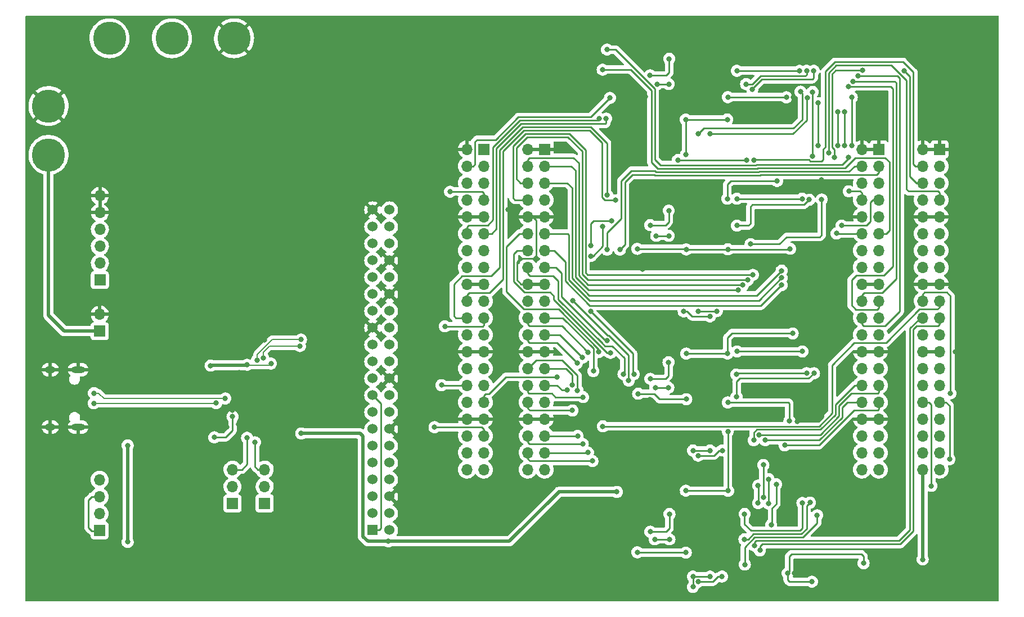
<source format=gbl>
G04 #@! TF.GenerationSoftware,KiCad,Pcbnew,(6.0.7)*
G04 #@! TF.CreationDate,2023-05-24T13:20:34-04:00*
G04 #@! TF.ProjectId,ECELab_v1,4543454c-6162-45f7-9631-2e6b69636164,rev?*
G04 #@! TF.SameCoordinates,Original*
G04 #@! TF.FileFunction,Copper,L2,Bot*
G04 #@! TF.FilePolarity,Positive*
%FSLAX46Y46*%
G04 Gerber Fmt 4.6, Leading zero omitted, Abs format (unit mm)*
G04 Created by KiCad (PCBNEW (6.0.7)) date 2023-05-24 13:20:34*
%MOMM*%
%LPD*%
G01*
G04 APERTURE LIST*
G04 #@! TA.AperFunction,ComponentPad*
%ADD10C,5.000000*%
G04 #@! TD*
G04 #@! TA.AperFunction,ComponentPad*
%ADD11R,1.700000X1.700000*%
G04 #@! TD*
G04 #@! TA.AperFunction,ComponentPad*
%ADD12O,1.700000X1.700000*%
G04 #@! TD*
G04 #@! TA.AperFunction,ComponentPad*
%ADD13R,1.524000X1.524000*%
G04 #@! TD*
G04 #@! TA.AperFunction,ComponentPad*
%ADD14C,1.524000*%
G04 #@! TD*
G04 #@! TA.AperFunction,ComponentPad*
%ADD15O,1.600000X1.000000*%
G04 #@! TD*
G04 #@! TA.AperFunction,ComponentPad*
%ADD16O,2.100000X1.000000*%
G04 #@! TD*
G04 #@! TA.AperFunction,ViaPad*
%ADD17C,0.800000*%
G04 #@! TD*
G04 #@! TA.AperFunction,Conductor*
%ADD18C,0.250000*%
G04 #@! TD*
G04 #@! TA.AperFunction,Conductor*
%ADD19C,0.254000*%
G04 #@! TD*
G04 #@! TA.AperFunction,Conductor*
%ADD20C,0.508000*%
G04 #@! TD*
G04 #@! TA.AperFunction,Conductor*
%ADD21C,0.190500*%
G04 #@! TD*
G04 APERTURE END LIST*
D10*
X107950000Y-84328000D03*
D11*
X140475000Y-136815000D03*
D12*
X140475000Y-134275000D03*
X140475000Y-131735000D03*
D11*
X242037000Y-83477000D03*
D12*
X239497000Y-83477000D03*
X242037000Y-86017000D03*
X239497000Y-86017000D03*
X242037000Y-88557000D03*
X239497000Y-88557000D03*
X242037000Y-91097000D03*
X239497000Y-91097000D03*
X242037000Y-93637000D03*
X239497000Y-93637000D03*
X242037000Y-96177000D03*
X239497000Y-96177000D03*
X242037000Y-98717000D03*
X239497000Y-98717000D03*
X242037000Y-101257000D03*
X239497000Y-101257000D03*
X242037000Y-103797000D03*
X239497000Y-103797000D03*
X242037000Y-106337000D03*
X239497000Y-106337000D03*
X242037000Y-108877000D03*
X239497000Y-108877000D03*
X242037000Y-111417000D03*
X239497000Y-111417000D03*
X242037000Y-113957000D03*
X239497000Y-113957000D03*
X242037000Y-116497000D03*
X239497000Y-116497000D03*
X242037000Y-119037000D03*
X239497000Y-119037000D03*
X242037000Y-121577000D03*
X239497000Y-121577000D03*
X242037000Y-124117000D03*
X239497000Y-124117000D03*
X242037000Y-126657000D03*
X239497000Y-126657000D03*
X242037000Y-129197000D03*
X239497000Y-129197000D03*
X242037000Y-131737000D03*
X239497000Y-131737000D03*
D11*
X232893000Y-83477000D03*
D12*
X230353000Y-83477000D03*
X232893000Y-86017000D03*
X230353000Y-86017000D03*
X232893000Y-88557000D03*
X230353000Y-88557000D03*
X232893000Y-91097000D03*
X230353000Y-91097000D03*
X232893000Y-93637000D03*
X230353000Y-93637000D03*
X232893000Y-96177000D03*
X230353000Y-96177000D03*
X232893000Y-98717000D03*
X230353000Y-98717000D03*
X232893000Y-101257000D03*
X230353000Y-101257000D03*
X232893000Y-103797000D03*
X230353000Y-103797000D03*
X232893000Y-106337000D03*
X230353000Y-106337000D03*
X232893000Y-108877000D03*
X230353000Y-108877000D03*
X232893000Y-111417000D03*
X230353000Y-111417000D03*
X232893000Y-113957000D03*
X230353000Y-113957000D03*
X232893000Y-116497000D03*
X230353000Y-116497000D03*
X232893000Y-119037000D03*
X230353000Y-119037000D03*
X232893000Y-121577000D03*
X230353000Y-121577000D03*
X232893000Y-124117000D03*
X230353000Y-124117000D03*
X232893000Y-126657000D03*
X230353000Y-126657000D03*
X232893000Y-129197000D03*
X230353000Y-129197000D03*
X232893000Y-131737000D03*
X230353000Y-131737000D03*
D11*
X182601000Y-83477000D03*
D12*
X180061000Y-83477000D03*
X182601000Y-86017000D03*
X180061000Y-86017000D03*
X182601000Y-88557000D03*
X180061000Y-88557000D03*
X182601000Y-91097000D03*
X180061000Y-91097000D03*
X182601000Y-93637000D03*
X180061000Y-93637000D03*
X182601000Y-96177000D03*
X180061000Y-96177000D03*
X182601000Y-98717000D03*
X180061000Y-98717000D03*
X182601000Y-101257000D03*
X180061000Y-101257000D03*
X182601000Y-103797000D03*
X180061000Y-103797000D03*
X182601000Y-106337000D03*
X180061000Y-106337000D03*
X182601000Y-108877000D03*
X180061000Y-108877000D03*
X182601000Y-111417000D03*
X180061000Y-111417000D03*
X182601000Y-113957000D03*
X180061000Y-113957000D03*
X182601000Y-116497000D03*
X180061000Y-116497000D03*
X182601000Y-119037000D03*
X180061000Y-119037000D03*
X182601000Y-121577000D03*
X180061000Y-121577000D03*
X182601000Y-124117000D03*
X180061000Y-124117000D03*
X182601000Y-126657000D03*
X180061000Y-126657000D03*
X182601000Y-129197000D03*
X180061000Y-129197000D03*
X182601000Y-131737000D03*
X180061000Y-131737000D03*
D11*
X173457000Y-83477000D03*
D12*
X170917000Y-83477000D03*
X173457000Y-86017000D03*
X170917000Y-86017000D03*
X173457000Y-88557000D03*
X170917000Y-88557000D03*
X173457000Y-91097000D03*
X170917000Y-91097000D03*
X173457000Y-93637000D03*
X170917000Y-93637000D03*
X173457000Y-96177000D03*
X170917000Y-96177000D03*
X173457000Y-98717000D03*
X170917000Y-98717000D03*
X173457000Y-101257000D03*
X170917000Y-101257000D03*
X173457000Y-103797000D03*
X170917000Y-103797000D03*
X173457000Y-106337000D03*
X170917000Y-106337000D03*
X173457000Y-108877000D03*
X170917000Y-108877000D03*
X173457000Y-111417000D03*
X170917000Y-111417000D03*
X173457000Y-113957000D03*
X170917000Y-113957000D03*
X173457000Y-116497000D03*
X170917000Y-116497000D03*
X173457000Y-119037000D03*
X170917000Y-119037000D03*
X173457000Y-121577000D03*
X170917000Y-121577000D03*
X173457000Y-124117000D03*
X170917000Y-124117000D03*
X173457000Y-126657000D03*
X170917000Y-126657000D03*
X173457000Y-129197000D03*
X170917000Y-129197000D03*
X173457000Y-131737000D03*
X170917000Y-131737000D03*
D10*
X135864600Y-66751200D03*
D11*
X115671600Y-110891400D03*
D12*
X115671600Y-108351400D03*
D10*
X117119400Y-66751200D03*
D13*
X156732400Y-140860800D03*
D14*
X159272400Y-140860800D03*
X156732400Y-138320800D03*
X159272400Y-138320800D03*
X156732400Y-135780800D03*
X159272400Y-135780800D03*
X156732400Y-133240800D03*
X159272400Y-133240800D03*
X156732400Y-130700800D03*
X159272400Y-130700800D03*
X156732400Y-128160800D03*
X159272400Y-128160800D03*
X156732400Y-125620800D03*
X159272400Y-125620800D03*
X156732400Y-123080800D03*
X159272400Y-123080800D03*
X156732400Y-120540800D03*
X159272400Y-120540800D03*
X156732400Y-118000800D03*
X159272400Y-118000800D03*
X156732400Y-115460800D03*
X159272400Y-115460800D03*
X156732400Y-112920800D03*
X159272400Y-112920800D03*
X156732400Y-110380800D03*
X159272400Y-110380800D03*
X156732400Y-107840800D03*
X159272400Y-107840800D03*
X156732400Y-105300800D03*
X159272400Y-105300800D03*
X156732400Y-102760800D03*
X159272400Y-102760800D03*
X156732400Y-100220800D03*
X159272400Y-100220800D03*
X156732400Y-97680800D03*
X159272400Y-97680800D03*
X156732400Y-95140800D03*
X159272400Y-95140800D03*
X156732400Y-92600800D03*
X159272400Y-92600800D03*
D15*
X108219600Y-125325600D03*
X108219600Y-116685600D03*
D16*
X112399600Y-116685600D03*
X112399600Y-125325600D03*
D10*
X126517400Y-66751200D03*
D11*
X115627000Y-140909200D03*
D12*
X115627000Y-138369200D03*
X115627000Y-135829200D03*
X115627000Y-133289200D03*
D11*
X135636000Y-136840000D03*
D12*
X135636000Y-134300000D03*
X135636000Y-131760000D03*
D11*
X115677800Y-103174800D03*
D12*
X115677800Y-100634800D03*
X115677800Y-98094800D03*
X115677800Y-95554800D03*
X115677800Y-93014800D03*
X115677800Y-90474800D03*
D10*
X107950000Y-76962000D03*
D17*
X167640000Y-139700000D03*
X193040000Y-150774400D03*
X106680000Y-88900000D03*
X204470000Y-110490000D03*
X248920000Y-124460000D03*
X111760000Y-88900000D03*
X177800000Y-64770000D03*
X134620000Y-144780000D03*
X222961200Y-111226600D03*
X106680000Y-114300000D03*
X187960000Y-64770000D03*
X106680000Y-104140000D03*
X198025000Y-143075000D03*
X248920000Y-109220000D03*
X162560000Y-119380000D03*
X167640000Y-73660000D03*
X182880000Y-69850000D03*
X223520000Y-106680000D03*
X248920000Y-83820000D03*
X233680000Y-137160000D03*
X213360000Y-66040000D03*
X144780000Y-139700000D03*
X208280000Y-150774400D03*
X149860000Y-104140000D03*
X145948400Y-114808000D03*
X111760000Y-138430000D03*
X177800000Y-149860000D03*
X248920000Y-99060000D03*
X149860000Y-132080000D03*
X157480000Y-73660000D03*
X139700000Y-149860000D03*
X139700000Y-93980000D03*
X182880000Y-149860000D03*
X152400000Y-64770000D03*
X207010000Y-72390000D03*
X182880000Y-144780000D03*
X157480000Y-69850000D03*
X176530000Y-132080000D03*
X136600000Y-117125000D03*
X221175000Y-98591498D03*
X236220000Y-127000000D03*
X220230990Y-147314982D03*
X157480000Y-78740000D03*
X162560000Y-99060000D03*
X135635647Y-122757847D03*
X223520000Y-149860000D03*
X208686400Y-89509600D03*
X172720000Y-139700000D03*
X162560000Y-73660000D03*
X149860000Y-124460000D03*
X198120000Y-129540000D03*
X228600000Y-137160000D03*
X106680000Y-93980000D03*
X157480000Y-83820000D03*
X228600000Y-66040000D03*
X111760000Y-104140000D03*
X190500000Y-127000000D03*
X238760000Y-66040000D03*
X119380000Y-83820000D03*
X106680000Y-138430000D03*
X129540000Y-124460000D03*
X137896600Y-114274600D03*
X139700000Y-99060000D03*
X202125000Y-66475000D03*
X129540000Y-119380000D03*
X243840000Y-73660000D03*
X111760000Y-93980000D03*
X193040000Y-83820000D03*
X177800000Y-139700000D03*
X124460000Y-78740000D03*
X162560000Y-88900000D03*
X198120000Y-150774400D03*
X195580000Y-83820000D03*
X248920000Y-73660000D03*
X106680000Y-109220000D03*
X149860000Y-114300000D03*
X233680000Y-149860000D03*
X162560000Y-104140000D03*
X149860000Y-149860000D03*
X233680000Y-66040000D03*
X152400000Y-88900000D03*
X162560000Y-93980000D03*
X114300000Y-144780000D03*
X248920000Y-139700000D03*
X124460000Y-99060000D03*
X142240000Y-69850000D03*
X212950000Y-70100000D03*
X177800000Y-144780000D03*
X200660000Y-83820000D03*
X220600000Y-124454502D03*
X106680000Y-99060000D03*
X134620000Y-149860000D03*
X197333500Y-101577367D03*
X248920000Y-93980000D03*
X248920000Y-114300000D03*
X162560000Y-78740000D03*
X132156200Y-114579400D03*
X172720000Y-64770000D03*
X139700000Y-144780000D03*
X147320000Y-69850000D03*
X119380000Y-73660000D03*
X248920000Y-134620000D03*
X106680000Y-123190000D03*
X224282000Y-88105700D03*
X162560000Y-129540000D03*
X172720000Y-149860000D03*
X149860000Y-119380000D03*
X144780000Y-132080000D03*
X106680000Y-118110000D03*
X149860000Y-93980000D03*
X227330000Y-127000000D03*
X224500000Y-122150000D03*
X182880000Y-73660000D03*
X193040000Y-129540000D03*
X243840000Y-68580000D03*
X187960000Y-150774400D03*
X149860000Y-137160000D03*
X144450000Y-117325000D03*
X234950000Y-114300000D03*
X124460000Y-83820000D03*
X124460000Y-73660000D03*
X134772400Y-125349000D03*
X228600000Y-149860000D03*
X124460000Y-144780000D03*
X129540000Y-104140000D03*
X129540000Y-114300000D03*
X172720000Y-69850000D03*
X140448763Y-112176237D03*
X248920000Y-104140000D03*
X172720000Y-144780000D03*
X197025000Y-118775000D03*
X195580000Y-127000000D03*
X124460000Y-149860000D03*
X134620000Y-104140000D03*
X147320000Y-64770000D03*
X149860000Y-144780000D03*
X153390600Y-144221200D03*
X114300000Y-149860000D03*
X172720000Y-73660000D03*
X248920000Y-129540000D03*
X220068346Y-75663010D03*
X152400000Y-78740000D03*
X129540000Y-99060000D03*
X162560000Y-109220000D03*
X238760000Y-149860000D03*
X177800000Y-69850000D03*
X157480000Y-64770000D03*
X176530000Y-127000000D03*
X162560000Y-124460000D03*
X215950000Y-74325000D03*
X198120000Y-111023400D03*
X144780000Y-104140000D03*
X195725000Y-141475000D03*
X152400000Y-83820000D03*
X157480000Y-88900000D03*
X197725000Y-75549500D03*
X111760000Y-114300000D03*
X106680000Y-133350000D03*
X144780000Y-149860000D03*
X236220000Y-132080000D03*
X248920000Y-88900000D03*
X244440700Y-113995200D03*
X162560000Y-83820000D03*
X248920000Y-78740000D03*
X202565000Y-135102600D03*
X144780000Y-93980000D03*
X142240000Y-64770000D03*
X182880000Y-64770000D03*
X124460000Y-104140000D03*
X144780000Y-99060000D03*
X218440000Y-150774400D03*
X202275000Y-89225000D03*
X152400000Y-73660000D03*
X129540000Y-149860000D03*
X208280000Y-66040000D03*
X177130500Y-92608400D03*
X162560000Y-114300000D03*
X203200000Y-150774400D03*
X177800000Y-73660000D03*
X207010000Y-77470000D03*
X248920000Y-119380000D03*
X136575000Y-124925000D03*
X149860000Y-99060000D03*
X149860000Y-139700000D03*
X193250000Y-140500000D03*
X223520000Y-129540000D03*
X198450000Y-121175000D03*
X152400000Y-69850000D03*
X119380000Y-78740000D03*
X111760000Y-109220000D03*
X119380000Y-144780000D03*
X144780000Y-144780000D03*
X119380000Y-149860000D03*
X106680000Y-144780000D03*
X149860000Y-109220000D03*
X111760000Y-99060000D03*
X129540000Y-144780000D03*
X111760000Y-133350000D03*
X213360000Y-150774400D03*
X134620000Y-99060000D03*
X139700000Y-104140000D03*
X167640000Y-78740000D03*
X119862600Y-128092200D03*
X119862600Y-142646400D03*
X239496600Y-145279100D03*
X203850000Y-134914400D03*
X219545500Y-98475000D03*
X145973800Y-126288800D03*
X196551012Y-98477571D03*
X141416954Y-115765573D03*
X203850000Y-79000000D03*
X217575000Y-88255500D03*
X230606600Y-145846800D03*
X193471800Y-135102600D03*
X137825000Y-115950000D03*
X210108800Y-114249200D03*
X210083400Y-78994000D03*
X218975000Y-75650000D03*
X135636095Y-123757349D03*
X210168062Y-125992100D03*
X210175000Y-75625000D03*
X196555089Y-144203422D03*
X132892800Y-126873000D03*
X203925000Y-98563600D03*
X219938600Y-111226600D03*
X219177808Y-147340933D03*
X210100000Y-90932000D03*
X203860400Y-84309500D03*
X219443000Y-124425590D03*
X196683500Y-120300000D03*
X132334000Y-116078000D03*
X159080200Y-142544800D03*
X210210400Y-134924800D03*
X203925000Y-121125000D03*
X222825000Y-148625000D03*
X210170000Y-98550000D03*
X210170000Y-121625600D03*
X203850000Y-144257000D03*
X203925000Y-114263000D03*
X114757200Y-121742200D03*
X133172200Y-121716800D03*
X134547837Y-121022050D03*
X114782600Y-120218200D03*
X198501000Y-118059200D03*
X201244200Y-115570000D03*
X211550000Y-90925000D03*
X221350000Y-90925000D03*
X221393771Y-136764646D03*
X212699600Y-138430000D03*
X211556600Y-113944400D03*
X221396104Y-113935739D03*
X201218800Y-119380000D03*
X199263000Y-119380000D03*
X211550000Y-94975000D03*
X222416847Y-91081277D03*
X222537717Y-136711117D03*
X212674200Y-142240000D03*
X211455000Y-117398800D03*
X222021400Y-117221000D03*
X213600000Y-97769500D03*
X224300000Y-91050000D03*
X223621600Y-138633200D03*
X212725000Y-146050000D03*
X223139000Y-117221000D03*
X211480400Y-120783502D03*
X198500000Y-94900000D03*
X201275000Y-92725000D03*
X201350000Y-69850000D03*
X198475000Y-72350000D03*
X211525000Y-71650000D03*
X220950000Y-71649612D03*
X201396600Y-138430000D03*
X198501000Y-141097000D03*
X201275000Y-96525000D03*
X199400000Y-96525000D03*
X199550000Y-73650000D03*
X201275000Y-73650000D03*
X222020008Y-71654508D03*
X212925000Y-73650000D03*
X201396600Y-142240000D03*
X199161400Y-142240000D03*
X213850000Y-74430500D03*
X223100000Y-71650000D03*
X137825000Y-126940250D03*
X209296000Y-147853400D03*
X208508600Y-107857300D03*
X205714600Y-107873800D03*
X209389562Y-128854700D03*
X221107000Y-74805500D03*
X205715029Y-148631900D03*
X205689200Y-81178400D03*
X205714600Y-129641600D03*
X139025000Y-127625000D03*
X222143500Y-75692000D03*
X207467200Y-81178400D03*
X204936100Y-128863100D03*
X207492600Y-147853400D03*
X207492600Y-108661200D03*
X207492600Y-128863100D03*
X204927200Y-149410400D03*
X203530200Y-107899200D03*
X204936100Y-147853400D03*
X140261258Y-114934122D03*
X145775000Y-113125000D03*
X139319974Y-115270262D03*
X145939317Y-112139097D03*
X186009969Y-119786400D03*
X186788469Y-122834400D03*
X187566969Y-126669800D03*
X188345469Y-127889000D03*
X189123969Y-129184400D03*
X189794164Y-130454400D03*
X228371400Y-89814400D03*
X227306397Y-94972397D03*
X226527897Y-96164400D03*
X191997569Y-98599328D03*
X193937396Y-98591498D03*
X184457288Y-117788907D03*
X193300000Y-91150000D03*
X189556603Y-97989603D03*
X192656336Y-94292568D03*
X192000000Y-90369500D03*
X191350000Y-95073068D03*
X189541462Y-99555500D03*
X190820997Y-78854500D03*
X191874500Y-78854500D03*
X225327776Y-84059205D03*
X230436165Y-71610262D03*
X236702600Y-71625000D03*
X226186500Y-84669500D03*
X227775000Y-77819500D03*
X227771571Y-82949012D03*
X228825000Y-82936500D03*
X228825000Y-75650000D03*
X222925000Y-74850000D03*
X222925000Y-84511500D03*
X226718143Y-82936500D03*
X226721720Y-77797880D03*
X223763500Y-76525000D03*
X223750000Y-82936500D03*
X214084500Y-85079000D03*
X214213817Y-143207906D03*
X214993500Y-143916400D03*
X243662200Y-120243600D03*
X240792000Y-134188200D03*
X217449400Y-133950700D03*
X216695661Y-140092612D03*
X216297501Y-133172200D03*
X216293500Y-136829800D03*
X215519000Y-131038600D03*
X215519000Y-135940800D03*
X214731600Y-134154300D03*
X214736500Y-136779000D03*
X243535200Y-130175000D03*
X214071200Y-127304800D03*
X214858600Y-126492000D03*
X215798400Y-127304800D03*
X218719400Y-128083300D03*
X188386635Y-120827800D03*
X187553600Y-119791608D03*
X186754908Y-119013108D03*
X187477192Y-115696792D03*
X188315600Y-114858800D03*
X189162700Y-114046000D03*
X189941200Y-116890800D03*
X196033500Y-117374947D03*
X189509330Y-107864964D03*
X186839208Y-106302192D03*
X195254183Y-118334217D03*
X194471300Y-117362742D03*
X191995627Y-112333167D03*
X192506600Y-114147600D03*
X190748128Y-114001072D03*
X213938803Y-102394500D03*
X213192931Y-103169000D03*
X212445025Y-103944000D03*
X211696023Y-104705500D03*
X218267726Y-103937056D03*
X218259294Y-102842400D03*
X218266197Y-101773803D03*
X213030997Y-85079000D03*
X202675000Y-85079000D03*
X192439397Y-75731498D03*
X168385500Y-89865200D03*
X167589200Y-110159800D03*
X167081200Y-119024400D03*
X166039800Y-125349000D03*
X228360603Y-84660603D03*
X192000000Y-68450000D03*
X191336603Y-71486603D03*
X191363600Y-125225000D03*
X229800000Y-72450000D03*
X228998028Y-73230500D03*
X228307260Y-74025928D03*
D18*
X178460400Y-103174800D02*
X178460400Y-100431600D01*
X181356000Y-99669600D02*
X181356000Y-94157800D01*
X181076600Y-99949000D02*
X181356000Y-99669600D01*
D19*
X224500000Y-123775000D02*
X224500000Y-122150000D01*
D18*
X177130500Y-92608400D02*
X177469800Y-92608400D01*
D19*
X220604502Y-124450000D02*
X223825000Y-124450000D01*
D18*
X180061000Y-103797000D02*
X179082600Y-103797000D01*
X180835200Y-93637000D02*
X180061000Y-93637000D01*
X181356000Y-94157800D02*
X180835200Y-93637000D01*
X178498400Y-93637000D02*
X180061000Y-93637000D01*
X178943000Y-99949000D02*
X181076600Y-99949000D01*
X178460400Y-100431600D02*
X178943000Y-99949000D01*
D19*
X223825000Y-124450000D02*
X224500000Y-123775000D01*
D18*
X179082600Y-103797000D02*
X178460400Y-103174800D01*
D19*
X220600000Y-124454502D02*
X220604502Y-124450000D01*
D18*
X177469800Y-92608400D02*
X178498400Y-93637000D01*
D20*
X119862600Y-142646400D02*
X119862600Y-128092200D01*
X110316400Y-110891400D02*
X107950000Y-108525000D01*
X115671600Y-110891400D02*
X110316400Y-110891400D01*
X107950000Y-108525000D02*
X107950000Y-84328000D01*
D19*
X239496600Y-145279100D02*
X239497000Y-145278700D01*
D20*
X239497000Y-145278700D02*
X239497000Y-131737000D01*
D19*
X210625000Y-88250000D02*
X217569500Y-88250000D01*
X217569500Y-88250000D02*
X217575000Y-88255500D01*
D20*
X132359400Y-116052600D02*
X137722400Y-116052600D01*
X137722400Y-116052600D02*
X137825000Y-115950000D01*
D19*
X218950000Y-75625000D02*
X210175000Y-75625000D01*
D20*
X177292000Y-142544800D02*
X184708800Y-135128000D01*
X154813000Y-126288800D02*
X155244800Y-126720600D01*
D21*
X141154985Y-116027542D02*
X137902542Y-116027542D01*
D20*
X154813000Y-126288800D02*
X145973800Y-126288800D01*
D19*
X196683500Y-120300000D02*
X199075000Y-120300000D01*
X219545500Y-98475000D02*
X219470500Y-98550000D01*
X196551012Y-98477571D02*
X203838971Y-98477571D01*
D18*
X219887800Y-111175800D02*
X210769200Y-111175800D01*
D19*
X230275000Y-144500000D02*
X230606600Y-144831600D01*
X219750000Y-144500000D02*
X230275000Y-144500000D01*
D18*
X210168062Y-125992100D02*
X210168062Y-134882462D01*
D20*
X155244800Y-141808200D02*
X155981400Y-142544800D01*
D18*
X135636095Y-123757349D02*
X135636095Y-124640495D01*
X203938800Y-114249200D02*
X203925000Y-114263000D01*
X219400000Y-144850000D02*
X219400000Y-147118741D01*
D20*
X184734200Y-135102600D02*
X193471800Y-135102600D01*
D19*
X203938600Y-98550000D02*
X203925000Y-98563600D01*
D18*
X219700000Y-144550000D02*
X219400000Y-144850000D01*
X219425000Y-124407590D02*
X219425000Y-121775000D01*
D19*
X199900000Y-121125000D02*
X203925000Y-121125000D01*
D18*
X219938600Y-111226600D02*
X219887800Y-111175800D01*
X210769200Y-111175800D02*
X210108800Y-111836200D01*
X219425000Y-121775000D02*
X219275000Y-121625000D01*
X210210400Y-134924800D02*
X203860400Y-134924800D01*
D21*
X141416954Y-115765573D02*
X141154985Y-116027542D01*
D20*
X132334000Y-116078000D02*
X132359400Y-116052600D01*
D18*
X219443000Y-124425590D02*
X219425000Y-124407590D01*
X135638600Y-124714000D02*
X135638600Y-125854400D01*
X210108800Y-114249200D02*
X203938800Y-114249200D01*
D19*
X199075000Y-120300000D02*
X199900000Y-121125000D01*
D18*
X196608667Y-144257000D02*
X203850000Y-144257000D01*
D19*
X203838971Y-98477571D02*
X203925000Y-98563600D01*
X203860400Y-79010400D02*
X203850000Y-79000000D01*
X203860400Y-84309500D02*
X203860400Y-79010400D01*
X210077400Y-79000000D02*
X210083400Y-78994000D01*
X218975000Y-75650000D02*
X218950000Y-75625000D01*
X219177808Y-148377808D02*
X219177808Y-147340933D01*
D18*
X196555089Y-144203422D02*
X196608667Y-144257000D01*
X203860400Y-134924800D02*
X203850000Y-134914400D01*
X134620000Y-126873000D02*
X132892800Y-126873000D01*
X135638600Y-125854400D02*
X134620000Y-126873000D01*
X210168062Y-134882462D02*
X210210400Y-134924800D01*
D19*
X210100000Y-88775000D02*
X210625000Y-88250000D01*
X222825000Y-148625000D02*
X219425000Y-148625000D01*
X219700000Y-144550000D02*
X219750000Y-144500000D01*
X230606600Y-144831600D02*
X230606600Y-145846800D01*
D18*
X219400000Y-147118741D02*
X219177808Y-147340933D01*
D21*
X137902542Y-116027542D02*
X137825000Y-115950000D01*
D18*
X210170600Y-121625000D02*
X210170000Y-121625600D01*
X219275000Y-121625000D02*
X210170600Y-121625000D01*
D19*
X203850000Y-79000000D02*
X210077400Y-79000000D01*
X210170000Y-98550000D02*
X203938600Y-98550000D01*
X219470500Y-98550000D02*
X210170000Y-98550000D01*
X210100000Y-90932000D02*
X210100000Y-88775000D01*
D20*
X159080200Y-142544800D02*
X177292000Y-142544800D01*
X155981400Y-142544800D02*
X159080200Y-142544800D01*
D19*
X219425000Y-148625000D02*
X219177808Y-148377808D01*
X184708800Y-135128000D02*
X184734200Y-135102600D01*
D18*
X210108800Y-111836200D02*
X210108800Y-114249200D01*
D20*
X155244800Y-126720600D02*
X155244800Y-141808200D01*
D21*
X133146800Y-121742200D02*
X114757200Y-121742200D01*
X133172200Y-121716800D02*
X133146800Y-121742200D01*
X134547837Y-121022050D02*
X132883718Y-121022050D01*
X115493800Y-120218200D02*
X114782600Y-120218200D01*
X116306600Y-121031000D02*
X115493800Y-120218200D01*
X132874768Y-121031000D02*
X116306600Y-121031000D01*
X132883718Y-121022050D02*
X132874768Y-121031000D01*
D18*
X201244200Y-117602000D02*
X200888600Y-117957600D01*
X200888600Y-117957600D02*
X200787000Y-118059200D01*
X201244200Y-115570000D02*
X201244200Y-117602000D01*
X200787000Y-118059200D02*
X198501000Y-118059200D01*
D19*
X211550000Y-90925000D02*
X221350000Y-90925000D01*
D18*
X212699600Y-139954000D02*
X213698200Y-140952600D01*
X221361000Y-140611272D02*
X221361000Y-136797417D01*
X221019672Y-140952600D02*
X221361000Y-140611272D01*
X212699600Y-138430000D02*
X212699600Y-139954000D01*
X213698200Y-140952600D02*
X221019672Y-140952600D01*
X221361000Y-136797417D02*
X221393771Y-136764646D01*
X221396104Y-113935739D02*
X211565261Y-113935739D01*
X211565261Y-113935739D02*
X211556600Y-113944400D01*
X199263000Y-119380000D02*
X201218800Y-119380000D01*
D19*
X213575000Y-94650000D02*
X213575000Y-92125000D01*
X211550000Y-94975000D02*
X213250000Y-94975000D01*
X213875000Y-91825000D02*
X221660627Y-91825000D01*
X213575000Y-92125000D02*
X213875000Y-91825000D01*
X222404350Y-91081277D02*
X222416847Y-91081277D01*
X213250000Y-94975000D02*
X213575000Y-94650000D01*
X221660627Y-91825000D02*
X222404350Y-91081277D01*
D18*
X213231436Y-142240000D02*
X212674200Y-142240000D01*
X222021400Y-140663636D02*
X221228436Y-141456600D01*
X214014836Y-141456600D02*
X213231436Y-142240000D01*
X222537717Y-136711117D02*
X222021400Y-137227434D01*
X222021400Y-137227434D02*
X222021400Y-140663636D01*
X221228436Y-141456600D02*
X214014836Y-141456600D01*
X211632800Y-117221000D02*
X211455000Y-117398800D01*
X222021400Y-117221000D02*
X211632800Y-117221000D01*
D19*
X224000000Y-96700000D02*
X224300000Y-96400000D01*
X219000000Y-96700000D02*
X224000000Y-96700000D01*
X213600000Y-97769500D02*
X217930500Y-97769500D01*
X217930500Y-97769500D02*
X219000000Y-96700000D01*
X224300000Y-96400000D02*
X224300000Y-91050000D01*
D18*
X212725000Y-143459200D02*
X212725000Y-146050000D01*
X214223600Y-141960600D02*
X212725000Y-143459200D01*
X223621600Y-138633200D02*
X223621600Y-139776200D01*
X223621600Y-139776200D02*
X221437200Y-141960600D01*
X221437200Y-141960600D02*
X214223600Y-141960600D01*
X211480400Y-120783502D02*
X211480400Y-118516400D01*
X211480400Y-118516400D02*
X211988400Y-118008400D01*
X211988400Y-118008400D02*
X222351600Y-118008400D01*
X222351600Y-118008400D02*
X223139000Y-117221000D01*
D19*
X201275000Y-93925000D02*
X201275000Y-94400000D01*
X200775000Y-94900000D02*
X198950000Y-94900000D01*
X198950000Y-94900000D02*
X198500000Y-94900000D01*
X201275000Y-92725000D02*
X201275000Y-93925000D01*
X201275000Y-94400000D02*
X200775000Y-94900000D01*
X200925000Y-72350000D02*
X201350000Y-71925000D01*
X201350000Y-71925000D02*
X201350000Y-69850000D01*
X198475000Y-72350000D02*
X200925000Y-72350000D01*
X211525000Y-71650000D02*
X220949612Y-71650000D01*
X220949612Y-71650000D02*
X220950000Y-71649612D01*
D18*
X201396600Y-138430000D02*
X201396600Y-140589000D01*
X201396600Y-140589000D02*
X200888600Y-141097000D01*
X200888600Y-141097000D02*
X198501000Y-141097000D01*
D19*
X199400000Y-96525000D02*
X201275000Y-96525000D01*
X199550000Y-73650000D02*
X201275000Y-73650000D01*
X222020008Y-71654508D02*
X222020008Y-72254992D01*
X221844388Y-72430612D02*
X215094388Y-72430612D01*
X213875000Y-73650000D02*
X212925000Y-73650000D01*
X215094388Y-72430612D02*
X213875000Y-73650000D01*
X222020008Y-72254992D02*
X221844388Y-72430612D01*
D18*
X201396600Y-142240000D02*
X199161400Y-142240000D01*
D19*
X213850000Y-74393420D02*
X215304808Y-72938612D01*
X215304808Y-72938612D02*
X222886388Y-72938612D01*
X223100000Y-72725000D02*
X223100000Y-71650000D01*
X213850000Y-74430500D02*
X213850000Y-74393420D01*
X222886388Y-72938612D02*
X223100000Y-72725000D01*
X156732400Y-120540800D02*
X157986879Y-121795279D01*
X157741600Y-140860800D02*
X156732400Y-140860800D01*
X157986879Y-140615521D02*
X157741600Y-140860800D01*
X157986879Y-121795279D02*
X157986879Y-140615521D01*
X137825000Y-130950000D02*
X137015000Y-131760000D01*
X137015000Y-131760000D02*
X135636000Y-131760000D01*
X137825000Y-126940250D02*
X137825000Y-130950000D01*
D18*
X206552800Y-80314800D02*
X205689200Y-81178400D01*
X221364500Y-75063000D02*
X221364500Y-79015900D01*
X205714600Y-107873800D02*
X205731600Y-107856800D01*
X205731600Y-107856800D02*
X208508100Y-107856800D01*
X221107000Y-74805500D02*
X221364500Y-75063000D01*
X207942773Y-148631900D02*
X208721273Y-147853400D01*
X208721273Y-147853400D02*
X209296000Y-147853400D01*
X208838300Y-128854700D02*
X208051400Y-129641600D01*
X209389562Y-128854700D02*
X208838300Y-128854700D01*
X205715029Y-148631900D02*
X207942773Y-148631900D01*
X208051400Y-129641600D02*
X205714600Y-129641600D01*
X221364500Y-79015900D02*
X220065600Y-80314800D01*
X220065600Y-80314800D02*
X206552800Y-80314800D01*
X208508100Y-107856800D02*
X208508600Y-107857300D01*
D19*
X139025000Y-127625000D02*
X139025000Y-131300000D01*
X139460000Y-131735000D02*
X140475000Y-131735000D01*
X139025000Y-131300000D02*
X139460000Y-131735000D01*
X113969800Y-136321800D02*
X113969800Y-140462000D01*
X114477800Y-140970000D02*
X115697000Y-140970000D01*
X113969800Y-140462000D02*
X114477800Y-140970000D01*
X115636200Y-135829200D02*
X114462400Y-135829200D01*
X114462400Y-135829200D02*
X113969800Y-136321800D01*
D18*
X208229200Y-81178400D02*
X207467200Y-81178400D01*
X207492600Y-128863100D02*
X207483700Y-128854200D01*
X222021400Y-75814100D02*
X222021400Y-79071764D01*
D19*
X204927200Y-149410400D02*
X204927200Y-147862300D01*
D18*
X219914764Y-81178400D02*
X208229200Y-81178400D01*
X204012800Y-107899200D02*
X203530200Y-107899200D01*
X207483700Y-128854200D02*
X204945000Y-128854200D01*
X204936100Y-147853400D02*
X207492600Y-147853400D01*
X204945000Y-128854200D02*
X204936100Y-128863100D01*
X222021400Y-79071764D02*
X219914764Y-81178400D01*
X207492600Y-108661200D02*
X204774800Y-108661200D01*
X222143500Y-75692000D02*
X222021400Y-75814100D01*
D19*
X204927200Y-147862300D02*
X204936100Y-147853400D01*
D18*
X204774800Y-108661200D02*
X204012800Y-107899200D01*
D21*
X141175000Y-113125000D02*
X145775000Y-113125000D01*
X140261258Y-114038742D02*
X141175000Y-113125000D01*
X140261258Y-114934122D02*
X140261258Y-114038742D01*
X139319974Y-114427776D02*
X141608653Y-112139097D01*
X141608653Y-112139097D02*
X145939317Y-112139097D01*
X139319974Y-115270262D02*
X139319974Y-114427776D01*
D18*
X185191400Y-119786400D02*
X184442000Y-119037000D01*
X186009969Y-119786400D02*
X185191400Y-119786400D01*
X184442000Y-119037000D02*
X182601000Y-119037000D01*
X180061000Y-122530000D02*
X180061000Y-121577000D01*
X186788469Y-122834400D02*
X180365400Y-122834400D01*
X180365400Y-122834400D02*
X180061000Y-122530000D01*
X187566969Y-126669800D02*
X187554169Y-126657000D01*
X187554169Y-126657000D02*
X182601000Y-126657000D01*
X188345469Y-127889000D02*
X180340000Y-127889000D01*
X180061000Y-127610000D02*
X180061000Y-126657000D01*
X180340000Y-127889000D02*
X180061000Y-127610000D01*
X189123969Y-129184400D02*
X189111369Y-129197000D01*
X189111369Y-129197000D02*
X182601000Y-129197000D01*
X189794164Y-130454400D02*
X180365400Y-130454400D01*
X180061000Y-130150000D02*
X180061000Y-129197000D01*
X180365400Y-130454400D02*
X180061000Y-130150000D01*
X230073200Y-89814400D02*
X230353000Y-90094200D01*
X230353000Y-90094200D02*
X230353000Y-91097000D01*
X228371400Y-89814400D02*
X230073200Y-89814400D01*
X231648000Y-94310200D02*
X231648000Y-91440000D01*
X231010200Y-94948000D02*
X231648000Y-94310200D01*
X227306397Y-94972397D02*
X227330794Y-94948000D01*
X227330794Y-94948000D02*
X231010200Y-94948000D01*
X231991000Y-91097000D02*
X232893000Y-91097000D01*
X231648000Y-91440000D02*
X231991000Y-91097000D01*
X226540497Y-96177000D02*
X230353000Y-96177000D01*
X226527897Y-96164400D02*
X226540497Y-96177000D01*
D19*
X194125000Y-88250000D02*
X195684800Y-86690200D01*
X199221780Y-86690200D02*
X199407580Y-86876000D01*
X199407580Y-86876000D02*
X214828841Y-86876000D01*
X191997569Y-98599328D02*
X191997569Y-96055836D01*
X191997569Y-96055836D02*
X194125000Y-93928405D01*
X228439380Y-86817200D02*
X229239580Y-86017000D01*
X229239580Y-86017000D02*
X230353000Y-86017000D01*
X194125000Y-93928405D02*
X194125000Y-88250000D01*
X195684800Y-86690200D02*
X199221780Y-86690200D01*
X214828841Y-86876000D02*
X214887641Y-86817200D01*
X214887641Y-86817200D02*
X228439380Y-86817200D01*
X194700000Y-88400000D02*
X195774800Y-87325200D01*
X232893000Y-87020000D02*
X232893000Y-86017000D01*
X215039261Y-87384000D02*
X215098061Y-87325200D01*
X193937396Y-98591498D02*
X194700000Y-97828894D01*
X199197160Y-87384000D02*
X215039261Y-87384000D01*
X195774800Y-87325200D02*
X199138360Y-87325200D01*
X215098061Y-87325200D02*
X232587800Y-87325200D01*
X232587800Y-87325200D02*
X232893000Y-87020000D01*
X194700000Y-97828894D02*
X194700000Y-88400000D01*
X199138360Y-87325200D02*
X199197160Y-87384000D01*
X173736000Y-120319800D02*
X173457000Y-120598800D01*
X184448181Y-117779800D02*
X176733200Y-117779800D01*
X176733200Y-117779800D02*
X174193200Y-120319800D01*
X174193200Y-120319800D02*
X173736000Y-120319800D01*
X173457000Y-120598800D02*
X173457000Y-121577000D01*
X184457288Y-117788907D02*
X184448181Y-117779800D01*
X191200000Y-90675000D02*
X191200000Y-82468420D01*
X171275000Y-105100000D02*
X170917000Y-105458000D01*
X179498420Y-80645000D02*
X176350000Y-83793420D01*
X191200000Y-82468420D02*
X189376580Y-80645000D01*
X176350000Y-83793420D02*
X176350000Y-103100800D01*
X193300000Y-91150000D02*
X191675000Y-91150000D01*
X170917000Y-105458000D02*
X170917000Y-106337000D01*
X174350800Y-105100000D02*
X171275000Y-105100000D01*
X176350000Y-103100800D02*
X174350800Y-105100000D01*
X189376580Y-80645000D02*
X179498420Y-80645000D01*
X191675000Y-91150000D02*
X191200000Y-90675000D01*
X189556603Y-94693397D02*
X189556603Y-97989603D01*
X189957432Y-94292568D02*
X189556603Y-94693397D01*
X192656336Y-94292568D02*
X189957432Y-94292568D01*
X170195200Y-102550000D02*
X168935400Y-103809800D01*
X168935400Y-108610400D02*
X169202000Y-108877000D01*
X192000000Y-90369500D02*
X192000000Y-82550000D01*
X174575000Y-102550000D02*
X170195200Y-102550000D01*
X192000000Y-82550000D02*
X189587000Y-80137000D01*
X168935400Y-103809800D02*
X168935400Y-108610400D01*
X175840999Y-83584001D02*
X175840999Y-101284001D01*
X175840999Y-101284001D02*
X174575000Y-102550000D01*
X179288000Y-80137000D02*
X175840999Y-83584001D01*
X169202000Y-108877000D02*
X170917000Y-108877000D01*
X189587000Y-80137000D02*
X179288000Y-80137000D01*
X191350000Y-95073068D02*
X191350000Y-98095499D01*
X189889999Y-99555500D02*
X189541462Y-99555500D01*
X191350000Y-98095499D02*
X189889999Y-99555500D01*
X171150000Y-94925000D02*
X170917000Y-95158000D01*
X174825000Y-83150000D02*
X174825000Y-94125000D01*
X178854000Y-79121000D02*
X174825000Y-83150000D01*
X174025000Y-94925000D02*
X171150000Y-94925000D01*
X170917000Y-95158000D02*
X170917000Y-96177000D01*
X190820997Y-78854500D02*
X190554497Y-79121000D01*
X190554497Y-79121000D02*
X178854000Y-79121000D01*
X174825000Y-94125000D02*
X174025000Y-94925000D01*
X190490996Y-79629000D02*
X179064420Y-79629000D01*
X175333000Y-83360420D02*
X175333000Y-95456400D01*
X191874500Y-79543920D02*
X191782920Y-79635500D01*
X174612400Y-96177000D02*
X173457000Y-96177000D01*
X191782920Y-79635500D02*
X190497496Y-79635500D01*
X190497496Y-79635500D02*
X190490996Y-79629000D01*
X175333000Y-95456400D02*
X174612400Y-96177000D01*
X179064420Y-79629000D02*
X175333000Y-83360420D01*
X191874500Y-78854500D02*
X191874500Y-79543920D01*
X234793420Y-70825000D02*
X237058200Y-73089780D01*
X226481580Y-70825000D02*
X234793420Y-70825000D01*
X237058200Y-89491800D02*
X237366400Y-89800000D01*
X241796600Y-89800000D02*
X242037000Y-90040400D01*
X237058200Y-73089780D02*
X237058200Y-89491800D01*
X242037000Y-90040400D02*
X242037000Y-91097000D01*
X237366400Y-89800000D02*
X241796600Y-89800000D01*
X225325000Y-71981580D02*
X226481580Y-70825000D01*
X225325000Y-84056429D02*
X225325000Y-71981580D01*
X225327776Y-84059205D02*
X225325000Y-84056429D01*
X230433903Y-71608000D02*
X226417000Y-71608000D01*
X226186500Y-83509358D02*
X226186500Y-84669500D01*
X237586500Y-87574100D02*
X238569400Y-88557000D01*
X237586500Y-72508900D02*
X237586500Y-87574100D01*
X225875000Y-72150000D02*
X225875000Y-83197858D01*
X225875000Y-83197858D02*
X226186500Y-83509358D01*
X236702600Y-71625000D02*
X237586500Y-72508900D01*
X238569400Y-88557000D02*
X239497000Y-88557000D01*
X230436165Y-71610262D02*
X230433903Y-71608000D01*
X226417000Y-71608000D02*
X225875000Y-72150000D01*
X227775000Y-82945583D02*
X227771571Y-82949012D01*
X227775000Y-77819500D02*
X227775000Y-82945583D01*
X228825000Y-75650000D02*
X228825000Y-82936500D01*
X222925000Y-74850000D02*
X222925000Y-84511500D01*
X226725000Y-77801160D02*
X226725000Y-82929643D01*
X226725000Y-82929643D02*
X226718143Y-82936500D01*
X226721720Y-77797880D02*
X226725000Y-77801160D01*
X223750000Y-76538500D02*
X223763500Y-76525000D01*
X223750000Y-82936500D02*
X223750000Y-76538500D01*
X214088500Y-85075000D02*
X222383999Y-85075000D01*
X224546776Y-85028224D02*
X224546776Y-83403224D01*
X214084500Y-85079000D02*
X214088500Y-85075000D01*
X238094500Y-85744500D02*
X238367000Y-86017000D01*
X236560000Y-70317000D02*
X238094500Y-71851500D01*
X222601499Y-85292500D02*
X224282500Y-85292500D01*
X224546776Y-83403224D02*
X224817000Y-83133000D01*
X224817000Y-83133000D02*
X224817001Y-71771159D01*
X238367000Y-86017000D02*
X239497000Y-86017000D01*
X238094500Y-71851500D02*
X238094500Y-85744500D01*
X222383999Y-85075000D02*
X222601499Y-85292500D01*
X224282500Y-85292500D02*
X224546776Y-85028224D01*
X226271159Y-70317001D02*
X236560000Y-70317000D01*
X224817001Y-71771159D02*
X226271159Y-70317001D01*
D18*
X237570200Y-140812036D02*
X237570200Y-110433636D01*
X214448200Y-142472600D02*
X235909636Y-142472600D01*
X214213817Y-142706983D02*
X214448200Y-142472600D01*
X235909636Y-142472600D02*
X237570200Y-140812036D01*
X214213817Y-143207906D02*
X214213817Y-142706983D01*
X239126836Y-108877000D02*
X239497000Y-108877000D01*
X237570200Y-110433636D02*
X239126836Y-108877000D01*
X214993500Y-143916400D02*
X214993500Y-143324300D01*
X214993500Y-143324300D02*
X215341200Y-142976600D01*
X238074200Y-110642400D02*
X238607600Y-110109000D01*
X236118400Y-142976600D02*
X238074200Y-141020800D01*
X241757200Y-110109000D02*
X242037000Y-109829200D01*
X238074200Y-141020800D02*
X238074200Y-110642400D01*
X242037000Y-109829200D02*
X242037000Y-108877000D01*
X238607600Y-110109000D02*
X241757200Y-110109000D01*
X215341200Y-142976600D02*
X236118400Y-142976600D01*
X243128800Y-105054400D02*
X239776000Y-105054400D01*
X243662200Y-105587800D02*
X243128800Y-105054400D01*
X239776000Y-105054400D02*
X239497000Y-105333400D01*
X239497000Y-105333400D02*
X239497000Y-106337000D01*
X243662200Y-120243600D02*
X243662200Y-105587800D01*
X240792000Y-134188200D02*
X240792000Y-121920000D01*
X240792000Y-121920000D02*
X240449000Y-121577000D01*
X240449000Y-121577000D02*
X239497000Y-121577000D01*
X216814400Y-137541000D02*
X217449400Y-136906000D01*
X217449400Y-136906000D02*
X217449400Y-133950700D01*
X216695661Y-140092612D02*
X216814400Y-139973873D01*
X216814400Y-139973873D02*
X216814400Y-137541000D01*
X216297501Y-136825799D02*
X216293500Y-136829800D01*
X216297501Y-133172200D02*
X216297501Y-136825799D01*
X215519000Y-135940800D02*
X215519001Y-133454394D01*
X215519001Y-133454394D02*
X215519000Y-131038600D01*
X214740000Y-134162700D02*
X214740000Y-136775500D01*
X214731600Y-134154300D02*
X214740000Y-134162700D01*
X214740000Y-136775500D02*
X214736500Y-136779000D01*
X243535200Y-130175000D02*
X243535200Y-122123200D01*
X243535200Y-122123200D02*
X242989000Y-121577000D01*
X242989000Y-121577000D02*
X242037000Y-121577000D01*
X214079600Y-127296400D02*
X214079600Y-126169327D01*
X214079600Y-126169327D02*
X214535927Y-125713000D01*
X229271636Y-119037000D02*
X230353000Y-119037000D01*
X226373200Y-121935436D02*
X229271636Y-119037000D01*
X214071200Y-127304800D02*
X214079600Y-127296400D01*
X224097364Y-125713000D02*
X226373200Y-123437164D01*
X226373200Y-123437164D02*
X226373200Y-121935436D01*
X214535927Y-125713000D02*
X224097364Y-125713000D01*
X232893000Y-120065400D02*
X232893000Y-119037000D01*
X226877200Y-122144200D02*
X228752400Y-120269000D01*
X232689400Y-120269000D02*
X232893000Y-120065400D01*
X226877200Y-123668200D02*
X226877200Y-122144200D01*
X228752400Y-120269000D02*
X232689400Y-120269000D01*
X214858600Y-126492000D02*
X224053400Y-126492000D01*
X224053400Y-126492000D02*
X226877200Y-123668200D01*
X223953364Y-127304800D02*
X227381200Y-123876964D01*
X228157164Y-121577000D02*
X230353000Y-121577000D01*
X227381200Y-122352964D02*
X228157164Y-121577000D01*
X215798400Y-127304800D02*
X223953364Y-127304800D01*
X227381200Y-123876964D02*
X227381200Y-122352964D01*
X232714800Y-122834400D02*
X232893000Y-122656200D01*
X223887628Y-128083300D02*
X229136528Y-122834400D01*
X229136528Y-122834400D02*
X232714800Y-122834400D01*
X218719400Y-128083300D02*
X223887628Y-128083300D01*
X232893000Y-122656200D02*
X232893000Y-121577000D01*
X184200800Y-120827800D02*
X183667400Y-120294400D01*
X188386635Y-120827800D02*
X184200800Y-120827800D01*
X180061000Y-120091600D02*
X180061000Y-119037000D01*
X180263800Y-120294400D02*
X180061000Y-120091600D01*
X183667400Y-120294400D02*
X180263800Y-120294400D01*
X187553600Y-119791608D02*
X187553600Y-117551200D01*
X185242200Y-115239800D02*
X181318200Y-115239800D01*
X181318200Y-115239800D02*
X180061000Y-116497000D01*
X187553600Y-117551200D02*
X185242200Y-115239800D01*
X186754908Y-117465272D02*
X185786636Y-116497000D01*
X186754908Y-119013108D02*
X186754908Y-117465272D01*
X185786636Y-116497000D02*
X182601000Y-116497000D01*
X187477192Y-115696792D02*
X184454800Y-112674400D01*
X180340000Y-112674400D02*
X180061000Y-112395400D01*
X184454800Y-112674400D02*
X180340000Y-112674400D01*
X180061000Y-112395400D02*
X180061000Y-111417000D01*
X184873800Y-111417000D02*
X182601000Y-111417000D01*
X188315600Y-114858800D02*
X184873800Y-111417000D01*
X180314600Y-110134400D02*
X180061000Y-109880800D01*
X180061000Y-109880800D02*
X180061000Y-108877000D01*
X185251100Y-110134400D02*
X180314600Y-110134400D01*
X189162700Y-114046000D02*
X185251100Y-110134400D01*
X189941200Y-113518705D02*
X185299495Y-108877000D01*
X185299495Y-108877000D02*
X182601000Y-108877000D01*
X189941200Y-116890800D02*
X189941200Y-113518705D01*
X195910200Y-114265834D02*
X195910200Y-117251647D01*
X189509330Y-107864964D02*
X195910200Y-114265834D01*
X195910200Y-117251647D02*
X196033500Y-117374947D01*
X192299400Y-111527400D02*
X195249800Y-114477800D01*
X195249800Y-118329834D02*
X195254183Y-118334217D01*
X186839208Y-106302192D02*
X186845592Y-106302192D01*
X192070800Y-111527400D02*
X192299400Y-111527400D01*
X186845592Y-106302192D02*
X192070800Y-111527400D01*
X195249800Y-114477800D02*
X195249800Y-118329834D01*
X194589400Y-117244642D02*
X194589400Y-114935000D01*
X180061000Y-102235400D02*
X180061000Y-101257000D01*
X191216627Y-112655840D02*
X191216627Y-112654427D01*
X184658000Y-103327200D02*
X183870600Y-102539800D01*
X191216627Y-112654427D02*
X184658000Y-106095800D01*
X184658000Y-106095800D02*
X184658000Y-103327200D01*
X192786000Y-113131600D02*
X191692387Y-113131600D01*
X191692387Y-113131600D02*
X191216627Y-112655840D01*
X180365400Y-102539800D02*
X180061000Y-102235400D01*
X194589400Y-114935000D02*
X192786000Y-113131600D01*
X183870600Y-102539800D02*
X180365400Y-102539800D01*
X194471300Y-117362742D02*
X194589400Y-117244642D01*
X191769216Y-112333167D02*
X185166000Y-105729951D01*
X185166000Y-102108000D02*
X184315000Y-101257000D01*
X191995627Y-112333167D02*
X191769216Y-112333167D01*
X184315000Y-101257000D02*
X182601000Y-101257000D01*
X185166000Y-105729951D02*
X185166000Y-102108000D01*
X183413400Y-105054400D02*
X179578000Y-105054400D01*
X183953254Y-105594254D02*
X183413400Y-105054400D01*
X191995623Y-114147600D02*
X183953254Y-106105231D01*
X183953254Y-106105231D02*
X183953254Y-105594254D01*
X177956400Y-99233800D02*
X178473200Y-98717000D01*
X192506600Y-114147600D02*
X191995623Y-114147600D01*
X178473200Y-98717000D02*
X180061000Y-98717000D01*
X179578000Y-105054400D02*
X177956400Y-103432800D01*
X177956400Y-103432800D02*
X177956400Y-99233800D01*
X176856000Y-98149800D02*
X178828800Y-96177000D01*
X190748128Y-114001072D02*
X190748128Y-113612869D01*
X190748128Y-113612869D02*
X184704259Y-107569000D01*
X176856000Y-104923200D02*
X176856000Y-98149800D01*
X178828800Y-96177000D02*
X180061000Y-96177000D01*
X179501800Y-107569000D02*
X176856000Y-104923200D01*
X184704259Y-107569000D02*
X179501800Y-107569000D01*
D19*
X188747400Y-83578980D02*
X186321420Y-81153000D01*
X177867000Y-82994840D02*
X177867000Y-90821200D01*
X213932803Y-102388500D02*
X189053300Y-102388500D01*
X178142800Y-91097000D02*
X180061000Y-91097000D01*
X213938803Y-102394500D02*
X213932803Y-102388500D01*
X179708840Y-81153000D02*
X177867000Y-82994840D01*
X177867000Y-90821200D02*
X178142800Y-91097000D01*
X189053300Y-102388500D02*
X188747400Y-102082600D01*
X188747400Y-102082600D02*
X188747400Y-83578980D01*
X186321420Y-81153000D02*
X179708840Y-81153000D01*
X189109880Y-103163500D02*
X188239400Y-102293020D01*
X213187431Y-103163500D02*
X189109880Y-103163500D01*
X179939000Y-81661000D02*
X178375000Y-83225000D01*
X188239400Y-83789400D02*
X186111000Y-81661000D01*
X213192931Y-103169000D02*
X213187431Y-103163500D01*
X178375000Y-83225000D02*
X178375000Y-87950000D01*
X178375000Y-87950000D02*
X178982000Y-88557000D01*
X178982000Y-88557000D02*
X180061000Y-88557000D01*
X188239400Y-102293020D02*
X188239400Y-83789400D01*
X186111000Y-81661000D02*
X179939000Y-81661000D01*
X186933800Y-84775000D02*
X180300000Y-84775000D01*
X189152960Y-103925000D02*
X187731400Y-102503440D01*
X180300000Y-84775000D02*
X180061000Y-85014000D01*
X212445025Y-103944000D02*
X212426025Y-103925000D01*
X212426025Y-103925000D02*
X189152960Y-103925000D01*
X180061000Y-85014000D02*
X180061000Y-86017000D01*
X187731400Y-85572600D02*
X186933800Y-84775000D01*
X187731400Y-102503440D02*
X187731400Y-85572600D01*
X187223400Y-102713860D02*
X187223400Y-86639400D01*
X211690523Y-104700000D02*
X189209540Y-104700000D01*
X187223400Y-86639400D02*
X186601000Y-86017000D01*
X189209540Y-104700000D02*
X187223400Y-102713860D01*
X211696023Y-104705500D02*
X211690523Y-104700000D01*
X186601000Y-86017000D02*
X182601000Y-86017000D01*
X189404280Y-107050000D02*
X185699400Y-103345120D01*
X185699400Y-100406200D02*
X184010200Y-98717000D01*
X218267726Y-103937056D02*
X215154782Y-107050000D01*
X184010200Y-98717000D02*
X182601000Y-98717000D01*
X185699400Y-103345120D02*
X185699400Y-100406200D01*
X215154782Y-107050000D02*
X189404280Y-107050000D01*
X214825987Y-106275000D02*
X189347700Y-106275000D01*
X218258587Y-102842400D02*
X214825987Y-106275000D01*
X186207400Y-103134700D02*
X186207400Y-96342200D01*
X218259294Y-102842400D02*
X218258587Y-102842400D01*
X189347700Y-106275000D02*
X186207400Y-103134700D01*
X186042200Y-96177000D02*
X182601000Y-96177000D01*
X186207400Y-96342200D02*
X186042200Y-96177000D01*
X186715400Y-102924280D02*
X186715400Y-89255600D01*
X218224097Y-101773803D02*
X214497900Y-105500000D01*
X214497900Y-105500000D02*
X199549001Y-105500000D01*
X189291620Y-105500500D02*
X186715400Y-102924280D01*
X199549001Y-105500000D02*
X199548501Y-105500500D01*
X186016800Y-88557000D02*
X182601000Y-88557000D01*
X199548501Y-105500500D02*
X189291620Y-105500500D01*
X186715400Y-89255600D02*
X186016800Y-88557000D01*
X218266197Y-101773803D02*
X218224097Y-101773803D01*
X202686000Y-85090000D02*
X213019997Y-85090000D01*
X213019997Y-85090000D02*
X213030997Y-85079000D01*
X202675000Y-85079000D02*
X202686000Y-85090000D01*
X189562000Y-78613000D02*
X178637000Y-78613000D01*
X172148000Y-85727000D02*
X171858000Y-86017000D01*
X171858000Y-86017000D02*
X170917000Y-86017000D01*
X175200000Y-82050000D02*
X172422000Y-82050000D01*
X178637000Y-78613000D02*
X175200000Y-82050000D01*
X192439397Y-75735603D02*
X189562000Y-78613000D01*
X172422000Y-82050000D02*
X172148000Y-82324000D01*
X172148000Y-82324000D02*
X172148000Y-85727000D01*
X173457000Y-90132000D02*
X173457000Y-91097000D01*
X168385500Y-89865200D02*
X168409908Y-89840792D01*
X173165792Y-89840792D02*
X173457000Y-90132000D01*
X168409908Y-89840792D02*
X173165792Y-89840792D01*
X173275000Y-110150000D02*
X173457000Y-109968000D01*
X167589200Y-110159800D02*
X167599000Y-110150000D01*
X173457000Y-109968000D02*
X173457000Y-108877000D01*
X167599000Y-110150000D02*
X173275000Y-110150000D01*
X167093800Y-119037000D02*
X170917000Y-119037000D01*
X167081200Y-119024400D02*
X167093800Y-119037000D01*
X166040800Y-125350000D02*
X173125000Y-125350000D01*
X173125000Y-125350000D02*
X173457000Y-125682000D01*
X166039800Y-125349000D02*
X166040800Y-125350000D01*
X173457000Y-125682000D02*
X173457000Y-126657000D01*
X200010000Y-85860000D02*
X199175000Y-85025000D01*
X214408001Y-85860000D02*
X200010000Y-85860000D01*
X198769000Y-73973501D02*
X198769000Y-73969000D01*
X227423800Y-85801200D02*
X214466801Y-85801200D01*
X214466801Y-85801200D02*
X214408001Y-85860000D01*
X228360603Y-84660603D02*
X228360603Y-84864397D01*
X199175000Y-74379501D02*
X198769000Y-73973501D01*
X228360603Y-84864397D02*
X227423800Y-85801200D01*
X198769000Y-73969000D02*
X193250000Y-68450000D01*
X199175000Y-85025000D02*
X199175000Y-74379501D01*
X193250000Y-68450000D02*
X192000000Y-68450000D01*
X229375000Y-84750000D02*
X233850000Y-84750000D01*
X234500999Y-85400999D02*
X234500999Y-95674001D01*
X198261000Y-74179420D02*
X198261000Y-74183921D01*
X233850000Y-84750000D02*
X234500999Y-85400999D01*
X198667000Y-85417000D02*
X199618000Y-86368000D01*
X198667000Y-74589921D02*
X198667000Y-85417000D01*
X191336603Y-71486603D02*
X195568183Y-71486603D01*
X233998000Y-96177000D02*
X232893000Y-96177000D01*
X234500999Y-95674001D02*
X233998000Y-96177000D01*
X199618000Y-86368000D02*
X214618421Y-86368000D01*
X214677221Y-86309200D02*
X227815800Y-86309200D01*
X227815800Y-86309200D02*
X229375000Y-84750000D01*
X214618421Y-86368000D02*
X214677221Y-86309200D01*
X198261000Y-74183921D02*
X198667000Y-74589921D01*
X195568183Y-71486603D02*
X198261000Y-74179420D01*
D18*
X241731800Y-107594400D02*
X242037000Y-107289200D01*
X210533073Y-125213600D02*
X210537673Y-125209000D01*
X229209600Y-112649000D02*
X233959400Y-112649000D01*
X242037000Y-107289200D02*
X242037000Y-106337000D01*
X210537673Y-125209000D02*
X223888600Y-125209000D01*
X223888600Y-125209000D02*
X225869200Y-123228400D01*
X191375000Y-125213600D02*
X210533073Y-125213600D01*
X239014000Y-107594400D02*
X241731800Y-107594400D01*
X225869200Y-123228400D02*
X225869200Y-115989400D01*
X225869200Y-115989400D02*
X229209600Y-112649000D01*
X191363600Y-125225000D02*
X191375000Y-125213600D01*
X233959400Y-112649000D02*
X239014000Y-107594400D01*
D19*
X235700000Y-72450000D02*
X236042200Y-72792200D01*
X236042200Y-107907800D02*
X233825000Y-110125000D01*
X230353000Y-109853000D02*
X230353000Y-108877000D01*
X229800000Y-72450000D02*
X235700000Y-72450000D01*
X236042200Y-72792200D02*
X236042200Y-107907800D01*
X233825000Y-110125000D02*
X230625000Y-110125000D01*
X230625000Y-110125000D02*
X230353000Y-109853000D01*
X230675000Y-105075000D02*
X230353000Y-105397000D01*
X230129501Y-73225000D02*
X235300000Y-73225000D01*
X235300000Y-73225000D02*
X235534200Y-73459200D01*
X228998028Y-73230500D02*
X230124001Y-73230500D01*
X233425000Y-105075000D02*
X230675000Y-105075000D01*
X230124001Y-73230500D02*
X230129501Y-73225000D01*
X235534200Y-102965800D02*
X233425000Y-105075000D01*
X230353000Y-105397000D02*
X230353000Y-106337000D01*
X235534200Y-73459200D02*
X235534200Y-102965800D01*
X235008999Y-74333999D02*
X235008999Y-101141001D01*
X228308188Y-74025000D02*
X234700000Y-74025000D01*
X229425000Y-107625000D02*
X232675000Y-107625000D01*
X228800000Y-103175000D02*
X228800000Y-107000000D01*
X229475000Y-102500000D02*
X228800000Y-103175000D01*
X235008999Y-101141001D02*
X233650000Y-102500000D01*
X232893000Y-107407000D02*
X232893000Y-106337000D01*
X228307260Y-74025928D02*
X228308188Y-74025000D01*
X232675000Y-107625000D02*
X232893000Y-107407000D01*
X233650000Y-102500000D02*
X229475000Y-102500000D01*
X234700000Y-74025000D02*
X235008999Y-74333999D01*
X228800000Y-107000000D02*
X229425000Y-107625000D01*
G04 #@! TA.AperFunction,Conductor*
G36*
X250893621Y-63368102D02*
G01*
X250940114Y-63421758D01*
X250951500Y-63474100D01*
X250951500Y-151486100D01*
X250931498Y-151554221D01*
X250877842Y-151600714D01*
X250825500Y-151612100D01*
X104571300Y-151612100D01*
X104503179Y-151592098D01*
X104456686Y-151538442D01*
X104445300Y-151486100D01*
X104445300Y-149410400D01*
X204013696Y-149410400D01*
X204033658Y-149600328D01*
X204092673Y-149781956D01*
X204188160Y-149947344D01*
X204315947Y-150089266D01*
X204470448Y-150201518D01*
X204476476Y-150204202D01*
X204476478Y-150204203D01*
X204638881Y-150276509D01*
X204644912Y-150279194D01*
X204738313Y-150299047D01*
X204825256Y-150317528D01*
X204825261Y-150317528D01*
X204831713Y-150318900D01*
X205022687Y-150318900D01*
X205029139Y-150317528D01*
X205029144Y-150317528D01*
X205116087Y-150299047D01*
X205209488Y-150279194D01*
X205215519Y-150276509D01*
X205377922Y-150204203D01*
X205377924Y-150204202D01*
X205383952Y-150201518D01*
X205538453Y-150089266D01*
X205666240Y-149947344D01*
X205761727Y-149781956D01*
X205819937Y-149602805D01*
X205860011Y-149544199D01*
X205913574Y-149518494D01*
X205990859Y-149502067D01*
X205990862Y-149502066D01*
X205997317Y-149500694D01*
X206003348Y-149498009D01*
X206165751Y-149425703D01*
X206165753Y-149425702D01*
X206171781Y-149423018D01*
X206177583Y-149418803D01*
X206320943Y-149314645D01*
X206326282Y-149310766D01*
X206330697Y-149305863D01*
X206335609Y-149301440D01*
X206336734Y-149302689D01*
X206390043Y-149269849D01*
X206423229Y-149265400D01*
X207864006Y-149265400D01*
X207875189Y-149265927D01*
X207882682Y-149267602D01*
X207890608Y-149267353D01*
X207890609Y-149267353D01*
X207950759Y-149265462D01*
X207954718Y-149265400D01*
X207982629Y-149265400D01*
X207986564Y-149264903D01*
X207986629Y-149264895D01*
X207998466Y-149263962D01*
X208030724Y-149262948D01*
X208034743Y-149262822D01*
X208042662Y-149262573D01*
X208062116Y-149256921D01*
X208081473Y-149252913D01*
X208093703Y-149251368D01*
X208093704Y-149251368D01*
X208101570Y-149250374D01*
X208108941Y-149247455D01*
X208108943Y-149247455D01*
X208142685Y-149234096D01*
X208153915Y-149230251D01*
X208188756Y-149220129D01*
X208188757Y-149220129D01*
X208196366Y-149217918D01*
X208203185Y-149213885D01*
X208203190Y-149213883D01*
X208213801Y-149207607D01*
X208231549Y-149198912D01*
X208250390Y-149191452D01*
X208286160Y-149165464D01*
X208296080Y-149158948D01*
X208327308Y-149140480D01*
X208327311Y-149140478D01*
X208334135Y-149136442D01*
X208348456Y-149122121D01*
X208363490Y-149109280D01*
X208364191Y-149108771D01*
X208379880Y-149097372D01*
X208408071Y-149063295D01*
X208416061Y-149054516D01*
X208768888Y-148701689D01*
X208831200Y-148667663D01*
X208902015Y-148672728D01*
X208909231Y-148675677D01*
X209007677Y-148719508D01*
X209007685Y-148719511D01*
X209013712Y-148722194D01*
X209107112Y-148742047D01*
X209194056Y-148760528D01*
X209194061Y-148760528D01*
X209200513Y-148761900D01*
X209391487Y-148761900D01*
X209397939Y-148760528D01*
X209397944Y-148760528D01*
X209484888Y-148742047D01*
X209578288Y-148722194D01*
X209584321Y-148719508D01*
X209746722Y-148647203D01*
X209746724Y-148647202D01*
X209752752Y-148644518D01*
X209907253Y-148532266D01*
X209938506Y-148497556D01*
X210030621Y-148395252D01*
X210030622Y-148395251D01*
X210035040Y-148390344D01*
X210110451Y-148259729D01*
X210127223Y-148230679D01*
X210127224Y-148230678D01*
X210130527Y-148224956D01*
X210189542Y-148043328D01*
X210195200Y-147989500D01*
X210208814Y-147859965D01*
X210209504Y-147853400D01*
X210199289Y-147756206D01*
X210190232Y-147670035D01*
X210190232Y-147670033D01*
X210189542Y-147663472D01*
X210130527Y-147481844D01*
X210049172Y-147340933D01*
X218264304Y-147340933D01*
X218284266Y-147530861D01*
X218343281Y-147712489D01*
X218438768Y-147877877D01*
X218443186Y-147882784D01*
X218443187Y-147882785D01*
X218509944Y-147956926D01*
X218540662Y-148020933D01*
X218542308Y-148041236D01*
X218542308Y-148298788D01*
X218541778Y-148310022D01*
X218540100Y-148317527D01*
X218540349Y-148325446D01*
X218542246Y-148385820D01*
X218542308Y-148389777D01*
X218542308Y-148417791D01*
X218542804Y-148421716D01*
X218542804Y-148421717D01*
X218542816Y-148421812D01*
X218543749Y-148433657D01*
X218545143Y-148478013D01*
X218547355Y-148485625D01*
X218550821Y-148497556D01*
X218554831Y-148516920D01*
X218557381Y-148537107D01*
X218560297Y-148544471D01*
X218560298Y-148544476D01*
X218573715Y-148578364D01*
X218577560Y-148589593D01*
X218589939Y-148632201D01*
X218593977Y-148639028D01*
X218593978Y-148639031D01*
X218600296Y-148649714D01*
X218608996Y-148667472D01*
X218613569Y-148679023D01*
X218613573Y-148679029D01*
X218616489Y-148686396D01*
X218621147Y-148692807D01*
X218621148Y-148692809D01*
X218642572Y-148722296D01*
X218649089Y-148732218D01*
X218667634Y-148763576D01*
X218667637Y-148763580D01*
X218671674Y-148770406D01*
X218686058Y-148784790D01*
X218698899Y-148799824D01*
X218710866Y-148816295D01*
X218716974Y-148821348D01*
X218745063Y-148844585D01*
X218753843Y-148852575D01*
X218919745Y-149018477D01*
X218927322Y-149026803D01*
X218931447Y-149033303D01*
X218937225Y-149038729D01*
X218937226Y-149038730D01*
X218981281Y-149080100D01*
X218984123Y-149082855D01*
X219003906Y-149102638D01*
X219007114Y-149105126D01*
X219016143Y-149112837D01*
X219048494Y-149143217D01*
X219055443Y-149147037D01*
X219066329Y-149153022D01*
X219082853Y-149163876D01*
X219098933Y-149176349D01*
X219106210Y-149179498D01*
X219139650Y-149193969D01*
X219150311Y-149199192D01*
X219182247Y-149216749D01*
X219182252Y-149216751D01*
X219189197Y-149220569D01*
X219196871Y-149222539D01*
X219196878Y-149222542D01*
X219208913Y-149225632D01*
X219227618Y-149232036D01*
X219239013Y-149236967D01*
X219246292Y-149240117D01*
X219273342Y-149244401D01*
X219290127Y-149247060D01*
X219301740Y-149249465D01*
X219344718Y-149260500D01*
X219365065Y-149260500D01*
X219384777Y-149262051D01*
X219404879Y-149265235D01*
X219412771Y-149264489D01*
X219449056Y-149261059D01*
X219460914Y-149260500D01*
X222118601Y-149260500D01*
X222186722Y-149280502D01*
X222203908Y-149295109D01*
X222204420Y-149294540D01*
X222209332Y-149298963D01*
X222213747Y-149303866D01*
X222368248Y-149416118D01*
X222374276Y-149418802D01*
X222374278Y-149418803D01*
X222389776Y-149425703D01*
X222542712Y-149493794D01*
X222636112Y-149513647D01*
X222723056Y-149532128D01*
X222723061Y-149532128D01*
X222729513Y-149533500D01*
X222920487Y-149533500D01*
X222926939Y-149532128D01*
X222926944Y-149532128D01*
X223013888Y-149513647D01*
X223107288Y-149493794D01*
X223260224Y-149425703D01*
X223275722Y-149418803D01*
X223275724Y-149418802D01*
X223281752Y-149416118D01*
X223436253Y-149303866D01*
X223468905Y-149267602D01*
X223559621Y-149166852D01*
X223559622Y-149166851D01*
X223564040Y-149161944D01*
X223641802Y-149027257D01*
X223656223Y-149002279D01*
X223656224Y-149002278D01*
X223659527Y-148996556D01*
X223718542Y-148814928D01*
X223720130Y-148799824D01*
X223737814Y-148631565D01*
X223738504Y-148625000D01*
X223729266Y-148537107D01*
X223719232Y-148441635D01*
X223719232Y-148441633D01*
X223718542Y-148435072D01*
X223659527Y-148253444D01*
X223643080Y-148224956D01*
X223567341Y-148093774D01*
X223564040Y-148088056D01*
X223517858Y-148036765D01*
X223440675Y-147951045D01*
X223440674Y-147951044D01*
X223436253Y-147946134D01*
X223299580Y-147846835D01*
X223287094Y-147837763D01*
X223287093Y-147837762D01*
X223281752Y-147833882D01*
X223275724Y-147831198D01*
X223275722Y-147831197D01*
X223113319Y-147758891D01*
X223113318Y-147758891D01*
X223107288Y-147756206D01*
X223013887Y-147736353D01*
X222926944Y-147717872D01*
X222926939Y-147717872D01*
X222920487Y-147716500D01*
X222729513Y-147716500D01*
X222723061Y-147717872D01*
X222723056Y-147717872D01*
X222636113Y-147736353D01*
X222542712Y-147756206D01*
X222536682Y-147758891D01*
X222536681Y-147758891D01*
X222374278Y-147831197D01*
X222374276Y-147831198D01*
X222368248Y-147833882D01*
X222362907Y-147837762D01*
X222362906Y-147837763D01*
X222350420Y-147846835D01*
X222213747Y-147946134D01*
X222209332Y-147951037D01*
X222204420Y-147955460D01*
X222202779Y-147953638D01*
X222151790Y-147985050D01*
X222118601Y-147989500D01*
X220070641Y-147989500D01*
X220002520Y-147969498D01*
X219956027Y-147915842D01*
X219945923Y-147845568D01*
X219961522Y-147800500D01*
X220009031Y-147718212D01*
X220009032Y-147718211D01*
X220012335Y-147712489D01*
X220071350Y-147530861D01*
X220091312Y-147340933D01*
X220085196Y-147282741D01*
X220072041Y-147157575D01*
X220072040Y-147157568D01*
X220071350Y-147151005D01*
X220039667Y-147053496D01*
X220033500Y-147014559D01*
X220033500Y-145261500D01*
X220053502Y-145193379D01*
X220107158Y-145146886D01*
X220159500Y-145135500D01*
X229749986Y-145135500D01*
X229818107Y-145155502D01*
X229864600Y-145209158D01*
X229874704Y-145279432D01*
X229859105Y-145324500D01*
X229772073Y-145475244D01*
X229713058Y-145656872D01*
X229712368Y-145663433D01*
X229712368Y-145663435D01*
X229696329Y-145816044D01*
X229693096Y-145846800D01*
X229713058Y-146036728D01*
X229772073Y-146218356D01*
X229775376Y-146224078D01*
X229775377Y-146224079D01*
X229788152Y-146246206D01*
X229867560Y-146383744D01*
X229995347Y-146525666D01*
X230149848Y-146637918D01*
X230155876Y-146640602D01*
X230155878Y-146640603D01*
X230215118Y-146666978D01*
X230324312Y-146715594D01*
X230417712Y-146735447D01*
X230504656Y-146753928D01*
X230504661Y-146753928D01*
X230511113Y-146755300D01*
X230702087Y-146755300D01*
X230708539Y-146753928D01*
X230708544Y-146753928D01*
X230795488Y-146735447D01*
X230888888Y-146715594D01*
X230998082Y-146666978D01*
X231057322Y-146640603D01*
X231057324Y-146640602D01*
X231063352Y-146637918D01*
X231217853Y-146525666D01*
X231345640Y-146383744D01*
X231425048Y-146246206D01*
X231437823Y-146224079D01*
X231437824Y-146224078D01*
X231441127Y-146218356D01*
X231500142Y-146036728D01*
X231520104Y-145846800D01*
X231516871Y-145816044D01*
X231500832Y-145663435D01*
X231500832Y-145663433D01*
X231500142Y-145656872D01*
X231441127Y-145475244D01*
X231345640Y-145309856D01*
X231274464Y-145230807D01*
X231243746Y-145166800D01*
X231242100Y-145146497D01*
X231242100Y-144910620D01*
X231242630Y-144899386D01*
X231244308Y-144891881D01*
X231242162Y-144823588D01*
X231242100Y-144819631D01*
X231242100Y-144791617D01*
X231241592Y-144787596D01*
X231240658Y-144775744D01*
X231240236Y-144762289D01*
X231239265Y-144731395D01*
X231233587Y-144711851D01*
X231229577Y-144692488D01*
X231228020Y-144680160D01*
X231228020Y-144680158D01*
X231227027Y-144672301D01*
X231224111Y-144664937D01*
X231224110Y-144664932D01*
X231210693Y-144631044D01*
X231206848Y-144619815D01*
X231200844Y-144599149D01*
X231194469Y-144577207D01*
X231184110Y-144559691D01*
X231175413Y-144541941D01*
X231167919Y-144523012D01*
X231141840Y-144487117D01*
X231135322Y-144477195D01*
X231116770Y-144445824D01*
X231116766Y-144445819D01*
X231112734Y-144439001D01*
X231098347Y-144424614D01*
X231085506Y-144409580D01*
X231078202Y-144399527D01*
X231073542Y-144393113D01*
X231039350Y-144364827D01*
X231030571Y-144356838D01*
X230780250Y-144106517D01*
X230772674Y-144098191D01*
X230768553Y-144091697D01*
X230718734Y-144044914D01*
X230715893Y-144042160D01*
X230696094Y-144022361D01*
X230692969Y-144019937D01*
X230692960Y-144019929D01*
X230692874Y-144019863D01*
X230683849Y-144012155D01*
X230657285Y-143987210D01*
X230651506Y-143981783D01*
X230633669Y-143971977D01*
X230617153Y-143961127D01*
X230601067Y-143948650D01*
X230560334Y-143931024D01*
X230549686Y-143925807D01*
X230520787Y-143909920D01*
X230510803Y-143904431D01*
X230503128Y-143902460D01*
X230503122Y-143902458D01*
X230491089Y-143899369D01*
X230472387Y-143892966D01*
X230453708Y-143884883D01*
X230413913Y-143878580D01*
X230409873Y-143877940D01*
X230398260Y-143875535D01*
X230355282Y-143864500D01*
X230334935Y-143864500D01*
X230315224Y-143862949D01*
X230300071Y-143860549D01*
X230294711Y-143858008D01*
X230276333Y-143861541D01*
X230250944Y-143863941D01*
X230239086Y-143864500D01*
X219829032Y-143864500D01*
X219817793Y-143863970D01*
X219810281Y-143862291D01*
X219802356Y-143862540D01*
X219802355Y-143862540D01*
X219741970Y-143864438D01*
X219738012Y-143864500D01*
X219710017Y-143864500D01*
X219706083Y-143864997D01*
X219706081Y-143864997D01*
X219705994Y-143865008D01*
X219694160Y-143865940D01*
X219649795Y-143867335D01*
X219642182Y-143869547D01*
X219642181Y-143869547D01*
X219630252Y-143873013D01*
X219610888Y-143877023D01*
X219598560Y-143878580D01*
X219598558Y-143878580D01*
X219590701Y-143879573D01*
X219583337Y-143882489D01*
X219583332Y-143882490D01*
X219549444Y-143895907D01*
X219538215Y-143899752D01*
X219528902Y-143902458D01*
X219495607Y-143912131D01*
X219488781Y-143916168D01*
X219478091Y-143922490D01*
X219460341Y-143931187D01*
X219441412Y-143938681D01*
X219434998Y-143943341D01*
X219405514Y-143964762D01*
X219395594Y-143971278D01*
X219364229Y-143989827D01*
X219364226Y-143989829D01*
X219357402Y-143993865D01*
X219343014Y-144008253D01*
X219327980Y-144021094D01*
X219311513Y-144033058D01*
X219306460Y-144039166D01*
X219283228Y-144067249D01*
X219275238Y-144076029D01*
X219222361Y-144128906D01*
X219217565Y-144135089D01*
X219217437Y-144135254D01*
X219206972Y-144147124D01*
X219007742Y-144346353D01*
X218999463Y-144353887D01*
X218992982Y-144358000D01*
X218953986Y-144399527D01*
X218946356Y-144407652D01*
X218943601Y-144410494D01*
X218923865Y-144430230D01*
X218921385Y-144433427D01*
X218913682Y-144442447D01*
X218883414Y-144474679D01*
X218879595Y-144481625D01*
X218879593Y-144481628D01*
X218873652Y-144492434D01*
X218862801Y-144508953D01*
X218850386Y-144524959D01*
X218847241Y-144532228D01*
X218847238Y-144532232D01*
X218832826Y-144565537D01*
X218827609Y-144576187D01*
X218806305Y-144614940D01*
X218804334Y-144622615D01*
X218804334Y-144622616D01*
X218801267Y-144634562D01*
X218794863Y-144653266D01*
X218786819Y-144671855D01*
X218785580Y-144679678D01*
X218785577Y-144679688D01*
X218779901Y-144715524D01*
X218777495Y-144727144D01*
X218768472Y-144762289D01*
X218766500Y-144769970D01*
X218766500Y-144790224D01*
X218764949Y-144809934D01*
X218761780Y-144829943D01*
X218762526Y-144837835D01*
X218765941Y-144873961D01*
X218766500Y-144885819D01*
X218766500Y-146452598D01*
X218746498Y-146520719D01*
X218714561Y-146554534D01*
X218596098Y-146640603D01*
X218566555Y-146662067D01*
X218438768Y-146803989D01*
X218343281Y-146969377D01*
X218284266Y-147151005D01*
X218283576Y-147157566D01*
X218283576Y-147157568D01*
X218275550Y-147233933D01*
X218264304Y-147340933D01*
X210049172Y-147340933D01*
X210035040Y-147316456D01*
X210007969Y-147286390D01*
X209911675Y-147179445D01*
X209911672Y-147179442D01*
X209907253Y-147174534D01*
X209752752Y-147062282D01*
X209746724Y-147059598D01*
X209746722Y-147059597D01*
X209584319Y-146987291D01*
X209584318Y-146987291D01*
X209578288Y-146984606D01*
X209455470Y-146958500D01*
X209397944Y-146946272D01*
X209397939Y-146946272D01*
X209391487Y-146944900D01*
X209200513Y-146944900D01*
X209194061Y-146946272D01*
X209194056Y-146946272D01*
X209136530Y-146958500D01*
X209013712Y-146984606D01*
X209007682Y-146987291D01*
X209007681Y-146987291D01*
X208845278Y-147059597D01*
X208845276Y-147059598D01*
X208839248Y-147062282D01*
X208833907Y-147066162D01*
X208833906Y-147066163D01*
X208708099Y-147157568D01*
X208684747Y-147174534D01*
X208680328Y-147179442D01*
X208672445Y-147188197D01*
X208613954Y-147224885D01*
X208605362Y-147227381D01*
X208601927Y-147228379D01*
X208582579Y-147232386D01*
X208575508Y-147233280D01*
X208562476Y-147234926D01*
X208555107Y-147237843D01*
X208555105Y-147237844D01*
X208521370Y-147251200D01*
X208510142Y-147255045D01*
X208467680Y-147267382D01*
X208460858Y-147271416D01*
X208460852Y-147271419D01*
X208450241Y-147277694D01*
X208432491Y-147286390D01*
X208421029Y-147290928D01*
X208421024Y-147290931D01*
X208413656Y-147293848D01*
X208383097Y-147316050D01*
X208316232Y-147339908D01*
X208247081Y-147323827D01*
X208215403Y-147298423D01*
X208208655Y-147290928D01*
X208147246Y-147222727D01*
X208108275Y-147179445D01*
X208108272Y-147179442D01*
X208103853Y-147174534D01*
X207949352Y-147062282D01*
X207943324Y-147059598D01*
X207943322Y-147059597D01*
X207780919Y-146987291D01*
X207780918Y-146987291D01*
X207774888Y-146984606D01*
X207652070Y-146958500D01*
X207594544Y-146946272D01*
X207594539Y-146946272D01*
X207588087Y-146944900D01*
X207397113Y-146944900D01*
X207390661Y-146946272D01*
X207390656Y-146946272D01*
X207333130Y-146958500D01*
X207210312Y-146984606D01*
X207204282Y-146987291D01*
X207204281Y-146987291D01*
X207041878Y-147059597D01*
X207041876Y-147059598D01*
X207035848Y-147062282D01*
X207030507Y-147066162D01*
X207030506Y-147066163D01*
X206922373Y-147144727D01*
X206881347Y-147174534D01*
X206876932Y-147179437D01*
X206872020Y-147183860D01*
X206870895Y-147182611D01*
X206817586Y-147215451D01*
X206784400Y-147219900D01*
X205644300Y-147219900D01*
X205576179Y-147199898D01*
X205556953Y-147183557D01*
X205556680Y-147183860D01*
X205551768Y-147179437D01*
X205547353Y-147174534D01*
X205506327Y-147144727D01*
X205398194Y-147066163D01*
X205398193Y-147066162D01*
X205392852Y-147062282D01*
X205386824Y-147059598D01*
X205386822Y-147059597D01*
X205224419Y-146987291D01*
X205224418Y-146987291D01*
X205218388Y-146984606D01*
X205095570Y-146958500D01*
X205038044Y-146946272D01*
X205038039Y-146946272D01*
X205031587Y-146944900D01*
X204840613Y-146944900D01*
X204834161Y-146946272D01*
X204834156Y-146946272D01*
X204776630Y-146958500D01*
X204653812Y-146984606D01*
X204647782Y-146987291D01*
X204647781Y-146987291D01*
X204485378Y-147059597D01*
X204485376Y-147059598D01*
X204479348Y-147062282D01*
X204324847Y-147174534D01*
X204320428Y-147179442D01*
X204320425Y-147179445D01*
X204224132Y-147286390D01*
X204197060Y-147316456D01*
X204101573Y-147481844D01*
X204042558Y-147663472D01*
X204041868Y-147670033D01*
X204041868Y-147670035D01*
X204032811Y-147756206D01*
X204022596Y-147853400D01*
X204023286Y-147859965D01*
X204036901Y-147989500D01*
X204042558Y-148043328D01*
X204101573Y-148224956D01*
X204104876Y-148230678D01*
X204104877Y-148230679D01*
X204121649Y-148259729D01*
X204197060Y-148390344D01*
X204201478Y-148395251D01*
X204201479Y-148395252D01*
X204259336Y-148459508D01*
X204290053Y-148523516D01*
X204291700Y-148543819D01*
X204291700Y-148710097D01*
X204271698Y-148778218D01*
X204259336Y-148794406D01*
X204246768Y-148808365D01*
X204214156Y-148844585D01*
X204188160Y-148873456D01*
X204092673Y-149038844D01*
X204033658Y-149220472D01*
X204032968Y-149227033D01*
X204032968Y-149227035D01*
X204029067Y-149264149D01*
X204013696Y-149410400D01*
X104445300Y-149410400D01*
X104445300Y-144203422D01*
X195641585Y-144203422D01*
X195642275Y-144209987D01*
X195658152Y-144361044D01*
X195661547Y-144393350D01*
X195720562Y-144574978D01*
X195816049Y-144740366D01*
X195820467Y-144745273D01*
X195820468Y-144745274D01*
X195887419Y-144819631D01*
X195943836Y-144882288D01*
X196098337Y-144994540D01*
X196104365Y-144997224D01*
X196104367Y-144997225D01*
X196224706Y-145050803D01*
X196272801Y-145072216D01*
X196366202Y-145092069D01*
X196453145Y-145110550D01*
X196453150Y-145110550D01*
X196459602Y-145111922D01*
X196650576Y-145111922D01*
X196657028Y-145110550D01*
X196657033Y-145110550D01*
X196743976Y-145092069D01*
X196837377Y-145072216D01*
X196885472Y-145050803D01*
X197005811Y-144997225D01*
X197005813Y-144997224D01*
X197011841Y-144994540D01*
X197087260Y-144939745D01*
X197121918Y-144914564D01*
X197188786Y-144890706D01*
X197195979Y-144890500D01*
X203141800Y-144890500D01*
X203209921Y-144910502D01*
X203229147Y-144926843D01*
X203229420Y-144926540D01*
X203234332Y-144930963D01*
X203238747Y-144935866D01*
X203260329Y-144951546D01*
X203319505Y-144994540D01*
X203393248Y-145048118D01*
X203399276Y-145050802D01*
X203399278Y-145050803D01*
X203561681Y-145123109D01*
X203567712Y-145125794D01*
X203661113Y-145145647D01*
X203748056Y-145164128D01*
X203748061Y-145164128D01*
X203754513Y-145165500D01*
X203945487Y-145165500D01*
X203951939Y-145164128D01*
X203951944Y-145164128D01*
X204038887Y-145145647D01*
X204132288Y-145125794D01*
X204138319Y-145123109D01*
X204300722Y-145050803D01*
X204300724Y-145050802D01*
X204306752Y-145048118D01*
X204461253Y-144935866D01*
X204469650Y-144926540D01*
X204584621Y-144798852D01*
X204584622Y-144798851D01*
X204589040Y-144793944D01*
X204663525Y-144664932D01*
X204681223Y-144634279D01*
X204681224Y-144634278D01*
X204684527Y-144628556D01*
X204743542Y-144446928D01*
X204744965Y-144433395D01*
X204762814Y-144263565D01*
X204763504Y-144257000D01*
X204751956Y-144147124D01*
X204744232Y-144073635D01*
X204744232Y-144073633D01*
X204743542Y-144067072D01*
X204684527Y-143885444D01*
X204681138Y-143879573D01*
X204592341Y-143725774D01*
X204589040Y-143720056D01*
X204461253Y-143578134D01*
X204358732Y-143503648D01*
X204312094Y-143469763D01*
X204312093Y-143469762D01*
X204306752Y-143465882D01*
X204300724Y-143463198D01*
X204300722Y-143463197D01*
X204138319Y-143390891D01*
X204138318Y-143390891D01*
X204132288Y-143388206D01*
X204038887Y-143368353D01*
X203951944Y-143349872D01*
X203951939Y-143349872D01*
X203945487Y-143348500D01*
X203754513Y-143348500D01*
X203748061Y-143349872D01*
X203748056Y-143349872D01*
X203661113Y-143368353D01*
X203567712Y-143388206D01*
X203561682Y-143390891D01*
X203561681Y-143390891D01*
X203399278Y-143463197D01*
X203399276Y-143463198D01*
X203393248Y-143465882D01*
X203387907Y-143469762D01*
X203387906Y-143469763D01*
X203281243Y-143547259D01*
X203238747Y-143578134D01*
X203234332Y-143583037D01*
X203229420Y-143587460D01*
X203228295Y-143586211D01*
X203174986Y-143619051D01*
X203141800Y-143623500D01*
X197311530Y-143623500D01*
X197243409Y-143603498D01*
X197217893Y-143581810D01*
X197215180Y-143578796D01*
X197166342Y-143524556D01*
X197153457Y-143515194D01*
X197017183Y-143416185D01*
X197017182Y-143416184D01*
X197011841Y-143412304D01*
X197005813Y-143409620D01*
X197005811Y-143409619D01*
X196843408Y-143337313D01*
X196843407Y-143337313D01*
X196837377Y-143334628D01*
X196731034Y-143312024D01*
X196657033Y-143296294D01*
X196657028Y-143296294D01*
X196650576Y-143294922D01*
X196459602Y-143294922D01*
X196453150Y-143296294D01*
X196453145Y-143296294D01*
X196379144Y-143312024D01*
X196272801Y-143334628D01*
X196266771Y-143337313D01*
X196266770Y-143337313D01*
X196104367Y-143409619D01*
X196104365Y-143409620D01*
X196098337Y-143412304D01*
X195943836Y-143524556D01*
X195939417Y-143529464D01*
X195939414Y-143529467D01*
X195854747Y-143623500D01*
X195816049Y-143666478D01*
X195720562Y-143831866D01*
X195661547Y-144013494D01*
X195660857Y-144020055D01*
X195660857Y-144020057D01*
X195652480Y-144099765D01*
X195641585Y-144203422D01*
X104445300Y-144203422D01*
X104445300Y-142646400D01*
X118949096Y-142646400D01*
X118949786Y-142652965D01*
X118962817Y-142776944D01*
X118969058Y-142836328D01*
X119028073Y-143017956D01*
X119031376Y-143023678D01*
X119031377Y-143023679D01*
X119060876Y-143074772D01*
X119123560Y-143183344D01*
X119127978Y-143188251D01*
X119127979Y-143188252D01*
X119234857Y-143306952D01*
X119251347Y-143325266D01*
X119337976Y-143388206D01*
X119372920Y-143413594D01*
X119405848Y-143437518D01*
X119411876Y-143440202D01*
X119411878Y-143440203D01*
X119508364Y-143483161D01*
X119580312Y-143515194D01*
X119673713Y-143535047D01*
X119760656Y-143553528D01*
X119760661Y-143553528D01*
X119767113Y-143554900D01*
X119958087Y-143554900D01*
X119964539Y-143553528D01*
X119964544Y-143553528D01*
X120051487Y-143535047D01*
X120144888Y-143515194D01*
X120216836Y-143483161D01*
X120313322Y-143440203D01*
X120313324Y-143440202D01*
X120319352Y-143437518D01*
X120352281Y-143413594D01*
X120387224Y-143388206D01*
X120473853Y-143325266D01*
X120490343Y-143306952D01*
X120597221Y-143188252D01*
X120597222Y-143188251D01*
X120601640Y-143183344D01*
X120664324Y-143074772D01*
X120693823Y-143023679D01*
X120693824Y-143023678D01*
X120697127Y-143017956D01*
X120756142Y-142836328D01*
X120762384Y-142776944D01*
X120775414Y-142652965D01*
X120776104Y-142646400D01*
X120756142Y-142456472D01*
X120697127Y-142274844D01*
X120693003Y-142267700D01*
X120641981Y-142179329D01*
X120625100Y-142116329D01*
X120625100Y-134266695D01*
X134273251Y-134266695D01*
X134273548Y-134271848D01*
X134273548Y-134271851D01*
X134284960Y-134469767D01*
X134286110Y-134489715D01*
X134287247Y-134494761D01*
X134287248Y-134494767D01*
X134308275Y-134588069D01*
X134335222Y-134707639D01*
X134376719Y-134809835D01*
X134416513Y-134907835D01*
X134419266Y-134914616D01*
X134421965Y-134919020D01*
X134529827Y-135095035D01*
X134535987Y-135105088D01*
X134682250Y-135273938D01*
X134686230Y-135277242D01*
X134690981Y-135281187D01*
X134730616Y-135340090D01*
X134732113Y-135411071D01*
X134694997Y-135471593D01*
X134654724Y-135496112D01*
X134539295Y-135539385D01*
X134422739Y-135626739D01*
X134335385Y-135743295D01*
X134284255Y-135879684D01*
X134277500Y-135941866D01*
X134277500Y-137738134D01*
X134284255Y-137800316D01*
X134335385Y-137936705D01*
X134422739Y-138053261D01*
X134539295Y-138140615D01*
X134675684Y-138191745D01*
X134737866Y-138198500D01*
X136534134Y-138198500D01*
X136596316Y-138191745D01*
X136732705Y-138140615D01*
X136849261Y-138053261D01*
X136936615Y-137936705D01*
X136987745Y-137800316D01*
X136994500Y-137738134D01*
X136994500Y-135941866D01*
X136987745Y-135879684D01*
X136936615Y-135743295D01*
X136849261Y-135626739D01*
X136732705Y-135539385D01*
X136666018Y-135514385D01*
X136614203Y-135494960D01*
X136557439Y-135452318D01*
X136532739Y-135385756D01*
X136547947Y-135316408D01*
X136569493Y-135287727D01*
X136587251Y-135270031D01*
X136674096Y-135183489D01*
X136726468Y-135110606D01*
X136801435Y-135006277D01*
X136804453Y-135002077D01*
X136808615Y-134993657D01*
X136901136Y-134806453D01*
X136901137Y-134806451D01*
X136903430Y-134801811D01*
X136968370Y-134588069D01*
X136997529Y-134366590D01*
X136997821Y-134354651D01*
X136999074Y-134303365D01*
X136999074Y-134303361D01*
X136999156Y-134300000D01*
X136980852Y-134077361D01*
X136926431Y-133860702D01*
X136837354Y-133655840D01*
X136727270Y-133485676D01*
X136718822Y-133472617D01*
X136718820Y-133472614D01*
X136716014Y-133468277D01*
X136565670Y-133303051D01*
X136561619Y-133299852D01*
X136561615Y-133299848D01*
X136394414Y-133167800D01*
X136394410Y-133167798D01*
X136390359Y-133164598D01*
X136349053Y-133141796D01*
X136299084Y-133091364D01*
X136284312Y-133021921D01*
X136309428Y-132955516D01*
X136336780Y-132928909D01*
X136385053Y-132894476D01*
X136515860Y-132801173D01*
X136674096Y-132643489D01*
X136733594Y-132560689D01*
X136801438Y-132466273D01*
X136801439Y-132466272D01*
X136804453Y-132462077D01*
X136806742Y-132457445D01*
X136807247Y-132456605D01*
X136859477Y-132408516D01*
X136915250Y-132395500D01*
X136935980Y-132395500D01*
X136947214Y-132396030D01*
X136954719Y-132397708D01*
X137023012Y-132395562D01*
X137026969Y-132395500D01*
X137054983Y-132395500D01*
X137058908Y-132395004D01*
X137058909Y-132395004D01*
X137059004Y-132394992D01*
X137070849Y-132394059D01*
X137100670Y-132393122D01*
X137107282Y-132392914D01*
X137107283Y-132392914D01*
X137115205Y-132392665D01*
X137134749Y-132386987D01*
X137154112Y-132382977D01*
X137166440Y-132381420D01*
X137166442Y-132381420D01*
X137174299Y-132380427D01*
X137181663Y-132377511D01*
X137181668Y-132377510D01*
X137215556Y-132364093D01*
X137226785Y-132360248D01*
X137243465Y-132355402D01*
X137269393Y-132347869D01*
X137276220Y-132343831D01*
X137276223Y-132343830D01*
X137286906Y-132337512D01*
X137304664Y-132328812D01*
X137316215Y-132324239D01*
X137316221Y-132324235D01*
X137323588Y-132321319D01*
X137359491Y-132295234D01*
X137369410Y-132288719D01*
X137400768Y-132270174D01*
X137400772Y-132270171D01*
X137407598Y-132266134D01*
X137421982Y-132251750D01*
X137437016Y-132238909D01*
X137447073Y-132231602D01*
X137453487Y-132226942D01*
X137481773Y-132192750D01*
X137489763Y-132183969D01*
X138214937Y-131458796D01*
X138277249Y-131424771D01*
X138348065Y-131429836D01*
X138404900Y-131472383D01*
X138425029Y-131512738D01*
X138437131Y-131554393D01*
X138441169Y-131561220D01*
X138441170Y-131561223D01*
X138447488Y-131571906D01*
X138456188Y-131589664D01*
X138460761Y-131601215D01*
X138460765Y-131601221D01*
X138463681Y-131608588D01*
X138468339Y-131614999D01*
X138468340Y-131615001D01*
X138489764Y-131644488D01*
X138496281Y-131654410D01*
X138514826Y-131685768D01*
X138514829Y-131685772D01*
X138518866Y-131692598D01*
X138533250Y-131706982D01*
X138546091Y-131722016D01*
X138558058Y-131738487D01*
X138564166Y-131743540D01*
X138592255Y-131766777D01*
X138601035Y-131774767D01*
X138954750Y-132128482D01*
X138962322Y-132136803D01*
X138966447Y-132143303D01*
X138997459Y-132172425D01*
X139016266Y-132190086D01*
X139019108Y-132192841D01*
X139038906Y-132212639D01*
X139042031Y-132215063D01*
X139042040Y-132215071D01*
X139042126Y-132215137D01*
X139051151Y-132222845D01*
X139083494Y-132253217D01*
X139090438Y-132257035D01*
X139090440Y-132257036D01*
X139101329Y-132263022D01*
X139117847Y-132273873D01*
X139133933Y-132286350D01*
X139174666Y-132303976D01*
X139185314Y-132309193D01*
X139224198Y-132330570D01*
X139223075Y-132332612D01*
X139269800Y-132369076D01*
X139274868Y-132376709D01*
X139313670Y-132440028D01*
X139374987Y-132540088D01*
X139521250Y-132708938D01*
X139693126Y-132851632D01*
X139730253Y-132873327D01*
X139766445Y-132894476D01*
X139815169Y-132946114D01*
X139828240Y-133015897D01*
X139801509Y-133081669D01*
X139761055Y-133115027D01*
X139748607Y-133121507D01*
X139744474Y-133124610D01*
X139744471Y-133124612D01*
X139576455Y-133250762D01*
X139569965Y-133255635D01*
X139415629Y-133417138D01*
X139412715Y-133421410D01*
X139412714Y-133421411D01*
X139327556Y-133546249D01*
X139289743Y-133601680D01*
X139254783Y-133676996D01*
X139208353Y-133777021D01*
X139195688Y-133804305D01*
X139135989Y-134019570D01*
X139112251Y-134241695D01*
X139112548Y-134246848D01*
X139112548Y-134246851D01*
X139120678Y-134387856D01*
X139125110Y-134464715D01*
X139126247Y-134469761D01*
X139126248Y-134469767D01*
X139146529Y-134559756D01*
X139174222Y-134682639D01*
X139258266Y-134889616D01*
X139277477Y-134920965D01*
X139359190Y-135054309D01*
X139374987Y-135080088D01*
X139521250Y-135248938D01*
X139525230Y-135252242D01*
X139529981Y-135256187D01*
X139569616Y-135315090D01*
X139571113Y-135386071D01*
X139533997Y-135446593D01*
X139493725Y-135471112D01*
X139430111Y-135494960D01*
X139378295Y-135514385D01*
X139261739Y-135601739D01*
X139174385Y-135718295D01*
X139123255Y-135854684D01*
X139116500Y-135916866D01*
X139116500Y-137713134D01*
X139123255Y-137775316D01*
X139174385Y-137911705D01*
X139261739Y-138028261D01*
X139378295Y-138115615D01*
X139514684Y-138166745D01*
X139576866Y-138173500D01*
X141373134Y-138173500D01*
X141435316Y-138166745D01*
X141571705Y-138115615D01*
X141688261Y-138028261D01*
X141775615Y-137911705D01*
X141826745Y-137775316D01*
X141833500Y-137713134D01*
X141833500Y-135916866D01*
X141826745Y-135854684D01*
X141775615Y-135718295D01*
X141688261Y-135601739D01*
X141571705Y-135514385D01*
X141519889Y-135494960D01*
X141453203Y-135469960D01*
X141396439Y-135427318D01*
X141371739Y-135360756D01*
X141386947Y-135291408D01*
X141408493Y-135262727D01*
X141509435Y-135162137D01*
X141513096Y-135158489D01*
X141548665Y-135108990D01*
X141640435Y-134981277D01*
X141643453Y-134977077D01*
X141646290Y-134971338D01*
X141740136Y-134781453D01*
X141740137Y-134781451D01*
X141742430Y-134776811D01*
X141789902Y-134620564D01*
X141805865Y-134568023D01*
X141805865Y-134568021D01*
X141807370Y-134563069D01*
X141836529Y-134341590D01*
X141836892Y-134326729D01*
X141838074Y-134278365D01*
X141838074Y-134278361D01*
X141838156Y-134275000D01*
X141819852Y-134052361D01*
X141765431Y-133835702D01*
X141676354Y-133630840D01*
X141581338Y-133483967D01*
X141557822Y-133447617D01*
X141557820Y-133447614D01*
X141555014Y-133443277D01*
X141404670Y-133278051D01*
X141400619Y-133274852D01*
X141400615Y-133274848D01*
X141233414Y-133142800D01*
X141233410Y-133142798D01*
X141229359Y-133139598D01*
X141188053Y-133116796D01*
X141138084Y-133066364D01*
X141123312Y-132996921D01*
X141148428Y-132930516D01*
X141175780Y-132903909D01*
X141244460Y-132854920D01*
X141354860Y-132776173D01*
X141513096Y-132618489D01*
X141548665Y-132568990D01*
X141640435Y-132441277D01*
X141643453Y-132437077D01*
X141646290Y-132431338D01*
X141740136Y-132241453D01*
X141740137Y-132241451D01*
X141742430Y-132236811D01*
X141807370Y-132023069D01*
X141836529Y-131801590D01*
X141836650Y-131796645D01*
X141838074Y-131738365D01*
X141838074Y-131738361D01*
X141838156Y-131735000D01*
X141819852Y-131512361D01*
X141765431Y-131295702D01*
X141676354Y-131090840D01*
X141591005Y-130958911D01*
X141557822Y-130907617D01*
X141557820Y-130907614D01*
X141555014Y-130903277D01*
X141404670Y-130738051D01*
X141400619Y-130734852D01*
X141400615Y-130734848D01*
X141233414Y-130602800D01*
X141233410Y-130602798D01*
X141229359Y-130599598D01*
X141195883Y-130581118D01*
X141100318Y-130528364D01*
X141033789Y-130491638D01*
X141028920Y-130489914D01*
X141028916Y-130489912D01*
X140828087Y-130418795D01*
X140828083Y-130418794D01*
X140823212Y-130417069D01*
X140818119Y-130416162D01*
X140818116Y-130416161D01*
X140608373Y-130378800D01*
X140608367Y-130378799D01*
X140603284Y-130377894D01*
X140529452Y-130376992D01*
X140385081Y-130375228D01*
X140385079Y-130375228D01*
X140379911Y-130375165D01*
X140159091Y-130408955D01*
X139946756Y-130478357D01*
X139844678Y-130531495D01*
X139775020Y-130545207D01*
X139709005Y-130519082D01*
X139667594Y-130461413D01*
X139660500Y-130419731D01*
X139660500Y-128325303D01*
X139680502Y-128257182D01*
X139692864Y-128240993D01*
X139759621Y-128166852D01*
X139759622Y-128166851D01*
X139764040Y-128161944D01*
X139859527Y-127996556D01*
X139918542Y-127814928D01*
X139922056Y-127781500D01*
X139937814Y-127631565D01*
X139938504Y-127625000D01*
X139931775Y-127560974D01*
X139919232Y-127441635D01*
X139919232Y-127441633D01*
X139918542Y-127435072D01*
X139859527Y-127253444D01*
X139764040Y-127088056D01*
X139752411Y-127075140D01*
X139640675Y-126951045D01*
X139640674Y-126951044D01*
X139636253Y-126946134D01*
X139508286Y-126853160D01*
X139487094Y-126837763D01*
X139487093Y-126837762D01*
X139481752Y-126833882D01*
X139475724Y-126831198D01*
X139475722Y-126831197D01*
X139313319Y-126758891D01*
X139313318Y-126758891D01*
X139307288Y-126756206D01*
X139213887Y-126736353D01*
X139126944Y-126717872D01*
X139126939Y-126717872D01*
X139120487Y-126716500D01*
X138929513Y-126716500D01*
X138923060Y-126717872D01*
X138923047Y-126717873D01*
X138832863Y-126737043D01*
X138762073Y-126731642D01*
X138705440Y-126688825D01*
X138686833Y-126652733D01*
X138683123Y-126641313D01*
X138659527Y-126568694D01*
X138564040Y-126403306D01*
X138508637Y-126341774D01*
X138460939Y-126288800D01*
X145060296Y-126288800D01*
X145060986Y-126295365D01*
X145066735Y-126350059D01*
X145080258Y-126478728D01*
X145139273Y-126660356D01*
X145142576Y-126666078D01*
X145142577Y-126666079D01*
X145149031Y-126677257D01*
X145234760Y-126825744D01*
X145239178Y-126830651D01*
X145239179Y-126830652D01*
X145343773Y-126946815D01*
X145362547Y-126967666D01*
X145461643Y-127039664D01*
X145510472Y-127075140D01*
X145517048Y-127079918D01*
X145523076Y-127082602D01*
X145523078Y-127082603D01*
X145685481Y-127154909D01*
X145691512Y-127157594D01*
X145784221Y-127177300D01*
X145871856Y-127195928D01*
X145871861Y-127195928D01*
X145878313Y-127197300D01*
X146069287Y-127197300D01*
X146075739Y-127195928D01*
X146075744Y-127195928D01*
X146163379Y-127177300D01*
X146256088Y-127157594D01*
X146262119Y-127154909D01*
X146424522Y-127082603D01*
X146424524Y-127082602D01*
X146430552Y-127079918D01*
X146436820Y-127075364D01*
X146437446Y-127075140D01*
X146441611Y-127072736D01*
X146442051Y-127073498D01*
X146503687Y-127051506D01*
X146510881Y-127051300D01*
X154356300Y-127051300D01*
X154424421Y-127071302D01*
X154470914Y-127124958D01*
X154482300Y-127177300D01*
X154482300Y-141740824D01*
X154480867Y-141759774D01*
X154478676Y-141774173D01*
X154478676Y-141774179D01*
X154477576Y-141781408D01*
X154478169Y-141788700D01*
X154478169Y-141788703D01*
X154481885Y-141834383D01*
X154482300Y-141844598D01*
X154482300Y-141852725D01*
X154485611Y-141881124D01*
X154486038Y-141885444D01*
X154491991Y-141958626D01*
X154494247Y-141965588D01*
X154495443Y-141971576D01*
X154496851Y-141977533D01*
X154497699Y-141984807D01*
X154500197Y-141991689D01*
X154500198Y-141991693D01*
X154522745Y-142053807D01*
X154524155Y-142057911D01*
X154546787Y-142127775D01*
X154550587Y-142134038D01*
X154553125Y-142139580D01*
X154555867Y-142145056D01*
X154558366Y-142151941D01*
X154562381Y-142158065D01*
X154598615Y-142213332D01*
X154600930Y-142217000D01*
X154639027Y-142279781D01*
X154642741Y-142283986D01*
X154642743Y-142283989D01*
X154646467Y-142288205D01*
X154646438Y-142288231D01*
X154649038Y-142291162D01*
X154651842Y-142294516D01*
X154655854Y-142300635D01*
X154661166Y-142305667D01*
X154712386Y-142354188D01*
X154714828Y-142356566D01*
X155394590Y-143036328D01*
X155406977Y-143050741D01*
X155419946Y-143068364D01*
X155425529Y-143073107D01*
X155460455Y-143102779D01*
X155467971Y-143109709D01*
X155473715Y-143115453D01*
X155476589Y-143117727D01*
X155476596Y-143117733D01*
X155496111Y-143133172D01*
X155499515Y-143135963D01*
X155549872Y-143178745D01*
X155549876Y-143178748D01*
X155555451Y-143183484D01*
X155561968Y-143186812D01*
X155567032Y-143190189D01*
X155572256Y-143193416D01*
X155578000Y-143197960D01*
X155644504Y-143229042D01*
X155648401Y-143230947D01*
X155713804Y-143264343D01*
X155720918Y-143266084D01*
X155726652Y-143268216D01*
X155732448Y-143270144D01*
X155739080Y-143273244D01*
X155810955Y-143288194D01*
X155815239Y-143289164D01*
X155886512Y-143306604D01*
X155892114Y-143306952D01*
X155892117Y-143306952D01*
X155897730Y-143307300D01*
X155897728Y-143307337D01*
X155901627Y-143307573D01*
X155905998Y-143307963D01*
X155913157Y-143309452D01*
X155990977Y-143307346D01*
X155994386Y-143307300D01*
X158543119Y-143307300D01*
X158611240Y-143327302D01*
X158617180Y-143331364D01*
X158623448Y-143335918D01*
X158629476Y-143338602D01*
X158629478Y-143338603D01*
X158788984Y-143409619D01*
X158797912Y-143413594D01*
X158881278Y-143431314D01*
X158978256Y-143451928D01*
X158978261Y-143451928D01*
X158984713Y-143453300D01*
X159175687Y-143453300D01*
X159182139Y-143451928D01*
X159182144Y-143451928D01*
X159279122Y-143431314D01*
X159362488Y-143413594D01*
X159371416Y-143409619D01*
X159530922Y-143338603D01*
X159530924Y-143338602D01*
X159536952Y-143335918D01*
X159543220Y-143331364D01*
X159543846Y-143331140D01*
X159548011Y-143328736D01*
X159548451Y-143329498D01*
X159610087Y-143307506D01*
X159617281Y-143307300D01*
X177224624Y-143307300D01*
X177243574Y-143308733D01*
X177257973Y-143310924D01*
X177257979Y-143310924D01*
X177265208Y-143312024D01*
X177272500Y-143311431D01*
X177272503Y-143311431D01*
X177318183Y-143307715D01*
X177328398Y-143307300D01*
X177336525Y-143307300D01*
X177340161Y-143306876D01*
X177340163Y-143306876D01*
X177343615Y-143306473D01*
X177364924Y-143303989D01*
X177369244Y-143303562D01*
X177442426Y-143297609D01*
X177449388Y-143295353D01*
X177455376Y-143294157D01*
X177461333Y-143292749D01*
X177468607Y-143291901D01*
X177475489Y-143289403D01*
X177475493Y-143289402D01*
X177537607Y-143266855D01*
X177541711Y-143265445D01*
X177611575Y-143242813D01*
X177617838Y-143239013D01*
X177623380Y-143236475D01*
X177628856Y-143233733D01*
X177635741Y-143231234D01*
X177697132Y-143190985D01*
X177700800Y-143188670D01*
X177763581Y-143150573D01*
X177767786Y-143146859D01*
X177767789Y-143146857D01*
X177772005Y-143143133D01*
X177772031Y-143143162D01*
X177774962Y-143140562D01*
X177778316Y-143137758D01*
X177784435Y-143133746D01*
X177837989Y-143077213D01*
X177840366Y-143074772D01*
X179818138Y-141097000D01*
X197587496Y-141097000D01*
X197588186Y-141103565D01*
X197606197Y-141274926D01*
X197607458Y-141286928D01*
X197666473Y-141468556D01*
X197669776Y-141474278D01*
X197669777Y-141474279D01*
X197674690Y-141482789D01*
X197761960Y-141633944D01*
X197889747Y-141775866D01*
X197972818Y-141836221D01*
X198034571Y-141881087D01*
X198044248Y-141888118D01*
X198050276Y-141890802D01*
X198050278Y-141890803D01*
X198190493Y-141953230D01*
X198244588Y-141999210D01*
X198265238Y-142067137D01*
X198264554Y-142081507D01*
X198247896Y-142240000D01*
X198267858Y-142429928D01*
X198326873Y-142611556D01*
X198330176Y-142617278D01*
X198330177Y-142617279D01*
X198364086Y-142676010D01*
X198422360Y-142776944D01*
X198426778Y-142781851D01*
X198426779Y-142781852D01*
X198481482Y-142842606D01*
X198550147Y-142918866D01*
X198625904Y-142973907D01*
X198677882Y-143011671D01*
X198704648Y-143031118D01*
X198710676Y-143033802D01*
X198710678Y-143033803D01*
X198861305Y-143100866D01*
X198879112Y-143108794D01*
X198971510Y-143128434D01*
X199059456Y-143147128D01*
X199059461Y-143147128D01*
X199065913Y-143148500D01*
X199256887Y-143148500D01*
X199263339Y-143147128D01*
X199263344Y-143147128D01*
X199351290Y-143128434D01*
X199443688Y-143108794D01*
X199461495Y-143100866D01*
X199612122Y-143033803D01*
X199612124Y-143033802D01*
X199618152Y-143031118D01*
X199644919Y-143011671D01*
X199751071Y-142934546D01*
X199772653Y-142918866D01*
X199777068Y-142913963D01*
X199781980Y-142909540D01*
X199783105Y-142910789D01*
X199836414Y-142877949D01*
X199869600Y-142873500D01*
X200688400Y-142873500D01*
X200756521Y-142893502D01*
X200775747Y-142909843D01*
X200776020Y-142909540D01*
X200780932Y-142913963D01*
X200785347Y-142918866D01*
X200806929Y-142934546D01*
X200913082Y-143011671D01*
X200939848Y-143031118D01*
X200945876Y-143033802D01*
X200945878Y-143033803D01*
X201096505Y-143100866D01*
X201114312Y-143108794D01*
X201206710Y-143128434D01*
X201294656Y-143147128D01*
X201294661Y-143147128D01*
X201301113Y-143148500D01*
X201492087Y-143148500D01*
X201498539Y-143147128D01*
X201498544Y-143147128D01*
X201586490Y-143128434D01*
X201678888Y-143108794D01*
X201696695Y-143100866D01*
X201847322Y-143033803D01*
X201847324Y-143033802D01*
X201853352Y-143031118D01*
X201880119Y-143011671D01*
X201932096Y-142973907D01*
X202007853Y-142918866D01*
X202076518Y-142842606D01*
X202131221Y-142781852D01*
X202131222Y-142781851D01*
X202135640Y-142776944D01*
X202193914Y-142676010D01*
X202227823Y-142617279D01*
X202227824Y-142617278D01*
X202231127Y-142611556D01*
X202290142Y-142429928D01*
X202310104Y-142240000D01*
X202290142Y-142050072D01*
X202231127Y-141868444D01*
X202217360Y-141844598D01*
X202177677Y-141775866D01*
X202135640Y-141703056D01*
X202115404Y-141680581D01*
X202012275Y-141566045D01*
X202012274Y-141566044D01*
X202007853Y-141561134D01*
X201880431Y-141468556D01*
X201858694Y-141452763D01*
X201858693Y-141452762D01*
X201853352Y-141448882D01*
X201847324Y-141446198D01*
X201847322Y-141446197D01*
X201729716Y-141393836D01*
X201675620Y-141347856D01*
X201654971Y-141279929D01*
X201674323Y-141211621D01*
X201691870Y-141189634D01*
X201788847Y-141092657D01*
X201797137Y-141085113D01*
X201803618Y-141081000D01*
X201850259Y-141031332D01*
X201853013Y-141028491D01*
X201872734Y-141008770D01*
X201875212Y-141005575D01*
X201882918Y-140996553D01*
X201907758Y-140970101D01*
X201913186Y-140964321D01*
X201922946Y-140946568D01*
X201933799Y-140930045D01*
X201941353Y-140920306D01*
X201946213Y-140914041D01*
X201963776Y-140873457D01*
X201968983Y-140862827D01*
X201990295Y-140824060D01*
X201992266Y-140816383D01*
X201992268Y-140816378D01*
X201995332Y-140804442D01*
X202001738Y-140785730D01*
X202006634Y-140774417D01*
X202009781Y-140767145D01*
X202015391Y-140731729D01*
X202016697Y-140723481D01*
X202019104Y-140711860D01*
X202028128Y-140676711D01*
X202028128Y-140676710D01*
X202030100Y-140669030D01*
X202030100Y-140648769D01*
X202031651Y-140629058D01*
X202033579Y-140616885D01*
X202034819Y-140609057D01*
X202030659Y-140565046D01*
X202030100Y-140553189D01*
X202030100Y-139132524D01*
X202050102Y-139064403D01*
X202062458Y-139048221D01*
X202135640Y-138966944D01*
X202215048Y-138829406D01*
X202227823Y-138807279D01*
X202227824Y-138807278D01*
X202231127Y-138801556D01*
X202290142Y-138619928D01*
X202297747Y-138547576D01*
X202309414Y-138436565D01*
X202310104Y-138430000D01*
X202290142Y-138240072D01*
X202231127Y-138058444D01*
X202209556Y-138021081D01*
X202146407Y-137911705D01*
X202135640Y-137893056D01*
X202084893Y-137836695D01*
X202012275Y-137756045D01*
X202012274Y-137756044D01*
X202007853Y-137751134D01*
X201867164Y-137648917D01*
X201858694Y-137642763D01*
X201858693Y-137642762D01*
X201853352Y-137638882D01*
X201847324Y-137636198D01*
X201847322Y-137636197D01*
X201684919Y-137563891D01*
X201684918Y-137563891D01*
X201678888Y-137561206D01*
X201585488Y-137541353D01*
X201498544Y-137522872D01*
X201498539Y-137522872D01*
X201492087Y-137521500D01*
X201301113Y-137521500D01*
X201294661Y-137522872D01*
X201294656Y-137522872D01*
X201207712Y-137541353D01*
X201114312Y-137561206D01*
X201108282Y-137563891D01*
X201108281Y-137563891D01*
X200945878Y-137636197D01*
X200945876Y-137636198D01*
X200939848Y-137638882D01*
X200934507Y-137642762D01*
X200934506Y-137642763D01*
X200926036Y-137648917D01*
X200785347Y-137751134D01*
X200780926Y-137756044D01*
X200780925Y-137756045D01*
X200708308Y-137836695D01*
X200657560Y-137893056D01*
X200646793Y-137911705D01*
X200583645Y-138021081D01*
X200562073Y-138058444D01*
X200503058Y-138240072D01*
X200483096Y-138430000D01*
X200483786Y-138436565D01*
X200495454Y-138547576D01*
X200503058Y-138619928D01*
X200562073Y-138801556D01*
X200565376Y-138807278D01*
X200565377Y-138807279D01*
X200578152Y-138829406D01*
X200657560Y-138966944D01*
X200730737Y-139048215D01*
X200761453Y-139112221D01*
X200763100Y-139132524D01*
X200763100Y-140274405D01*
X200743098Y-140342526D01*
X200726195Y-140363500D01*
X200663100Y-140426595D01*
X200600788Y-140460621D01*
X200574005Y-140463500D01*
X199209200Y-140463500D01*
X199141079Y-140443498D01*
X199121853Y-140427157D01*
X199121580Y-140427460D01*
X199116668Y-140423037D01*
X199112253Y-140418134D01*
X199037056Y-140363500D01*
X198963094Y-140309763D01*
X198963093Y-140309762D01*
X198957752Y-140305882D01*
X198951724Y-140303198D01*
X198951722Y-140303197D01*
X198789319Y-140230891D01*
X198789318Y-140230891D01*
X198783288Y-140228206D01*
X198686312Y-140207593D01*
X198602944Y-140189872D01*
X198602939Y-140189872D01*
X198596487Y-140188500D01*
X198405513Y-140188500D01*
X198399061Y-140189872D01*
X198399056Y-140189872D01*
X198315688Y-140207593D01*
X198218712Y-140228206D01*
X198212682Y-140230891D01*
X198212681Y-140230891D01*
X198050278Y-140303197D01*
X198050276Y-140303198D01*
X198044248Y-140305882D01*
X197889747Y-140418134D01*
X197885326Y-140423044D01*
X197885325Y-140423045D01*
X197810629Y-140506004D01*
X197761960Y-140560056D01*
X197716467Y-140638852D01*
X197670994Y-140717614D01*
X197666473Y-140725444D01*
X197607458Y-140907072D01*
X197606768Y-140913633D01*
X197606768Y-140913635D01*
X197594548Y-141029905D01*
X197587496Y-141097000D01*
X179818138Y-141097000D01*
X185013133Y-135902005D01*
X185075445Y-135867979D01*
X185102228Y-135865100D01*
X192934719Y-135865100D01*
X193002840Y-135885102D01*
X193008780Y-135889164D01*
X193015048Y-135893718D01*
X193021076Y-135896402D01*
X193021078Y-135896403D01*
X193130865Y-135945283D01*
X193189512Y-135971394D01*
X193274548Y-135989469D01*
X193369856Y-136009728D01*
X193369861Y-136009728D01*
X193376313Y-136011100D01*
X193567287Y-136011100D01*
X193573739Y-136009728D01*
X193573744Y-136009728D01*
X193669052Y-135989469D01*
X193754088Y-135971394D01*
X193812735Y-135945283D01*
X193922522Y-135896403D01*
X193922524Y-135896402D01*
X193928552Y-135893718D01*
X193937056Y-135887540D01*
X194011710Y-135833300D01*
X194083053Y-135781466D01*
X194139655Y-135718603D01*
X194206421Y-135644452D01*
X194206422Y-135644451D01*
X194210840Y-135639544D01*
X194306327Y-135474156D01*
X194365342Y-135292528D01*
X194366694Y-135279671D01*
X194384614Y-135109165D01*
X194385304Y-135102600D01*
X194380511Y-135056994D01*
X194366032Y-134919235D01*
X194366032Y-134919233D01*
X194365342Y-134912672D01*
X194306327Y-134731044D01*
X194210840Y-134565656D01*
X194166268Y-134516153D01*
X194087475Y-134428645D01*
X194087474Y-134428644D01*
X194083053Y-134423734D01*
X193938437Y-134318664D01*
X193933894Y-134315363D01*
X193933893Y-134315362D01*
X193928552Y-134311482D01*
X193922524Y-134308798D01*
X193922522Y-134308797D01*
X193760119Y-134236491D01*
X193760118Y-134236491D01*
X193754088Y-134233806D01*
X193660344Y-134213880D01*
X193573744Y-134195472D01*
X193573739Y-134195472D01*
X193567287Y-134194100D01*
X193376313Y-134194100D01*
X193369861Y-134195472D01*
X193369856Y-134195472D01*
X193283256Y-134213880D01*
X193189512Y-134233806D01*
X193183482Y-134236491D01*
X193183481Y-134236491D01*
X193021078Y-134308797D01*
X193021076Y-134308798D01*
X193015048Y-134311482D01*
X193009707Y-134315362D01*
X193009706Y-134315363D01*
X193008780Y-134316036D01*
X193008154Y-134316260D01*
X193003989Y-134318664D01*
X193003549Y-134317902D01*
X192941913Y-134339894D01*
X192934719Y-134340100D01*
X184689675Y-134340100D01*
X184600420Y-134350506D01*
X184564865Y-134354651D01*
X184564863Y-134354651D01*
X184557593Y-134355499D01*
X184550716Y-134357995D01*
X184550713Y-134357996D01*
X184411738Y-134408442D01*
X184390459Y-134416166D01*
X184241765Y-134513654D01*
X184236733Y-134518966D01*
X184188194Y-134570205D01*
X184185816Y-134572647D01*
X177013067Y-141745395D01*
X176950755Y-141779421D01*
X176923972Y-141782300D01*
X160420196Y-141782300D01*
X160352075Y-141762298D01*
X160305582Y-141708642D01*
X160295478Y-141638368D01*
X160316983Y-141584029D01*
X160325144Y-141572374D01*
X160376888Y-141498476D01*
X160379211Y-141493494D01*
X160379214Y-141493489D01*
X160468517Y-141301978D01*
X160468518Y-141301977D01*
X160470840Y-141296996D01*
X160481863Y-141255860D01*
X160499608Y-141189634D01*
X160528378Y-141082263D01*
X160547753Y-140860800D01*
X160528378Y-140639337D01*
X160484066Y-140473965D01*
X160472263Y-140429914D01*
X160472262Y-140429912D01*
X160470840Y-140424604D01*
X160460169Y-140401719D01*
X160379214Y-140228111D01*
X160379211Y-140228106D01*
X160376888Y-140223124D01*
X160371695Y-140215707D01*
X160252536Y-140045530D01*
X160252534Y-140045527D01*
X160249377Y-140041019D01*
X160092181Y-139883823D01*
X160087673Y-139880666D01*
X160087670Y-139880664D01*
X159955853Y-139788365D01*
X159910077Y-139756312D01*
X159905095Y-139753989D01*
X159905090Y-139753986D01*
X159800027Y-139704995D01*
X159746742Y-139658078D01*
X159727281Y-139589801D01*
X159747823Y-139521841D01*
X159800027Y-139476605D01*
X159905090Y-139427614D01*
X159905095Y-139427611D01*
X159910077Y-139425288D01*
X160066983Y-139315421D01*
X160087670Y-139300936D01*
X160087673Y-139300934D01*
X160092181Y-139297777D01*
X160249377Y-139140581D01*
X160294964Y-139075477D01*
X160373731Y-138962985D01*
X160373732Y-138962983D01*
X160376888Y-138958476D01*
X160379211Y-138953494D01*
X160379214Y-138953489D01*
X160468517Y-138761978D01*
X160468518Y-138761977D01*
X160470840Y-138756996D01*
X160528378Y-138542263D01*
X160547753Y-138320800D01*
X160528378Y-138099337D01*
X160482548Y-137928297D01*
X160472263Y-137889914D01*
X160472262Y-137889912D01*
X160470840Y-137884604D01*
X160468517Y-137879622D01*
X160379214Y-137688111D01*
X160379211Y-137688106D01*
X160376888Y-137683124D01*
X160373731Y-137678615D01*
X160252536Y-137505530D01*
X160252534Y-137505527D01*
X160249377Y-137501019D01*
X160092181Y-137343823D01*
X160087673Y-137340666D01*
X160087670Y-137340664D01*
X159997501Y-137277527D01*
X159910077Y-137216312D01*
X159905095Y-137213989D01*
X159905090Y-137213986D01*
X159799435Y-137164719D01*
X159746150Y-137117802D01*
X159726689Y-137049525D01*
X159747231Y-136981565D01*
X159799435Y-136936329D01*
X159904845Y-136887176D01*
X159914331Y-136881698D01*
X159958164Y-136851007D01*
X159966539Y-136840529D01*
X159959471Y-136827081D01*
X159002285Y-135869895D01*
X158968259Y-135807583D01*
X158970094Y-135781932D01*
X159636808Y-135781932D01*
X159636939Y-135783765D01*
X159641190Y-135790380D01*
X160319403Y-136468593D01*
X160331177Y-136475023D01*
X160343193Y-136465726D01*
X160373297Y-136422732D01*
X160378777Y-136413241D01*
X160468045Y-136221807D01*
X160471791Y-136211515D01*
X160526459Y-136007491D01*
X160528362Y-135996696D01*
X160546772Y-135786275D01*
X160546772Y-135775325D01*
X160528362Y-135564904D01*
X160526459Y-135554109D01*
X160471791Y-135350085D01*
X160468045Y-135339793D01*
X160378777Y-135148359D01*
X160373297Y-135138868D01*
X160342606Y-135095035D01*
X160332129Y-135086660D01*
X160318682Y-135093728D01*
X159644422Y-135767988D01*
X159636808Y-135781932D01*
X158970094Y-135781932D01*
X158973324Y-135736768D01*
X159002285Y-135691705D01*
X159960193Y-134733797D01*
X159966623Y-134722023D01*
X159957326Y-134710007D01*
X159914331Y-134679902D01*
X159904845Y-134674424D01*
X159799435Y-134625271D01*
X159746150Y-134578354D01*
X159726689Y-134510077D01*
X159747231Y-134442117D01*
X159799435Y-134396881D01*
X159905090Y-134347614D01*
X159905095Y-134347611D01*
X159910077Y-134345288D01*
X160032979Y-134259231D01*
X160087670Y-134220936D01*
X160087673Y-134220934D01*
X160092181Y-134217777D01*
X160249377Y-134060581D01*
X160260824Y-134044234D01*
X160373731Y-133882985D01*
X160373732Y-133882983D01*
X160376888Y-133878476D01*
X160379211Y-133873494D01*
X160379214Y-133873489D01*
X160468517Y-133681978D01*
X160468518Y-133681977D01*
X160470840Y-133676996D01*
X160485289Y-133623074D01*
X160492168Y-133597401D01*
X160528378Y-133462263D01*
X160547753Y-133240800D01*
X160528378Y-133019337D01*
X160487011Y-132864953D01*
X160472263Y-132809914D01*
X160472262Y-132809912D01*
X160470840Y-132804604D01*
X160459913Y-132781171D01*
X160379214Y-132608111D01*
X160379211Y-132608106D01*
X160376888Y-132603124D01*
X160347175Y-132560689D01*
X160252536Y-132425530D01*
X160252534Y-132425527D01*
X160249377Y-132421019D01*
X160092181Y-132263823D01*
X160087673Y-132260666D01*
X160087670Y-132260664D01*
X159997501Y-132197527D01*
X159910077Y-132136312D01*
X159905095Y-132133989D01*
X159905090Y-132133986D01*
X159800027Y-132084995D01*
X159746742Y-132038078D01*
X159727281Y-131969801D01*
X159747823Y-131901841D01*
X159800027Y-131856605D01*
X159905090Y-131807614D01*
X159905095Y-131807611D01*
X159910077Y-131805288D01*
X160050472Y-131706982D01*
X160087670Y-131680936D01*
X160087673Y-131680934D01*
X160092181Y-131677777D01*
X160249377Y-131520581D01*
X160253733Y-131514361D01*
X160373731Y-131342985D01*
X160373732Y-131342983D01*
X160376888Y-131338476D01*
X160379211Y-131333494D01*
X160379214Y-131333489D01*
X160468517Y-131141978D01*
X160468518Y-131141977D01*
X160470840Y-131136996D01*
X160473156Y-131128355D01*
X160503570Y-131014848D01*
X160528378Y-130922263D01*
X160547753Y-130700800D01*
X160528378Y-130479337D01*
X160485808Y-130320466D01*
X160472263Y-130269914D01*
X160472262Y-130269912D01*
X160470840Y-130264604D01*
X160467851Y-130258194D01*
X160379214Y-130068111D01*
X160379211Y-130068106D01*
X160376888Y-130063124D01*
X160373731Y-130058615D01*
X160252536Y-129885530D01*
X160252534Y-129885527D01*
X160249377Y-129881019D01*
X160092181Y-129723823D01*
X160087673Y-129720666D01*
X160087670Y-129720664D01*
X159985300Y-129648984D01*
X159910077Y-129596312D01*
X159905095Y-129593989D01*
X159905090Y-129593986D01*
X159805659Y-129547621D01*
X159800027Y-129544995D01*
X159746742Y-129498078D01*
X159727281Y-129429801D01*
X159747823Y-129361841D01*
X159800027Y-129316605D01*
X159905090Y-129267614D01*
X159905095Y-129267611D01*
X159910077Y-129265288D01*
X160025597Y-129184400D01*
X160087670Y-129140936D01*
X160087673Y-129140934D01*
X160092181Y-129137777D01*
X160249377Y-128980581D01*
X160253733Y-128974361D01*
X160373731Y-128802985D01*
X160373732Y-128802983D01*
X160376888Y-128798476D01*
X160379211Y-128793494D01*
X160379214Y-128793489D01*
X160468517Y-128601978D01*
X160468518Y-128601977D01*
X160470840Y-128596996D01*
X160480949Y-128559271D01*
X160508226Y-128457471D01*
X160528378Y-128382263D01*
X160547753Y-128160800D01*
X160528378Y-127939337D01*
X160485404Y-127778956D01*
X160472263Y-127729914D01*
X160472262Y-127729912D01*
X160470840Y-127724604D01*
X160440825Y-127660237D01*
X160379214Y-127528111D01*
X160379211Y-127528106D01*
X160376888Y-127523124D01*
X160366790Y-127508702D01*
X160252536Y-127345530D01*
X160252534Y-127345527D01*
X160249377Y-127341019D01*
X160092181Y-127183823D01*
X160087673Y-127180666D01*
X160087670Y-127180664D01*
X159984743Y-127108594D01*
X159910077Y-127056312D01*
X159905095Y-127053989D01*
X159905090Y-127053986D01*
X159821452Y-127014985D01*
X159799435Y-127004719D01*
X159746150Y-126957802D01*
X159726689Y-126889525D01*
X159747231Y-126821565D01*
X159799435Y-126776329D01*
X159904845Y-126727176D01*
X159914331Y-126721698D01*
X159958164Y-126691007D01*
X159966539Y-126680529D01*
X159959471Y-126667081D01*
X159002285Y-125709895D01*
X158968259Y-125647583D01*
X158970094Y-125621932D01*
X159636808Y-125621932D01*
X159636939Y-125623765D01*
X159641190Y-125630380D01*
X160319403Y-126308593D01*
X160331177Y-126315023D01*
X160343193Y-126305726D01*
X160373297Y-126262732D01*
X160378777Y-126253241D01*
X160468045Y-126061807D01*
X160471791Y-126051515D01*
X160526459Y-125847491D01*
X160528362Y-125836696D01*
X160546772Y-125626275D01*
X160546772Y-125615325D01*
X160528362Y-125404904D01*
X160526459Y-125394109D01*
X160514372Y-125349000D01*
X165126296Y-125349000D01*
X165126986Y-125355565D01*
X165144927Y-125526261D01*
X165146258Y-125538928D01*
X165205273Y-125720556D01*
X165300760Y-125885944D01*
X165305178Y-125890851D01*
X165305179Y-125890852D01*
X165417969Y-126016118D01*
X165428547Y-126027866D01*
X165502893Y-126081882D01*
X165573817Y-126133411D01*
X165583048Y-126140118D01*
X165589076Y-126142802D01*
X165589078Y-126142803D01*
X165725317Y-126203460D01*
X165757512Y-126217794D01*
X165840812Y-126235500D01*
X165937856Y-126256128D01*
X165937861Y-126256128D01*
X165944313Y-126257500D01*
X166135287Y-126257500D01*
X166141739Y-126256128D01*
X166141744Y-126256128D01*
X166238788Y-126235500D01*
X166322088Y-126217794D01*
X166354283Y-126203460D01*
X166490522Y-126142803D01*
X166490524Y-126142802D01*
X166496552Y-126140118D01*
X166505661Y-126133500D01*
X166645709Y-126031749D01*
X166645711Y-126031747D01*
X166651053Y-126027866D01*
X166655472Y-126022959D01*
X166660380Y-126018539D01*
X166662276Y-126020644D01*
X166712141Y-125989941D01*
X166745299Y-125985500D01*
X169533498Y-125985500D01*
X169601619Y-126005502D01*
X169648112Y-126059158D01*
X169658216Y-126129432D01*
X169647786Y-126164549D01*
X169639869Y-126181604D01*
X169639867Y-126181610D01*
X169637688Y-126186305D01*
X169577989Y-126401570D01*
X169554251Y-126623695D01*
X169554548Y-126628848D01*
X169554548Y-126628851D01*
X169562046Y-126758891D01*
X169567110Y-126846715D01*
X169568247Y-126851761D01*
X169568248Y-126851767D01*
X169577045Y-126890800D01*
X169616222Y-127064639D01*
X169700266Y-127271616D01*
X169737492Y-127332363D01*
X169814291Y-127457688D01*
X169816987Y-127462088D01*
X169963250Y-127630938D01*
X170135126Y-127773632D01*
X170144237Y-127778956D01*
X170208445Y-127816476D01*
X170257169Y-127868114D01*
X170270240Y-127937897D01*
X170243509Y-128003669D01*
X170203055Y-128037027D01*
X170190607Y-128043507D01*
X170186474Y-128046610D01*
X170186471Y-128046612D01*
X170020923Y-128170909D01*
X170011965Y-128177635D01*
X169986894Y-128203870D01*
X169864571Y-128331874D01*
X169857629Y-128339138D01*
X169731743Y-128523680D01*
X169691513Y-128610348D01*
X169641194Y-128718753D01*
X169637688Y-128726305D01*
X169577989Y-128941570D01*
X169554251Y-129163695D01*
X169554548Y-129168848D01*
X169554548Y-129168851D01*
X169565526Y-129359240D01*
X169567110Y-129386715D01*
X169568247Y-129391761D01*
X169568248Y-129391767D01*
X169576820Y-129429801D01*
X169616222Y-129604639D01*
X169700266Y-129811616D01*
X169740408Y-129877122D01*
X169814291Y-129997688D01*
X169816987Y-130002088D01*
X169963250Y-130170938D01*
X170135126Y-130313632D01*
X170153466Y-130324349D01*
X170208445Y-130356476D01*
X170257169Y-130408114D01*
X170270240Y-130477897D01*
X170243509Y-130543669D01*
X170203055Y-130577027D01*
X170190607Y-130583507D01*
X170186474Y-130586610D01*
X170186471Y-130586612D01*
X170016100Y-130714530D01*
X170011965Y-130717635D01*
X169986894Y-130743870D01*
X169881780Y-130853866D01*
X169857629Y-130879138D01*
X169854720Y-130883403D01*
X169854714Y-130883411D01*
X169800943Y-130962237D01*
X169731743Y-131063680D01*
X169684715Y-131164993D01*
X169645242Y-131250032D01*
X169637688Y-131266305D01*
X169577989Y-131481570D01*
X169554251Y-131703695D01*
X169554548Y-131708848D01*
X169554548Y-131708851D01*
X169565526Y-131899240D01*
X169567110Y-131926715D01*
X169568247Y-131931761D01*
X169568248Y-131931767D01*
X169588119Y-132019939D01*
X169616222Y-132144639D01*
X169700266Y-132351616D01*
X169740408Y-132417122D01*
X169814291Y-132537688D01*
X169816987Y-132542088D01*
X169963250Y-132710938D01*
X170135126Y-132853632D01*
X170328000Y-132966338D01*
X170536692Y-133046030D01*
X170541760Y-133047061D01*
X170541763Y-133047062D01*
X170612935Y-133061542D01*
X170755597Y-133090567D01*
X170760772Y-133090757D01*
X170760774Y-133090757D01*
X170973673Y-133098564D01*
X170973677Y-133098564D01*
X170978837Y-133098753D01*
X170983957Y-133098097D01*
X170983959Y-133098097D01*
X171195288Y-133071025D01*
X171195289Y-133071025D01*
X171200416Y-133070368D01*
X171205366Y-133068883D01*
X171409429Y-133007661D01*
X171409434Y-133007659D01*
X171414384Y-133006174D01*
X171614994Y-132907896D01*
X171796860Y-132778173D01*
X171955096Y-132620489D01*
X171963991Y-132608111D01*
X172085453Y-132439077D01*
X172086776Y-132440028D01*
X172133645Y-132396857D01*
X172203580Y-132384625D01*
X172269026Y-132412144D01*
X172296875Y-132443994D01*
X172356987Y-132542088D01*
X172503250Y-132710938D01*
X172675126Y-132853632D01*
X172868000Y-132966338D01*
X173076692Y-133046030D01*
X173081760Y-133047061D01*
X173081763Y-133047062D01*
X173152935Y-133061542D01*
X173295597Y-133090567D01*
X173300772Y-133090757D01*
X173300774Y-133090757D01*
X173513673Y-133098564D01*
X173513677Y-133098564D01*
X173518837Y-133098753D01*
X173523957Y-133098097D01*
X173523959Y-133098097D01*
X173735288Y-133071025D01*
X173735289Y-133071025D01*
X173740416Y-133070368D01*
X173745366Y-133068883D01*
X173949429Y-133007661D01*
X173949434Y-133007659D01*
X173954384Y-133006174D01*
X174154994Y-132907896D01*
X174336860Y-132778173D01*
X174495096Y-132620489D01*
X174503991Y-132608111D01*
X174622435Y-132443277D01*
X174625453Y-132439077D01*
X174632149Y-132425530D01*
X174722136Y-132243453D01*
X174722137Y-132243451D01*
X174724430Y-132238811D01*
X174789370Y-132025069D01*
X174818529Y-131803590D01*
X174819336Y-131770560D01*
X174820074Y-131740365D01*
X174820074Y-131740361D01*
X174820156Y-131737000D01*
X174817418Y-131703695D01*
X178698251Y-131703695D01*
X178698548Y-131708848D01*
X178698548Y-131708851D01*
X178709526Y-131899240D01*
X178711110Y-131926715D01*
X178712247Y-131931761D01*
X178712248Y-131931767D01*
X178732119Y-132019939D01*
X178760222Y-132144639D01*
X178844266Y-132351616D01*
X178884408Y-132417122D01*
X178958291Y-132537688D01*
X178960987Y-132542088D01*
X179107250Y-132710938D01*
X179279126Y-132853632D01*
X179472000Y-132966338D01*
X179680692Y-133046030D01*
X179685760Y-133047061D01*
X179685763Y-133047062D01*
X179756935Y-133061542D01*
X179899597Y-133090567D01*
X179904772Y-133090757D01*
X179904774Y-133090757D01*
X180117673Y-133098564D01*
X180117677Y-133098564D01*
X180122837Y-133098753D01*
X180127957Y-133098097D01*
X180127959Y-133098097D01*
X180339288Y-133071025D01*
X180339289Y-133071025D01*
X180344416Y-133070368D01*
X180349366Y-133068883D01*
X180553429Y-133007661D01*
X180553434Y-133007659D01*
X180558384Y-133006174D01*
X180758994Y-132907896D01*
X180940860Y-132778173D01*
X181099096Y-132620489D01*
X181107991Y-132608111D01*
X181229453Y-132439077D01*
X181230776Y-132440028D01*
X181277645Y-132396857D01*
X181347580Y-132384625D01*
X181413026Y-132412144D01*
X181440875Y-132443994D01*
X181500987Y-132542088D01*
X181647250Y-132710938D01*
X181819126Y-132853632D01*
X182012000Y-132966338D01*
X182220692Y-133046030D01*
X182225760Y-133047061D01*
X182225763Y-133047062D01*
X182296935Y-133061542D01*
X182439597Y-133090567D01*
X182444772Y-133090757D01*
X182444774Y-133090757D01*
X182657673Y-133098564D01*
X182657677Y-133098564D01*
X182662837Y-133098753D01*
X182667957Y-133098097D01*
X182667959Y-133098097D01*
X182879288Y-133071025D01*
X182879289Y-133071025D01*
X182884416Y-133070368D01*
X182889366Y-133068883D01*
X183093429Y-133007661D01*
X183093434Y-133007659D01*
X183098384Y-133006174D01*
X183298994Y-132907896D01*
X183480860Y-132778173D01*
X183639096Y-132620489D01*
X183647991Y-132608111D01*
X183766435Y-132443277D01*
X183769453Y-132439077D01*
X183776149Y-132425530D01*
X183866136Y-132243453D01*
X183866137Y-132243451D01*
X183868430Y-132238811D01*
X183933370Y-132025069D01*
X183962529Y-131803590D01*
X183963336Y-131770560D01*
X183964074Y-131740365D01*
X183964074Y-131740361D01*
X183964156Y-131737000D01*
X183945852Y-131514361D01*
X183891431Y-131297702D01*
X183885739Y-131284610D01*
X183876839Y-131264143D01*
X183868018Y-131193696D01*
X183898685Y-131129664D01*
X183959101Y-131092376D01*
X183992388Y-131087900D01*
X189085964Y-131087900D01*
X189154085Y-131107902D01*
X189173311Y-131124243D01*
X189173584Y-131123940D01*
X189178496Y-131128363D01*
X189182911Y-131133266D01*
X189194902Y-131141978D01*
X189258023Y-131187838D01*
X189337412Y-131245518D01*
X189343440Y-131248202D01*
X189343442Y-131248203D01*
X189461398Y-131300720D01*
X189511876Y-131323194D01*
X189583772Y-131338476D01*
X189692220Y-131361528D01*
X189692225Y-131361528D01*
X189698677Y-131362900D01*
X189889651Y-131362900D01*
X189896103Y-131361528D01*
X189896108Y-131361528D01*
X190004556Y-131338476D01*
X190076452Y-131323194D01*
X190126930Y-131300720D01*
X190244886Y-131248203D01*
X190244888Y-131248202D01*
X190250916Y-131245518D01*
X190405417Y-131133266D01*
X190441817Y-131092840D01*
X190528785Y-130996252D01*
X190528786Y-130996251D01*
X190533204Y-130991344D01*
X190612577Y-130853866D01*
X190625387Y-130831679D01*
X190625388Y-130831678D01*
X190628691Y-130825956D01*
X190687706Y-130644328D01*
X190694099Y-130583507D01*
X190706978Y-130460965D01*
X190707668Y-130454400D01*
X190703337Y-130413190D01*
X190688396Y-130271035D01*
X190688396Y-130271033D01*
X190687706Y-130264472D01*
X190628691Y-130082844D01*
X190533204Y-129917456D01*
X190516656Y-129899077D01*
X190409839Y-129780445D01*
X190409838Y-129780444D01*
X190405417Y-129775534D01*
X190250916Y-129663282D01*
X190244888Y-129660598D01*
X190244886Y-129660597D01*
X190082480Y-129588290D01*
X190082481Y-129588290D01*
X190076452Y-129585606D01*
X190076720Y-129585004D01*
X190022056Y-129547621D01*
X189994423Y-129482223D01*
X189999769Y-129428933D01*
X190017511Y-129374328D01*
X190018824Y-129361841D01*
X190036783Y-129190965D01*
X190037473Y-129184400D01*
X190024325Y-129059306D01*
X190018201Y-129001035D01*
X190018201Y-129001033D01*
X190017511Y-128994472D01*
X189958496Y-128812844D01*
X189947322Y-128793489D01*
X189902753Y-128716295D01*
X189863009Y-128647456D01*
X189842927Y-128625152D01*
X189739644Y-128510445D01*
X189739643Y-128510444D01*
X189735222Y-128505534D01*
X189580721Y-128393282D01*
X189574693Y-128390598D01*
X189574691Y-128390597D01*
X189412288Y-128318291D01*
X189412287Y-128318291D01*
X189406257Y-128315606D01*
X189314760Y-128296158D01*
X189252288Y-128262430D01*
X189217966Y-128200280D01*
X189221125Y-128133975D01*
X189221311Y-128133401D01*
X189239011Y-128078928D01*
X189240833Y-128061598D01*
X189258283Y-127895565D01*
X189258973Y-127889000D01*
X189250498Y-127808365D01*
X189239701Y-127705635D01*
X189239701Y-127705633D01*
X189239011Y-127699072D01*
X189179996Y-127517444D01*
X189173678Y-127506500D01*
X189090955Y-127363221D01*
X189084509Y-127352056D01*
X189071063Y-127337122D01*
X188961144Y-127215045D01*
X188961143Y-127215044D01*
X188956722Y-127210134D01*
X188855313Y-127136456D01*
X188807563Y-127101763D01*
X188807562Y-127101762D01*
X188802221Y-127097882D01*
X188796193Y-127095198D01*
X188796191Y-127095197D01*
X188633788Y-127022891D01*
X188633787Y-127022891D01*
X188627757Y-127020206D01*
X188557675Y-127005310D01*
X188495203Y-126971582D01*
X188460881Y-126909432D01*
X188460644Y-126859742D01*
X188460511Y-126859728D01*
X188460639Y-126858514D01*
X188460639Y-126858510D01*
X188480473Y-126669800D01*
X188470507Y-126574979D01*
X188461201Y-126486435D01*
X188461201Y-126486433D01*
X188460511Y-126479872D01*
X188401496Y-126298244D01*
X188396044Y-126288800D01*
X188341388Y-126194134D01*
X188306009Y-126132856D01*
X188270838Y-126093794D01*
X188182644Y-125995845D01*
X188182643Y-125995844D01*
X188178222Y-125990934D01*
X188048581Y-125896744D01*
X188029063Y-125882563D01*
X188029062Y-125882562D01*
X188023721Y-125878682D01*
X188017693Y-125875998D01*
X188017691Y-125875997D01*
X187855288Y-125803691D01*
X187855287Y-125803691D01*
X187849257Y-125801006D01*
X187755857Y-125781153D01*
X187668913Y-125762672D01*
X187668908Y-125762672D01*
X187662456Y-125761300D01*
X187471482Y-125761300D01*
X187465030Y-125762672D01*
X187465025Y-125762672D01*
X187378081Y-125781153D01*
X187284681Y-125801006D01*
X187278651Y-125803691D01*
X187278650Y-125803691D01*
X187116247Y-125875997D01*
X187116245Y-125875998D01*
X187110217Y-125878682D01*
X187104876Y-125882562D01*
X187104875Y-125882563D01*
X186968470Y-125981668D01*
X186955716Y-125990934D01*
X186954779Y-125991974D01*
X186892511Y-126021854D01*
X186872212Y-126023500D01*
X183877805Y-126023500D01*
X183809684Y-126003498D01*
X183772013Y-125965940D01*
X183683822Y-125829617D01*
X183683820Y-125829614D01*
X183681014Y-125825277D01*
X183530670Y-125660051D01*
X183526619Y-125656852D01*
X183526615Y-125656848D01*
X183359414Y-125524800D01*
X183359410Y-125524798D01*
X183355359Y-125521598D01*
X183313569Y-125498529D01*
X183263598Y-125448097D01*
X183248826Y-125378654D01*
X183273942Y-125312248D01*
X183301294Y-125285641D01*
X183476328Y-125160792D01*
X183484200Y-125154139D01*
X183635052Y-125003812D01*
X183641730Y-124995965D01*
X183766003Y-124823020D01*
X183771313Y-124814183D01*
X183865670Y-124623267D01*
X183869469Y-124613672D01*
X183931377Y-124409910D01*
X183933555Y-124399837D01*
X183934986Y-124388962D01*
X183932775Y-124374778D01*
X183919617Y-124371000D01*
X178744225Y-124371000D01*
X178730694Y-124374973D01*
X178729257Y-124384966D01*
X178759565Y-124519446D01*
X178762645Y-124529275D01*
X178842770Y-124726603D01*
X178847413Y-124735794D01*
X178958694Y-124917388D01*
X178964777Y-124925699D01*
X179104213Y-125086667D01*
X179111580Y-125093883D01*
X179275434Y-125229916D01*
X179283881Y-125235831D01*
X179352969Y-125276203D01*
X179401693Y-125327842D01*
X179414764Y-125397625D01*
X179388033Y-125463396D01*
X179347584Y-125496752D01*
X179334607Y-125503507D01*
X179330474Y-125506610D01*
X179330471Y-125506612D01*
X179160100Y-125634530D01*
X179155965Y-125637635D01*
X179144038Y-125650116D01*
X179034027Y-125765236D01*
X179001629Y-125799138D01*
X178998720Y-125803403D01*
X178998714Y-125803411D01*
X178944909Y-125882286D01*
X178875743Y-125983680D01*
X178840208Y-126060234D01*
X178786720Y-126175465D01*
X178781688Y-126186305D01*
X178721989Y-126401570D01*
X178698251Y-126623695D01*
X178698548Y-126628848D01*
X178698548Y-126628851D01*
X178706046Y-126758891D01*
X178711110Y-126846715D01*
X178712247Y-126851761D01*
X178712248Y-126851767D01*
X178721045Y-126890800D01*
X178760222Y-127064639D01*
X178844266Y-127271616D01*
X178881492Y-127332363D01*
X178958291Y-127457688D01*
X178960987Y-127462088D01*
X179107250Y-127630938D01*
X179279126Y-127773632D01*
X179288237Y-127778956D01*
X179352445Y-127816476D01*
X179401169Y-127868114D01*
X179414240Y-127937897D01*
X179387509Y-128003669D01*
X179347055Y-128037027D01*
X179334607Y-128043507D01*
X179330474Y-128046610D01*
X179330471Y-128046612D01*
X179164923Y-128170909D01*
X179155965Y-128177635D01*
X179130894Y-128203870D01*
X179008571Y-128331874D01*
X179001629Y-128339138D01*
X178875743Y-128523680D01*
X178835513Y-128610348D01*
X178785194Y-128718753D01*
X178781688Y-128726305D01*
X178721989Y-128941570D01*
X178698251Y-129163695D01*
X178698548Y-129168848D01*
X178698548Y-129168851D01*
X178709526Y-129359240D01*
X178711110Y-129386715D01*
X178712247Y-129391761D01*
X178712248Y-129391767D01*
X178720820Y-129429801D01*
X178760222Y-129604639D01*
X178844266Y-129811616D01*
X178884408Y-129877122D01*
X178958291Y-129997688D01*
X178960987Y-130002088D01*
X179107250Y-130170938D01*
X179279126Y-130313632D01*
X179297466Y-130324349D01*
X179352445Y-130356476D01*
X179401169Y-130408114D01*
X179414240Y-130477897D01*
X179387509Y-130543669D01*
X179347055Y-130577027D01*
X179334607Y-130583507D01*
X179330474Y-130586610D01*
X179330471Y-130586612D01*
X179160100Y-130714530D01*
X179155965Y-130717635D01*
X179130894Y-130743870D01*
X179025780Y-130853866D01*
X179001629Y-130879138D01*
X178998720Y-130883403D01*
X178998714Y-130883411D01*
X178944943Y-130962237D01*
X178875743Y-131063680D01*
X178828715Y-131164993D01*
X178789242Y-131250032D01*
X178781688Y-131266305D01*
X178721989Y-131481570D01*
X178698251Y-131703695D01*
X174817418Y-131703695D01*
X174801852Y-131514361D01*
X174747431Y-131297702D01*
X174658354Y-131092840D01*
X174592693Y-130991344D01*
X174539822Y-130909617D01*
X174539820Y-130909614D01*
X174537014Y-130905277D01*
X174386670Y-130740051D01*
X174382619Y-130736852D01*
X174382615Y-130736848D01*
X174215414Y-130604800D01*
X174215410Y-130604798D01*
X174211359Y-130601598D01*
X174170053Y-130578796D01*
X174120084Y-130528364D01*
X174105312Y-130458921D01*
X174130428Y-130392516D01*
X174157780Y-130365909D01*
X174221489Y-130320466D01*
X174336860Y-130238173D01*
X174371084Y-130204069D01*
X174443584Y-130131821D01*
X174495096Y-130080489D01*
X174503764Y-130068427D01*
X174622435Y-129903277D01*
X174625453Y-129899077D01*
X174630335Y-129889200D01*
X174722136Y-129703453D01*
X174722137Y-129703451D01*
X174724430Y-129698811D01*
X174789370Y-129485069D01*
X174818529Y-129263590D01*
X174820156Y-129197000D01*
X174801852Y-128974361D01*
X174747431Y-128757702D01*
X174658354Y-128552840D01*
X174556748Y-128395781D01*
X174539822Y-128369617D01*
X174539820Y-128369614D01*
X174537014Y-128365277D01*
X174386670Y-128200051D01*
X174382619Y-128196852D01*
X174382615Y-128196848D01*
X174215414Y-128064800D01*
X174215410Y-128064798D01*
X174211359Y-128061598D01*
X174170053Y-128038796D01*
X174120084Y-127988364D01*
X174105312Y-127918921D01*
X174130428Y-127852516D01*
X174157780Y-127825909D01*
X174223606Y-127778956D01*
X174336860Y-127698173D01*
X174353011Y-127682079D01*
X174479287Y-127556243D01*
X174495096Y-127540489D01*
X174503991Y-127528111D01*
X174622435Y-127363277D01*
X174625453Y-127359077D01*
X174629752Y-127350380D01*
X174722136Y-127163453D01*
X174722137Y-127163451D01*
X174724430Y-127158811D01*
X174781325Y-126971549D01*
X174787865Y-126950023D01*
X174787865Y-126950021D01*
X174789370Y-126945069D01*
X174818529Y-126723590D01*
X174820156Y-126657000D01*
X174801852Y-126434361D01*
X174747431Y-126217702D01*
X174658354Y-126012840D01*
X174600576Y-125923529D01*
X174539822Y-125829617D01*
X174539820Y-125829614D01*
X174537014Y-125825277D01*
X174386670Y-125660051D01*
X174382619Y-125656852D01*
X174382615Y-125656848D01*
X174215414Y-125524800D01*
X174215410Y-125524798D01*
X174211359Y-125521598D01*
X174169569Y-125498529D01*
X174119598Y-125448097D01*
X174104826Y-125378654D01*
X174129942Y-125312248D01*
X174157294Y-125285641D01*
X174332328Y-125160792D01*
X174340200Y-125154139D01*
X174491052Y-125003812D01*
X174497730Y-124995965D01*
X174622003Y-124823020D01*
X174627313Y-124814183D01*
X174721670Y-124623267D01*
X174725469Y-124613672D01*
X174787377Y-124409910D01*
X174789555Y-124399837D01*
X174790986Y-124388962D01*
X174788775Y-124374778D01*
X174775617Y-124371000D01*
X169600225Y-124371000D01*
X169586694Y-124374973D01*
X169585257Y-124384966D01*
X169615565Y-124519446D01*
X169618644Y-124529274D01*
X169623445Y-124541098D01*
X169630539Y-124611739D01*
X169598316Y-124675002D01*
X169537006Y-124710801D01*
X169506701Y-124714500D01*
X166747099Y-124714500D01*
X166678978Y-124694498D01*
X166660774Y-124679023D01*
X166660380Y-124679461D01*
X166655472Y-124675041D01*
X166651053Y-124670134D01*
X166640110Y-124662183D01*
X166501894Y-124561763D01*
X166501893Y-124561762D01*
X166496552Y-124557882D01*
X166490524Y-124555198D01*
X166490522Y-124555197D01*
X166328119Y-124482891D01*
X166328118Y-124482891D01*
X166322088Y-124480206D01*
X166209733Y-124456324D01*
X166141744Y-124441872D01*
X166141739Y-124441872D01*
X166135287Y-124440500D01*
X165944313Y-124440500D01*
X165937861Y-124441872D01*
X165937856Y-124441872D01*
X165869867Y-124456324D01*
X165757512Y-124480206D01*
X165751482Y-124482891D01*
X165751481Y-124482891D01*
X165589078Y-124555197D01*
X165589076Y-124555198D01*
X165583048Y-124557882D01*
X165577707Y-124561762D01*
X165577706Y-124561763D01*
X165557076Y-124576752D01*
X165428547Y-124670134D01*
X165424126Y-124675044D01*
X165424125Y-124675045D01*
X165314207Y-124797122D01*
X165300760Y-124812056D01*
X165289371Y-124831783D01*
X165219918Y-124952079D01*
X165205273Y-124977444D01*
X165146258Y-125159072D01*
X165145568Y-125165633D01*
X165145568Y-125165635D01*
X165143016Y-125189914D01*
X165126296Y-125349000D01*
X160514372Y-125349000D01*
X160471791Y-125190085D01*
X160468045Y-125179793D01*
X160378777Y-124988359D01*
X160373297Y-124978868D01*
X160342606Y-124935035D01*
X160332129Y-124926660D01*
X160318682Y-124933728D01*
X159644422Y-125607988D01*
X159636808Y-125621932D01*
X158970094Y-125621932D01*
X158973324Y-125576768D01*
X159002285Y-125531705D01*
X159960193Y-124573797D01*
X159966623Y-124562023D01*
X159957326Y-124550007D01*
X159914331Y-124519902D01*
X159904845Y-124514424D01*
X159799435Y-124465271D01*
X159746150Y-124418354D01*
X159726689Y-124350077D01*
X159747231Y-124282117D01*
X159799435Y-124236881D01*
X159905090Y-124187614D01*
X159905095Y-124187611D01*
X159910077Y-124185288D01*
X160011905Y-124113987D01*
X160087670Y-124060936D01*
X160087673Y-124060934D01*
X160092181Y-124057777D01*
X160249377Y-123900581D01*
X160253731Y-123894364D01*
X160373731Y-123722985D01*
X160373732Y-123722983D01*
X160376888Y-123718476D01*
X160379211Y-123713494D01*
X160379214Y-123713489D01*
X160468517Y-123521978D01*
X160468518Y-123521977D01*
X160470840Y-123516996D01*
X160473156Y-123508355D01*
X160506473Y-123384014D01*
X160528378Y-123302263D01*
X160547753Y-123080800D01*
X160528378Y-122859337D01*
X160489903Y-122715749D01*
X160472263Y-122649914D01*
X160472262Y-122649912D01*
X160470840Y-122644604D01*
X160463557Y-122628986D01*
X160379214Y-122448111D01*
X160379211Y-122448106D01*
X160376888Y-122443124D01*
X160361443Y-122421066D01*
X160252536Y-122265530D01*
X160252534Y-122265527D01*
X160249377Y-122261019D01*
X160092181Y-122103823D01*
X160087673Y-122100666D01*
X160087670Y-122100664D01*
X159977197Y-122023310D01*
X159910077Y-121976312D01*
X159905095Y-121973989D01*
X159905090Y-121973986D01*
X159801968Y-121925900D01*
X159800027Y-121924995D01*
X159746742Y-121878078D01*
X159727281Y-121809801D01*
X159747823Y-121741841D01*
X159800027Y-121696605D01*
X159905090Y-121647614D01*
X159905095Y-121647611D01*
X159910077Y-121645288D01*
X160033544Y-121558835D01*
X160087670Y-121520936D01*
X160087673Y-121520934D01*
X160092181Y-121517777D01*
X160249377Y-121360581D01*
X160253733Y-121354361D01*
X160373731Y-121182985D01*
X160373732Y-121182983D01*
X160376888Y-121178476D01*
X160379211Y-121173494D01*
X160379214Y-121173489D01*
X160468517Y-120981978D01*
X160468518Y-120981977D01*
X160470840Y-120976996D01*
X160528378Y-120762263D01*
X160547753Y-120540800D01*
X160528378Y-120319337D01*
X160487101Y-120165289D01*
X160472263Y-120109914D01*
X160472262Y-120109912D01*
X160470840Y-120104604D01*
X160451321Y-120062745D01*
X160379214Y-119908111D01*
X160379211Y-119908106D01*
X160376888Y-119903124D01*
X160368055Y-119890509D01*
X160252536Y-119725530D01*
X160252534Y-119725527D01*
X160249377Y-119721019D01*
X160092181Y-119563823D01*
X160087673Y-119560666D01*
X160087670Y-119560664D01*
X159921969Y-119444639D01*
X159910077Y-119436312D01*
X159905095Y-119433989D01*
X159905090Y-119433986D01*
X159799435Y-119384719D01*
X159746150Y-119337802D01*
X159726689Y-119269525D01*
X159747231Y-119201565D01*
X159799435Y-119156329D01*
X159904845Y-119107176D01*
X159914331Y-119101698D01*
X159958164Y-119071007D01*
X159966539Y-119060529D01*
X159959471Y-119047081D01*
X159936790Y-119024400D01*
X166167696Y-119024400D01*
X166168386Y-119030965D01*
X166186469Y-119203011D01*
X166187658Y-119214328D01*
X166246673Y-119395956D01*
X166249976Y-119401678D01*
X166249977Y-119401679D01*
X166266884Y-119430963D01*
X166342160Y-119561344D01*
X166346578Y-119566251D01*
X166346579Y-119566252D01*
X166455278Y-119686974D01*
X166469947Y-119703266D01*
X166624448Y-119815518D01*
X166630476Y-119818202D01*
X166630478Y-119818203D01*
X166785858Y-119887382D01*
X166798912Y-119893194D01*
X166892313Y-119913047D01*
X166979256Y-119931528D01*
X166979261Y-119931528D01*
X166985713Y-119932900D01*
X167176687Y-119932900D01*
X167183139Y-119931528D01*
X167183144Y-119931528D01*
X167270087Y-119913047D01*
X167363488Y-119893194D01*
X167376542Y-119887382D01*
X167531922Y-119818203D01*
X167531924Y-119818202D01*
X167537952Y-119815518D01*
X167610160Y-119763056D01*
X167680234Y-119712144D01*
X167692453Y-119703266D01*
X167692589Y-119703453D01*
X167753651Y-119674147D01*
X167773957Y-119672500D01*
X169642500Y-119672500D01*
X169710621Y-119692502D01*
X169749933Y-119732666D01*
X169814287Y-119837683D01*
X169814291Y-119837688D01*
X169816987Y-119842088D01*
X169963250Y-120010938D01*
X170135126Y-120153632D01*
X170203212Y-120193418D01*
X170208445Y-120196476D01*
X170257169Y-120248114D01*
X170270240Y-120317897D01*
X170243509Y-120383669D01*
X170203055Y-120417027D01*
X170190607Y-120423507D01*
X170186474Y-120426610D01*
X170186471Y-120426612D01*
X170041679Y-120535325D01*
X170011965Y-120557635D01*
X170008393Y-120561373D01*
X169868556Y-120707704D01*
X169857629Y-120719138D01*
X169854720Y-120723403D01*
X169854714Y-120723411D01*
X169799375Y-120804535D01*
X169731743Y-120903680D01*
X169690063Y-120993472D01*
X169644738Y-121091118D01*
X169637688Y-121106305D01*
X169577989Y-121321570D01*
X169554251Y-121543695D01*
X169554548Y-121548848D01*
X169554548Y-121548851D01*
X169566452Y-121755296D01*
X169567110Y-121766715D01*
X169568247Y-121771761D01*
X169568248Y-121771767D01*
X169590298Y-121869606D01*
X169616222Y-121984639D01*
X169655785Y-122082071D01*
X169696886Y-122183291D01*
X169700266Y-122191616D01*
X169738338Y-122253744D01*
X169814291Y-122377688D01*
X169816987Y-122382088D01*
X169963250Y-122550938D01*
X170135126Y-122693632D01*
X170208955Y-122736774D01*
X170257679Y-122788412D01*
X170270750Y-122858195D01*
X170244019Y-122923967D01*
X170203562Y-122957327D01*
X170195457Y-122961546D01*
X170186738Y-122967036D01*
X170016433Y-123094905D01*
X170008726Y-123101748D01*
X169861590Y-123255717D01*
X169855104Y-123263727D01*
X169735098Y-123439649D01*
X169730000Y-123448623D01*
X169640338Y-123641783D01*
X169636775Y-123651470D01*
X169581389Y-123851183D01*
X169582912Y-123859607D01*
X169595292Y-123863000D01*
X174775344Y-123863000D01*
X174788875Y-123859027D01*
X174790180Y-123849947D01*
X174748214Y-123682875D01*
X174744894Y-123673124D01*
X174659972Y-123477814D01*
X174655105Y-123468739D01*
X174539426Y-123289926D01*
X174533136Y-123281757D01*
X174389806Y-123124240D01*
X174382273Y-123117215D01*
X174215139Y-122985222D01*
X174206556Y-122979520D01*
X174169602Y-122959120D01*
X174119631Y-122908687D01*
X174104859Y-122839245D01*
X174129975Y-122772839D01*
X174157327Y-122746232D01*
X174180797Y-122729491D01*
X174336860Y-122618173D01*
X174342688Y-122612366D01*
X174425907Y-122529437D01*
X174495096Y-122460489D01*
X174503991Y-122448111D01*
X174622435Y-122283277D01*
X174625453Y-122279077D01*
X174632149Y-122265530D01*
X174722136Y-122083453D01*
X174722137Y-122083451D01*
X174724430Y-122078811D01*
X174775039Y-121912237D01*
X174787865Y-121870023D01*
X174787865Y-121870021D01*
X174789370Y-121865069D01*
X174818529Y-121643590D01*
X174819227Y-121615037D01*
X174820074Y-121580365D01*
X174820074Y-121580361D01*
X174820156Y-121577000D01*
X174801852Y-121354361D01*
X174747431Y-121137702D01*
X174658354Y-120932840D01*
X174643795Y-120910335D01*
X174623588Y-120842274D01*
X174643384Y-120774094D01*
X174652497Y-120761586D01*
X174659984Y-120752536D01*
X174667967Y-120743765D01*
X176959527Y-118452205D01*
X177021839Y-118418179D01*
X177048622Y-118415300D01*
X178657867Y-118415300D01*
X178725988Y-118435302D01*
X178772481Y-118488958D01*
X178782585Y-118559232D01*
X178779284Y-118574972D01*
X178747974Y-118687872D01*
X178721989Y-118781570D01*
X178698251Y-119003695D01*
X178698548Y-119008848D01*
X178698548Y-119008851D01*
X178708036Y-119173395D01*
X178711110Y-119226715D01*
X178712247Y-119231761D01*
X178712248Y-119231767D01*
X178720820Y-119269801D01*
X178760222Y-119444639D01*
X178805289Y-119555626D01*
X178841376Y-119644498D01*
X178844266Y-119651616D01*
X178881498Y-119712374D01*
X178958291Y-119837688D01*
X178960987Y-119842088D01*
X179107250Y-120010938D01*
X179279126Y-120153632D01*
X179352445Y-120196476D01*
X179401169Y-120248114D01*
X179414240Y-120317897D01*
X179387509Y-120383669D01*
X179347055Y-120417027D01*
X179334607Y-120423507D01*
X179330474Y-120426610D01*
X179330471Y-120426612D01*
X179185679Y-120535325D01*
X179155965Y-120557635D01*
X179152393Y-120561373D01*
X179012556Y-120707704D01*
X179001629Y-120719138D01*
X178998720Y-120723403D01*
X178998714Y-120723411D01*
X178943375Y-120804535D01*
X178875743Y-120903680D01*
X178834063Y-120993472D01*
X178788738Y-121091118D01*
X178781688Y-121106305D01*
X178721989Y-121321570D01*
X178698251Y-121543695D01*
X178698548Y-121548848D01*
X178698548Y-121548851D01*
X178710452Y-121755296D01*
X178711110Y-121766715D01*
X178712247Y-121771761D01*
X178712248Y-121771767D01*
X178734298Y-121869606D01*
X178760222Y-121984639D01*
X178799785Y-122082071D01*
X178840886Y-122183291D01*
X178844266Y-122191616D01*
X178882338Y-122253744D01*
X178958291Y-122377688D01*
X178960987Y-122382088D01*
X179107250Y-122550938D01*
X179279126Y-122693632D01*
X179352955Y-122736774D01*
X179401679Y-122788412D01*
X179414750Y-122858195D01*
X179388019Y-122923967D01*
X179347562Y-122957327D01*
X179339457Y-122961546D01*
X179330738Y-122967036D01*
X179160433Y-123094905D01*
X179152726Y-123101748D01*
X179005590Y-123255717D01*
X178999104Y-123263727D01*
X178879098Y-123439649D01*
X178874000Y-123448623D01*
X178784338Y-123641783D01*
X178780775Y-123651470D01*
X178725389Y-123851183D01*
X178726912Y-123859607D01*
X178739292Y-123863000D01*
X183919344Y-123863000D01*
X183932875Y-123859027D01*
X183934180Y-123849947D01*
X183892214Y-123682875D01*
X183888893Y-123673119D01*
X183876293Y-123644141D01*
X183867474Y-123573695D01*
X183898141Y-123509663D01*
X183958557Y-123472376D01*
X183991843Y-123467900D01*
X186080269Y-123467900D01*
X186148390Y-123487902D01*
X186167616Y-123504243D01*
X186167889Y-123503940D01*
X186172801Y-123508363D01*
X186177216Y-123513266D01*
X186189207Y-123521978D01*
X186287705Y-123593541D01*
X186331717Y-123625518D01*
X186337745Y-123628202D01*
X186337747Y-123628203D01*
X186500150Y-123700509D01*
X186506181Y-123703194D01*
X186578077Y-123718476D01*
X186686525Y-123741528D01*
X186686530Y-123741528D01*
X186692982Y-123742900D01*
X186883956Y-123742900D01*
X186890408Y-123741528D01*
X186890413Y-123741528D01*
X186998861Y-123718476D01*
X187070757Y-123703194D01*
X187076788Y-123700509D01*
X187239191Y-123628203D01*
X187239193Y-123628202D01*
X187245221Y-123625518D01*
X187399722Y-123513266D01*
X187436320Y-123472620D01*
X187523090Y-123376252D01*
X187523091Y-123376251D01*
X187527509Y-123371344D01*
X187614654Y-123220405D01*
X187619692Y-123211679D01*
X187619693Y-123211678D01*
X187622996Y-123205956D01*
X187682011Y-123024328D01*
X187686721Y-122979520D01*
X187701283Y-122840965D01*
X187701973Y-122834400D01*
X187687178Y-122693632D01*
X187682701Y-122651035D01*
X187682701Y-122651033D01*
X187682011Y-122644472D01*
X187622996Y-122462844D01*
X187527509Y-122297456D01*
X187515536Y-122284158D01*
X187404144Y-122160445D01*
X187404143Y-122160444D01*
X187399722Y-122155534D01*
X187245221Y-122043282D01*
X187239193Y-122040598D01*
X187239191Y-122040597D01*
X187076788Y-121968291D01*
X187076787Y-121968291D01*
X187070757Y-121965606D01*
X186977356Y-121945753D01*
X186890413Y-121927272D01*
X186890408Y-121927272D01*
X186883956Y-121925900D01*
X186692982Y-121925900D01*
X186686530Y-121927272D01*
X186686525Y-121927272D01*
X186599582Y-121945753D01*
X186506181Y-121965606D01*
X186500151Y-121968291D01*
X186500150Y-121968291D01*
X186337747Y-122040597D01*
X186337745Y-122040598D01*
X186331717Y-122043282D01*
X186326376Y-122047162D01*
X186326375Y-122047163D01*
X186271133Y-122087299D01*
X186177216Y-122155534D01*
X186172801Y-122160437D01*
X186167889Y-122164860D01*
X186166764Y-122163611D01*
X186113455Y-122196451D01*
X186080269Y-122200900D01*
X184001305Y-122200900D01*
X183933184Y-122180898D01*
X183886691Y-122127242D01*
X183876587Y-122056968D01*
X183880747Y-122038271D01*
X183931865Y-121870023D01*
X183931865Y-121870021D01*
X183933370Y-121865069D01*
X183962529Y-121643590D01*
X183964074Y-121580340D01*
X183985733Y-121512729D01*
X184040508Y-121467560D01*
X184105826Y-121458411D01*
X184113093Y-121459329D01*
X184120770Y-121461300D01*
X184141024Y-121461300D01*
X184160734Y-121462851D01*
X184180743Y-121466020D01*
X184188635Y-121465274D01*
X184224761Y-121461859D01*
X184236619Y-121461300D01*
X187678435Y-121461300D01*
X187746556Y-121481302D01*
X187765782Y-121497643D01*
X187766055Y-121497340D01*
X187770967Y-121501763D01*
X187775382Y-121506666D01*
X187783727Y-121512729D01*
X187921515Y-121612838D01*
X187929883Y-121618918D01*
X187935911Y-121621602D01*
X187935913Y-121621603D01*
X188080761Y-121686093D01*
X188104347Y-121696594D01*
X188169765Y-121710499D01*
X188284691Y-121734928D01*
X188284696Y-121734928D01*
X188291148Y-121736300D01*
X188482122Y-121736300D01*
X188488574Y-121734928D01*
X188488579Y-121734928D01*
X188603505Y-121710499D01*
X188668923Y-121696594D01*
X188692509Y-121686093D01*
X188837357Y-121621603D01*
X188837359Y-121621602D01*
X188843387Y-121618918D01*
X188851756Y-121612838D01*
X188935117Y-121552272D01*
X188997888Y-121506666D01*
X189034486Y-121466020D01*
X189121256Y-121369652D01*
X189121257Y-121369651D01*
X189125675Y-121364744D01*
X189221162Y-121199356D01*
X189280177Y-121017728D01*
X189282727Y-120993472D01*
X189299449Y-120834365D01*
X189300139Y-120827800D01*
X189291749Y-120747971D01*
X189280867Y-120644435D01*
X189280867Y-120644433D01*
X189280177Y-120637872D01*
X189221162Y-120456244D01*
X189213086Y-120442255D01*
X189157263Y-120345568D01*
X189130954Y-120300000D01*
X195769996Y-120300000D01*
X195770686Y-120306565D01*
X195781361Y-120408128D01*
X195789958Y-120489928D01*
X195848973Y-120671556D01*
X195852276Y-120677278D01*
X195852277Y-120677279D01*
X195878907Y-120723403D01*
X195944460Y-120836944D01*
X195948878Y-120841851D01*
X195948879Y-120841852D01*
X196047737Y-120951645D01*
X196072247Y-120978866D01*
X196141710Y-121029334D01*
X196211779Y-121080242D01*
X196226748Y-121091118D01*
X196232776Y-121093802D01*
X196232778Y-121093803D01*
X196362748Y-121151669D01*
X196401212Y-121168794D01*
X196494613Y-121188647D01*
X196581556Y-121207128D01*
X196581561Y-121207128D01*
X196588013Y-121208500D01*
X196778987Y-121208500D01*
X196785439Y-121207128D01*
X196785444Y-121207128D01*
X196872387Y-121188647D01*
X196965788Y-121168794D01*
X197004252Y-121151669D01*
X197134222Y-121093803D01*
X197134224Y-121093802D01*
X197140252Y-121091118D01*
X197155222Y-121080242D01*
X197283860Y-120986780D01*
X197294753Y-120978866D01*
X197299168Y-120973963D01*
X197304080Y-120969540D01*
X197305721Y-120971362D01*
X197356710Y-120939950D01*
X197389899Y-120935500D01*
X198759578Y-120935500D01*
X198827699Y-120955502D01*
X198848673Y-120972405D01*
X199394745Y-121518477D01*
X199402322Y-121526803D01*
X199406447Y-121533303D01*
X199412225Y-121538729D01*
X199412226Y-121538730D01*
X199456281Y-121580100D01*
X199459123Y-121582855D01*
X199478906Y-121602638D01*
X199482114Y-121605126D01*
X199491143Y-121612837D01*
X199523494Y-121643217D01*
X199530443Y-121647037D01*
X199541329Y-121653022D01*
X199557853Y-121663876D01*
X199573933Y-121676349D01*
X199581210Y-121679498D01*
X199614650Y-121693969D01*
X199625311Y-121699192D01*
X199657247Y-121716749D01*
X199657252Y-121716751D01*
X199664197Y-121720569D01*
X199671871Y-121722539D01*
X199671878Y-121722542D01*
X199683913Y-121725632D01*
X199702618Y-121732036D01*
X199709301Y-121734928D01*
X199721292Y-121740117D01*
X199742790Y-121743522D01*
X199765127Y-121747060D01*
X199776740Y-121749465D01*
X199819718Y-121760500D01*
X199840065Y-121760500D01*
X199859777Y-121762051D01*
X199879879Y-121765235D01*
X199887771Y-121764489D01*
X199924056Y-121761059D01*
X199935914Y-121760500D01*
X203218601Y-121760500D01*
X203286722Y-121780502D01*
X203303908Y-121795109D01*
X203304420Y-121794540D01*
X203309332Y-121798963D01*
X203313747Y-121803866D01*
X203320765Y-121808965D01*
X203462670Y-121912065D01*
X203468248Y-121916118D01*
X203474276Y-121918802D01*
X203474278Y-121918803D01*
X203636681Y-121991109D01*
X203642712Y-121993794D01*
X203736112Y-122013647D01*
X203823056Y-122032128D01*
X203823061Y-122032128D01*
X203829513Y-122033500D01*
X204020487Y-122033500D01*
X204026939Y-122032128D01*
X204026944Y-122032128D01*
X204113888Y-122013647D01*
X204207288Y-121993794D01*
X204213319Y-121991109D01*
X204375722Y-121918803D01*
X204375724Y-121918802D01*
X204381752Y-121916118D01*
X204387331Y-121912065D01*
X204459075Y-121859939D01*
X204536253Y-121803866D01*
X204569704Y-121766715D01*
X204659621Y-121666852D01*
X204659622Y-121666851D01*
X204664040Y-121661944D01*
X204741802Y-121527257D01*
X204756223Y-121502279D01*
X204756224Y-121502278D01*
X204759527Y-121496556D01*
X204818542Y-121314928D01*
X204819931Y-121301718D01*
X204837814Y-121131565D01*
X204838504Y-121125000D01*
X204829297Y-121037403D01*
X204819232Y-120941635D01*
X204819232Y-120941633D01*
X204818542Y-120935072D01*
X204759527Y-120753444D01*
X204742188Y-120723411D01*
X204679498Y-120614830D01*
X204664040Y-120588056D01*
X204558408Y-120470739D01*
X204540675Y-120451045D01*
X204540674Y-120451044D01*
X204536253Y-120446134D01*
X204402834Y-120349199D01*
X204387094Y-120337763D01*
X204387093Y-120337762D01*
X204381752Y-120333882D01*
X204375724Y-120331198D01*
X204375722Y-120331197D01*
X204213319Y-120258891D01*
X204213318Y-120258891D01*
X204207288Y-120256206D01*
X204113888Y-120236353D01*
X204026944Y-120217872D01*
X204026939Y-120217872D01*
X204020487Y-120216500D01*
X203829513Y-120216500D01*
X203823061Y-120217872D01*
X203823056Y-120217872D01*
X203736112Y-120236353D01*
X203642712Y-120256206D01*
X203636682Y-120258891D01*
X203636681Y-120258891D01*
X203474278Y-120331197D01*
X203474276Y-120331198D01*
X203468248Y-120333882D01*
X203462907Y-120337762D01*
X203462906Y-120337763D01*
X203359228Y-120413090D01*
X203313747Y-120446134D01*
X203309332Y-120451037D01*
X203304420Y-120455460D01*
X203302779Y-120453638D01*
X203251790Y-120485050D01*
X203218601Y-120489500D01*
X201553238Y-120489500D01*
X201485117Y-120469498D01*
X201438624Y-120415842D01*
X201428520Y-120345568D01*
X201458014Y-120280988D01*
X201501989Y-120248393D01*
X201669522Y-120173803D01*
X201669524Y-120173802D01*
X201675552Y-120171118D01*
X201705859Y-120149099D01*
X201733049Y-120129344D01*
X201830053Y-120058866D01*
X201838450Y-120049540D01*
X201953421Y-119921852D01*
X201953422Y-119921851D01*
X201957840Y-119916944D01*
X202046559Y-119763279D01*
X202050023Y-119757279D01*
X202050024Y-119757278D01*
X202053327Y-119751556D01*
X202112342Y-119569928D01*
X202115042Y-119544245D01*
X202131614Y-119386565D01*
X202131614Y-119386564D01*
X202132304Y-119380000D01*
X202129371Y-119352091D01*
X202113032Y-119196635D01*
X202113032Y-119196633D01*
X202112342Y-119190072D01*
X202053327Y-119008444D01*
X202036634Y-118979530D01*
X202002432Y-118920291D01*
X201957840Y-118843056D01*
X201951156Y-118835632D01*
X201834475Y-118706045D01*
X201834474Y-118706044D01*
X201830053Y-118701134D01*
X201705439Y-118610596D01*
X201680894Y-118592763D01*
X201680893Y-118592762D01*
X201675552Y-118588882D01*
X201669524Y-118586198D01*
X201669522Y-118586197D01*
X201507117Y-118513890D01*
X201507115Y-118513889D01*
X201501088Y-118511206D01*
X201494637Y-118509835D01*
X201492157Y-118509029D01*
X201433553Y-118468954D01*
X201405918Y-118403556D01*
X201418026Y-118333600D01*
X201442002Y-118300102D01*
X201636447Y-118105657D01*
X201644737Y-118098113D01*
X201651218Y-118094000D01*
X201697859Y-118044332D01*
X201700613Y-118041491D01*
X201720334Y-118021770D01*
X201722812Y-118018575D01*
X201730518Y-118009553D01*
X201755358Y-117983101D01*
X201760786Y-117977321D01*
X201770546Y-117959568D01*
X201781399Y-117943045D01*
X201788953Y-117933306D01*
X201793813Y-117927041D01*
X201811376Y-117886457D01*
X201816583Y-117875827D01*
X201837895Y-117837060D01*
X201839866Y-117829383D01*
X201839868Y-117829378D01*
X201842932Y-117817442D01*
X201849338Y-117798730D01*
X201854234Y-117787417D01*
X201857381Y-117780145D01*
X201858932Y-117770356D01*
X201864297Y-117736481D01*
X201866704Y-117724860D01*
X201875728Y-117689711D01*
X201875728Y-117689710D01*
X201877700Y-117682030D01*
X201877700Y-117661769D01*
X201879251Y-117642058D01*
X201880149Y-117636392D01*
X201882419Y-117622057D01*
X201878259Y-117578046D01*
X201877700Y-117566189D01*
X201877700Y-116272524D01*
X201897702Y-116204403D01*
X201910058Y-116188221D01*
X201983240Y-116106944D01*
X202078727Y-115941556D01*
X202137742Y-115759928D01*
X202141141Y-115727594D01*
X202157014Y-115576565D01*
X202157704Y-115570000D01*
X202139796Y-115399613D01*
X202138432Y-115386635D01*
X202138432Y-115386633D01*
X202137742Y-115380072D01*
X202078727Y-115198444D01*
X201983240Y-115033056D01*
X201968238Y-115016394D01*
X201859875Y-114896045D01*
X201859874Y-114896044D01*
X201855453Y-114891134D01*
X201738146Y-114805905D01*
X201706294Y-114782763D01*
X201706293Y-114782762D01*
X201700952Y-114778882D01*
X201694924Y-114776198D01*
X201694922Y-114776197D01*
X201532519Y-114703891D01*
X201532518Y-114703891D01*
X201526488Y-114701206D01*
X201427889Y-114680248D01*
X201346144Y-114662872D01*
X201346139Y-114662872D01*
X201339687Y-114661500D01*
X201148713Y-114661500D01*
X201142261Y-114662872D01*
X201142256Y-114662872D01*
X201060511Y-114680248D01*
X200961912Y-114701206D01*
X200955882Y-114703891D01*
X200955881Y-114703891D01*
X200793478Y-114776197D01*
X200793476Y-114776198D01*
X200787448Y-114778882D01*
X200782107Y-114782762D01*
X200782106Y-114782763D01*
X200750254Y-114805905D01*
X200632947Y-114891134D01*
X200628526Y-114896044D01*
X200628525Y-114896045D01*
X200520163Y-115016394D01*
X200505160Y-115033056D01*
X200409673Y-115198444D01*
X200350658Y-115380072D01*
X200349968Y-115386633D01*
X200349968Y-115386635D01*
X200348604Y-115399613D01*
X200330696Y-115570000D01*
X200331386Y-115576565D01*
X200347260Y-115727594D01*
X200350658Y-115759928D01*
X200409673Y-115941556D01*
X200505160Y-116106944D01*
X200578337Y-116188215D01*
X200609053Y-116252221D01*
X200610700Y-116272524D01*
X200610700Y-117287405D01*
X200590698Y-117355526D01*
X200573795Y-117376500D01*
X200561500Y-117388795D01*
X200499188Y-117422821D01*
X200472405Y-117425700D01*
X199209200Y-117425700D01*
X199141079Y-117405698D01*
X199121853Y-117389357D01*
X199121580Y-117389660D01*
X199116668Y-117385237D01*
X199112253Y-117380334D01*
X199082708Y-117358868D01*
X198963094Y-117271963D01*
X198963093Y-117271962D01*
X198957752Y-117268082D01*
X198951724Y-117265398D01*
X198951722Y-117265397D01*
X198789319Y-117193091D01*
X198789318Y-117193091D01*
X198783288Y-117190406D01*
X198689888Y-117170553D01*
X198602944Y-117152072D01*
X198602939Y-117152072D01*
X198596487Y-117150700D01*
X198405513Y-117150700D01*
X198399061Y-117152072D01*
X198399056Y-117152072D01*
X198312112Y-117170553D01*
X198218712Y-117190406D01*
X198212682Y-117193091D01*
X198212681Y-117193091D01*
X198050278Y-117265397D01*
X198050276Y-117265398D01*
X198044248Y-117268082D01*
X197889747Y-117380334D01*
X197885326Y-117385244D01*
X197885325Y-117385245D01*
X197843355Y-117431858D01*
X197761960Y-117522256D01*
X197706013Y-117619159D01*
X197671009Y-117679788D01*
X197666473Y-117687644D01*
X197607458Y-117869272D01*
X197606768Y-117875833D01*
X197606768Y-117875835D01*
X197589861Y-118036697D01*
X197587496Y-118059200D01*
X197588186Y-118065765D01*
X197606610Y-118241056D01*
X197607458Y-118249128D01*
X197666473Y-118430756D01*
X197669776Y-118436478D01*
X197669777Y-118436479D01*
X197692382Y-118475631D01*
X197761960Y-118596144D01*
X197766378Y-118601051D01*
X197766379Y-118601052D01*
X197885325Y-118733155D01*
X197889747Y-118738066D01*
X197957015Y-118786939D01*
X198034253Y-118843056D01*
X198044248Y-118850318D01*
X198050276Y-118853002D01*
X198050278Y-118853003D01*
X198212681Y-118925309D01*
X198218712Y-118927994D01*
X198225167Y-118929366D01*
X198225170Y-118929367D01*
X198252585Y-118935194D01*
X198302494Y-118945802D01*
X198364967Y-118979530D01*
X198399288Y-119041679D01*
X198396130Y-119107984D01*
X198369458Y-119190072D01*
X198368768Y-119196633D01*
X198368768Y-119196635D01*
X198352429Y-119352091D01*
X198349496Y-119380000D01*
X198364703Y-119524680D01*
X198364771Y-119525329D01*
X198351999Y-119595168D01*
X198303497Y-119647014D01*
X198239461Y-119664500D01*
X197389899Y-119664500D01*
X197321778Y-119644498D01*
X197304592Y-119629891D01*
X197304080Y-119630460D01*
X197299168Y-119626037D01*
X197294753Y-119621134D01*
X197219215Y-119566252D01*
X197145594Y-119512763D01*
X197145593Y-119512762D01*
X197140252Y-119508882D01*
X197134224Y-119506198D01*
X197134222Y-119506197D01*
X196971819Y-119433891D01*
X196971818Y-119433891D01*
X196965788Y-119431206D01*
X196872388Y-119411353D01*
X196785444Y-119392872D01*
X196785439Y-119392872D01*
X196778987Y-119391500D01*
X196588013Y-119391500D01*
X196581561Y-119392872D01*
X196581556Y-119392872D01*
X196494612Y-119411353D01*
X196401212Y-119431206D01*
X196395182Y-119433891D01*
X196395181Y-119433891D01*
X196232778Y-119506197D01*
X196232776Y-119506198D01*
X196226748Y-119508882D01*
X196221407Y-119512762D01*
X196221406Y-119512763D01*
X196185554Y-119538811D01*
X196072247Y-119621134D01*
X196067826Y-119626044D01*
X196067825Y-119626045D01*
X195949662Y-119757279D01*
X195944460Y-119763056D01*
X195899505Y-119840921D01*
X195855613Y-119916944D01*
X195848973Y-119928444D01*
X195789958Y-120110072D01*
X195789268Y-120116633D01*
X195789268Y-120116635D01*
X195784050Y-120166283D01*
X195769996Y-120300000D01*
X189130954Y-120300000D01*
X189125675Y-120290856D01*
X189090938Y-120252276D01*
X189002310Y-120153845D01*
X189002309Y-120153844D01*
X188997888Y-120148934D01*
X188879265Y-120062749D01*
X188848729Y-120040563D01*
X188848728Y-120040562D01*
X188843387Y-120036682D01*
X188837359Y-120033998D01*
X188837357Y-120033997D01*
X188674954Y-119961691D01*
X188674953Y-119961691D01*
X188668923Y-119959006D01*
X188565276Y-119936975D01*
X188502803Y-119903246D01*
X188468481Y-119841097D01*
X188466164Y-119800552D01*
X188466414Y-119798174D01*
X188466414Y-119798173D01*
X188467104Y-119791608D01*
X188456688Y-119692502D01*
X188447832Y-119608243D01*
X188447832Y-119608241D01*
X188447142Y-119601680D01*
X188388127Y-119420052D01*
X188371643Y-119391500D01*
X188302533Y-119271799D01*
X188292640Y-119254664D01*
X188219463Y-119173393D01*
X188188747Y-119109387D01*
X188187100Y-119089084D01*
X188187100Y-117629967D01*
X188187627Y-117618784D01*
X188189302Y-117611291D01*
X188188516Y-117586271D01*
X188187162Y-117543214D01*
X188187100Y-117539255D01*
X188187100Y-117511344D01*
X188186595Y-117507344D01*
X188185662Y-117495501D01*
X188184522Y-117459229D01*
X188184273Y-117451310D01*
X188178622Y-117431858D01*
X188174614Y-117412506D01*
X188173067Y-117400263D01*
X188172074Y-117392403D01*
X188169156Y-117385032D01*
X188155800Y-117351297D01*
X188151955Y-117340070D01*
X188146680Y-117321915D01*
X188139618Y-117297607D01*
X188135584Y-117290785D01*
X188135581Y-117290779D01*
X188129306Y-117280168D01*
X188120610Y-117262418D01*
X188116072Y-117250956D01*
X188116069Y-117250951D01*
X188113152Y-117243583D01*
X188092793Y-117215561D01*
X188087173Y-117207825D01*
X188080657Y-117197907D01*
X188067530Y-117175712D01*
X188058142Y-117159837D01*
X188043818Y-117145513D01*
X188030976Y-117130478D01*
X188019072Y-117114093D01*
X187985006Y-117085911D01*
X187976227Y-117077922D01*
X187679800Y-116781495D01*
X187645774Y-116719183D01*
X187650839Y-116648368D01*
X187693386Y-116591532D01*
X187742699Y-116569153D01*
X187753022Y-116566959D01*
X187753025Y-116566958D01*
X187759480Y-116565586D01*
X187767240Y-116562131D01*
X187927914Y-116490595D01*
X187927916Y-116490594D01*
X187933944Y-116487910D01*
X187960177Y-116468851D01*
X188036381Y-116413485D01*
X188088445Y-116375658D01*
X188149882Y-116307425D01*
X188211813Y-116238644D01*
X188211814Y-116238643D01*
X188216232Y-116233736D01*
X188279226Y-116124627D01*
X188308415Y-116074071D01*
X188308416Y-116074070D01*
X188311719Y-116068348D01*
X188370734Y-115886720D01*
X188373081Y-115864388D01*
X188400094Y-115798731D01*
X188458315Y-115758101D01*
X188472190Y-115754312D01*
X188597888Y-115727594D01*
X188624832Y-115715598D01*
X188766322Y-115652603D01*
X188766324Y-115652602D01*
X188772352Y-115649918D01*
X188785292Y-115640517D01*
X188865546Y-115582208D01*
X188926853Y-115537666D01*
X188931275Y-115532755D01*
X189050221Y-115400652D01*
X189050222Y-115400651D01*
X189054640Y-115395744D01*
X189072581Y-115364669D01*
X189123963Y-115315676D01*
X189193677Y-115302239D01*
X189259588Y-115328626D01*
X189300770Y-115386458D01*
X189307700Y-115427669D01*
X189307700Y-116188276D01*
X189287698Y-116256397D01*
X189275342Y-116272579D01*
X189202160Y-116353856D01*
X189159568Y-116427627D01*
X189119516Y-116497000D01*
X189106673Y-116519244D01*
X189047658Y-116700872D01*
X189046968Y-116707433D01*
X189046968Y-116707435D01*
X189045138Y-116724845D01*
X189027696Y-116890800D01*
X189028386Y-116897365D01*
X189046764Y-117072219D01*
X189047658Y-117080728D01*
X189106673Y-117262356D01*
X189109976Y-117268078D01*
X189109977Y-117268079D01*
X189128923Y-117300894D01*
X189202160Y-117427744D01*
X189206578Y-117432651D01*
X189206579Y-117432652D01*
X189308734Y-117546107D01*
X189329947Y-117569666D01*
X189402057Y-117622057D01*
X189474211Y-117674480D01*
X189484448Y-117681918D01*
X189490476Y-117684602D01*
X189490478Y-117684603D01*
X189629509Y-117746503D01*
X189658912Y-117759594D01*
X189751795Y-117779337D01*
X189839256Y-117797928D01*
X189839261Y-117797928D01*
X189845713Y-117799300D01*
X190036687Y-117799300D01*
X190043139Y-117797928D01*
X190043144Y-117797928D01*
X190130605Y-117779337D01*
X190223488Y-117759594D01*
X190252891Y-117746503D01*
X190391922Y-117684603D01*
X190391924Y-117684602D01*
X190397952Y-117681918D01*
X190408190Y-117674480D01*
X190480343Y-117622057D01*
X190552453Y-117569666D01*
X190573666Y-117546107D01*
X190675821Y-117432652D01*
X190675822Y-117432651D01*
X190680240Y-117427744D01*
X190753477Y-117300894D01*
X190772423Y-117268079D01*
X190772424Y-117268078D01*
X190775727Y-117262356D01*
X190834742Y-117080728D01*
X190835637Y-117072219D01*
X190854014Y-116897365D01*
X190854704Y-116890800D01*
X190837262Y-116724845D01*
X190835432Y-116707435D01*
X190835432Y-116707433D01*
X190834742Y-116700872D01*
X190775727Y-116519244D01*
X190762885Y-116497000D01*
X190722832Y-116427627D01*
X190680240Y-116353856D01*
X190607063Y-116272585D01*
X190576347Y-116208579D01*
X190574700Y-116188276D01*
X190574700Y-115035572D01*
X190594702Y-114967451D01*
X190648358Y-114920958D01*
X190700700Y-114909572D01*
X190843615Y-114909572D01*
X190850067Y-114908200D01*
X190850072Y-114908200D01*
X190948626Y-114887251D01*
X191030416Y-114869866D01*
X191036447Y-114867181D01*
X191198850Y-114794875D01*
X191198852Y-114794874D01*
X191204880Y-114792190D01*
X191226893Y-114776197D01*
X191267998Y-114746332D01*
X191359381Y-114679938D01*
X191400123Y-114634689D01*
X191460568Y-114597451D01*
X191531552Y-114598803D01*
X191575823Y-114623776D01*
X191575855Y-114623735D01*
X191579048Y-114626212D01*
X191588070Y-114633918D01*
X191620302Y-114664186D01*
X191627251Y-114668006D01*
X191638055Y-114673946D01*
X191654579Y-114684799D01*
X191670582Y-114697213D01*
X191711166Y-114714776D01*
X191721796Y-114719983D01*
X191760563Y-114741295D01*
X191768240Y-114743266D01*
X191768245Y-114743268D01*
X191780181Y-114746332D01*
X191798889Y-114752737D01*
X191812088Y-114758449D01*
X191817480Y-114760782D01*
X191816642Y-114762718D01*
X191865594Y-114793422D01*
X191890923Y-114821554D01*
X191890930Y-114821560D01*
X191895347Y-114826466D01*
X191900689Y-114830347D01*
X191900691Y-114830349D01*
X192033261Y-114926667D01*
X192049848Y-114938718D01*
X192055876Y-114941402D01*
X192055878Y-114941403D01*
X192218281Y-115013709D01*
X192224312Y-115016394D01*
X192314537Y-115035572D01*
X192404656Y-115054728D01*
X192404661Y-115054728D01*
X192411113Y-115056100D01*
X192602087Y-115056100D01*
X192608539Y-115054728D01*
X192608544Y-115054728D01*
X192698663Y-115035572D01*
X192788888Y-115016394D01*
X192794919Y-115013709D01*
X192957322Y-114941403D01*
X192957324Y-114941402D01*
X192963352Y-114938718D01*
X192983072Y-114924391D01*
X193083358Y-114851528D01*
X193117853Y-114826466D01*
X193141734Y-114799944D01*
X193234233Y-114697213D01*
X193245640Y-114684544D01*
X193246436Y-114685261D01*
X193297725Y-114645714D01*
X193368461Y-114639640D01*
X193432530Y-114674035D01*
X193918995Y-115160500D01*
X193953021Y-115222812D01*
X193955900Y-115249595D01*
X193955900Y-116550034D01*
X193935898Y-116618155D01*
X193903962Y-116651969D01*
X193865393Y-116679991D01*
X193865388Y-116679995D01*
X193860047Y-116683876D01*
X193855626Y-116688786D01*
X193855625Y-116688787D01*
X193741893Y-116815100D01*
X193732260Y-116825798D01*
X193711442Y-116861856D01*
X193640271Y-116985128D01*
X193636773Y-116991186D01*
X193577758Y-117172814D01*
X193577068Y-117179375D01*
X193577068Y-117179377D01*
X193562810Y-117315035D01*
X193557796Y-117362742D01*
X193558486Y-117369307D01*
X193574952Y-117525969D01*
X193577758Y-117552670D01*
X193636773Y-117734298D01*
X193640076Y-117740020D01*
X193640077Y-117740021D01*
X193664511Y-117782342D01*
X193732260Y-117899686D01*
X193736678Y-117904593D01*
X193736679Y-117904594D01*
X193831929Y-118010380D01*
X193860047Y-118041608D01*
X194014548Y-118153860D01*
X194020576Y-118156544D01*
X194020578Y-118156545D01*
X194182981Y-118228851D01*
X194189012Y-118231536D01*
X194233800Y-118241056D01*
X194243562Y-118243131D01*
X194306035Y-118276860D01*
X194340357Y-118339009D01*
X194342675Y-118353208D01*
X194359665Y-118514855D01*
X194360641Y-118524145D01*
X194419656Y-118705773D01*
X194422959Y-118711495D01*
X194422960Y-118711496D01*
X194435465Y-118733155D01*
X194515143Y-118871161D01*
X194519561Y-118876068D01*
X194519562Y-118876069D01*
X194602067Y-118967700D01*
X194642930Y-119013083D01*
X194682289Y-119041679D01*
X194775481Y-119109387D01*
X194797431Y-119125335D01*
X194803459Y-119128019D01*
X194803461Y-119128020D01*
X194928739Y-119183797D01*
X194971895Y-119203011D01*
X195054673Y-119220606D01*
X195152239Y-119241345D01*
X195152244Y-119241345D01*
X195158696Y-119242717D01*
X195349670Y-119242717D01*
X195356122Y-119241345D01*
X195356127Y-119241345D01*
X195453693Y-119220606D01*
X195536471Y-119203011D01*
X195579627Y-119183797D01*
X195704905Y-119128020D01*
X195704907Y-119128019D01*
X195710935Y-119125335D01*
X195732886Y-119109387D01*
X195826077Y-119041679D01*
X195865436Y-119013083D01*
X195906299Y-118967700D01*
X195988804Y-118876069D01*
X195988805Y-118876068D01*
X195993223Y-118871161D01*
X196072901Y-118733155D01*
X196085406Y-118711496D01*
X196085407Y-118711495D01*
X196088710Y-118705773D01*
X196147725Y-118524145D01*
X196148702Y-118514855D01*
X196161026Y-118397590D01*
X196164460Y-118364916D01*
X196191473Y-118299260D01*
X196249694Y-118258630D01*
X196263572Y-118254841D01*
X196309324Y-118245116D01*
X196309333Y-118245113D01*
X196315788Y-118243741D01*
X196330563Y-118237163D01*
X196484222Y-118168750D01*
X196484224Y-118168749D01*
X196490252Y-118166065D01*
X196497963Y-118160463D01*
X196545657Y-118125811D01*
X196644753Y-118053813D01*
X196654575Y-118042905D01*
X196768121Y-117916799D01*
X196768122Y-117916798D01*
X196772540Y-117911891D01*
X196853123Y-117772318D01*
X196864723Y-117752226D01*
X196864724Y-117752225D01*
X196868027Y-117746503D01*
X196927042Y-117564875D01*
X196929534Y-117541171D01*
X196946314Y-117381512D01*
X196947004Y-117374947D01*
X196940478Y-117312858D01*
X196927732Y-117191582D01*
X196927732Y-117191580D01*
X196927042Y-117185019D01*
X196868027Y-117003391D01*
X196860981Y-116991186D01*
X196789613Y-116867574D01*
X196772540Y-116838003D01*
X196757132Y-116820890D01*
X196649175Y-116700992D01*
X196649174Y-116700991D01*
X196644753Y-116696081D01*
X196595637Y-116660396D01*
X196552285Y-116604174D01*
X196543700Y-116558461D01*
X196543700Y-114344601D01*
X196544227Y-114333418D01*
X196545902Y-114325925D01*
X196545317Y-114307295D01*
X196543924Y-114263000D01*
X203011496Y-114263000D01*
X203012186Y-114269565D01*
X203025599Y-114397178D01*
X203031458Y-114452928D01*
X203090473Y-114634556D01*
X203185960Y-114799944D01*
X203190378Y-114804851D01*
X203190379Y-114804852D01*
X203298012Y-114924391D01*
X203313747Y-114941866D01*
X203385694Y-114994139D01*
X203452950Y-115043003D01*
X203468248Y-115054118D01*
X203474276Y-115056802D01*
X203474278Y-115056803D01*
X203614798Y-115119366D01*
X203642712Y-115131794D01*
X203720423Y-115148312D01*
X203823056Y-115170128D01*
X203823061Y-115170128D01*
X203829513Y-115171500D01*
X204020487Y-115171500D01*
X204026939Y-115170128D01*
X204026944Y-115170128D01*
X204129577Y-115148312D01*
X204207288Y-115131794D01*
X204235202Y-115119366D01*
X204375722Y-115056803D01*
X204375724Y-115056802D01*
X204381752Y-115054118D01*
X204397051Y-115043003D01*
X204464306Y-114994139D01*
X204536253Y-114941866D01*
X204551988Y-114924390D01*
X204612432Y-114887150D01*
X204645624Y-114882700D01*
X209400600Y-114882700D01*
X209468721Y-114902702D01*
X209487947Y-114919043D01*
X209488220Y-114918740D01*
X209493132Y-114923163D01*
X209497547Y-114928066D01*
X209504576Y-114933173D01*
X209645516Y-115035572D01*
X209652048Y-115040318D01*
X209658076Y-115043002D01*
X209658078Y-115043003D01*
X209767270Y-115091618D01*
X209826512Y-115117994D01*
X209916704Y-115137165D01*
X210006856Y-115156328D01*
X210006861Y-115156328D01*
X210013313Y-115157700D01*
X210204287Y-115157700D01*
X210210739Y-115156328D01*
X210210744Y-115156328D01*
X210300896Y-115137165D01*
X210391088Y-115117994D01*
X210450330Y-115091618D01*
X210559522Y-115043003D01*
X210559524Y-115043002D01*
X210565552Y-115040318D01*
X210572085Y-115035572D01*
X210641171Y-114985377D01*
X210720053Y-114928066D01*
X210736705Y-114909572D01*
X210843421Y-114791052D01*
X210843422Y-114791051D01*
X210847840Y-114786144D01*
X210872935Y-114742678D01*
X210924315Y-114693686D01*
X210994029Y-114680249D01*
X211056112Y-114703742D01*
X211099848Y-114735518D01*
X211105876Y-114738202D01*
X211105878Y-114738203D01*
X211268281Y-114810509D01*
X211274312Y-114813194D01*
X211367712Y-114833047D01*
X211454656Y-114851528D01*
X211454661Y-114851528D01*
X211461113Y-114852900D01*
X211652087Y-114852900D01*
X211658539Y-114851528D01*
X211658544Y-114851528D01*
X211745488Y-114833047D01*
X211838888Y-114813194D01*
X211844919Y-114810509D01*
X212007322Y-114738203D01*
X212007324Y-114738202D01*
X212013352Y-114735518D01*
X212023136Y-114728410D01*
X212077521Y-114688896D01*
X212167853Y-114623266D01*
X212178961Y-114610930D01*
X212239405Y-114573689D01*
X212272597Y-114569239D01*
X220687904Y-114569239D01*
X220756025Y-114589241D01*
X220775251Y-114605582D01*
X220775524Y-114605279D01*
X220780436Y-114609702D01*
X220784851Y-114614605D01*
X220790588Y-114618773D01*
X220904047Y-114701206D01*
X220939352Y-114726857D01*
X220945380Y-114729541D01*
X220945382Y-114729542D01*
X221103509Y-114799944D01*
X221113816Y-114804533D01*
X221193893Y-114821554D01*
X221294160Y-114842867D01*
X221294165Y-114842867D01*
X221300617Y-114844239D01*
X221491591Y-114844239D01*
X221498043Y-114842867D01*
X221498048Y-114842867D01*
X221598315Y-114821554D01*
X221678392Y-114804533D01*
X221688699Y-114799944D01*
X221846826Y-114729542D01*
X221846828Y-114729541D01*
X221852856Y-114726857D01*
X221888162Y-114701206D01*
X221917006Y-114680249D01*
X222007357Y-114614605D01*
X222011779Y-114609694D01*
X222130725Y-114477591D01*
X222130726Y-114477590D01*
X222135144Y-114472683D01*
X222209092Y-114344601D01*
X222227327Y-114313018D01*
X222227328Y-114313017D01*
X222230631Y-114307295D01*
X222289646Y-114125667D01*
X222295925Y-114065931D01*
X222308918Y-113942304D01*
X222309608Y-113935739D01*
X222305613Y-113897729D01*
X222290336Y-113752374D01*
X222290336Y-113752372D01*
X222289646Y-113745811D01*
X222230631Y-113564183D01*
X222135144Y-113398795D01*
X222090906Y-113349663D01*
X222011779Y-113261784D01*
X222011778Y-113261783D01*
X222007357Y-113256873D01*
X221882677Y-113166287D01*
X221858198Y-113148502D01*
X221858197Y-113148501D01*
X221852856Y-113144621D01*
X221846828Y-113141937D01*
X221846826Y-113141936D01*
X221684423Y-113069630D01*
X221684422Y-113069630D01*
X221678392Y-113066945D01*
X221584992Y-113047092D01*
X221498048Y-113028611D01*
X221498043Y-113028611D01*
X221491591Y-113027239D01*
X221300617Y-113027239D01*
X221294165Y-113028611D01*
X221294160Y-113028611D01*
X221207216Y-113047092D01*
X221113816Y-113066945D01*
X221107786Y-113069630D01*
X221107785Y-113069630D01*
X220945382Y-113141936D01*
X220945380Y-113141937D01*
X220939352Y-113144621D01*
X220934011Y-113148501D01*
X220934010Y-113148502D01*
X220820488Y-113230981D01*
X220784851Y-113256873D01*
X220780436Y-113261776D01*
X220775524Y-113266199D01*
X220774399Y-113264950D01*
X220721090Y-113297790D01*
X220687904Y-113302239D01*
X212255953Y-113302239D01*
X212187832Y-113282237D01*
X212172022Y-113270164D01*
X212167853Y-113265534D01*
X212127783Y-113236421D01*
X212018694Y-113157163D01*
X212018693Y-113157162D01*
X212013352Y-113153282D01*
X212007324Y-113150598D01*
X212007322Y-113150597D01*
X211844919Y-113078291D01*
X211844918Y-113078291D01*
X211838888Y-113075606D01*
X211745488Y-113055753D01*
X211658544Y-113037272D01*
X211658539Y-113037272D01*
X211652087Y-113035900D01*
X211461113Y-113035900D01*
X211454661Y-113037272D01*
X211454656Y-113037272D01*
X211367712Y-113055753D01*
X211274312Y-113075606D01*
X211268282Y-113078291D01*
X211268281Y-113078291D01*
X211105878Y-113150597D01*
X211105876Y-113150598D01*
X211099848Y-113153282D01*
X211094507Y-113157162D01*
X211094506Y-113157163D01*
X210985417Y-113236421D01*
X210945347Y-113265534D01*
X210944201Y-113263957D01*
X210888612Y-113290639D01*
X210818158Y-113281880D01*
X210763623Y-113236421D01*
X210742300Y-113166287D01*
X210742300Y-112150794D01*
X210762302Y-112082673D01*
X210779205Y-112061699D01*
X210994699Y-111846205D01*
X211057011Y-111812179D01*
X211083794Y-111809300D01*
X219184661Y-111809300D01*
X219252782Y-111829302D01*
X219278293Y-111850985D01*
X219327347Y-111905466D01*
X219481848Y-112017718D01*
X219487876Y-112020402D01*
X219487878Y-112020403D01*
X219606672Y-112073293D01*
X219656312Y-112095394D01*
X219749712Y-112115247D01*
X219836656Y-112133728D01*
X219836661Y-112133728D01*
X219843113Y-112135100D01*
X220034087Y-112135100D01*
X220040539Y-112133728D01*
X220040544Y-112133728D01*
X220127488Y-112115247D01*
X220220888Y-112095394D01*
X220270528Y-112073293D01*
X220389322Y-112020403D01*
X220389324Y-112020402D01*
X220395352Y-112017718D01*
X220549853Y-111905466D01*
X220554275Y-111900555D01*
X220673221Y-111768452D01*
X220673222Y-111768451D01*
X220677640Y-111763544D01*
X220742156Y-111651799D01*
X220769823Y-111603879D01*
X220769824Y-111603878D01*
X220773127Y-111598156D01*
X220832142Y-111416528D01*
X220832927Y-111409065D01*
X220851414Y-111233165D01*
X220852104Y-111226600D01*
X220832142Y-111036672D01*
X220773127Y-110855044D01*
X220760841Y-110833763D01*
X220708831Y-110743680D01*
X220677640Y-110689656D01*
X220661075Y-110671258D01*
X220554275Y-110552645D01*
X220554274Y-110552644D01*
X220549853Y-110547734D01*
X220395352Y-110435482D01*
X220389324Y-110432798D01*
X220389322Y-110432797D01*
X220226919Y-110360491D01*
X220226918Y-110360491D01*
X220220888Y-110357806D01*
X220127488Y-110337953D01*
X220040544Y-110319472D01*
X220040539Y-110319472D01*
X220034087Y-110318100D01*
X219843113Y-110318100D01*
X219836661Y-110319472D01*
X219836656Y-110319472D01*
X219749712Y-110337953D01*
X219656312Y-110357806D01*
X219650282Y-110360491D01*
X219650281Y-110360491D01*
X219487878Y-110432797D01*
X219487876Y-110432798D01*
X219481848Y-110435482D01*
X219476507Y-110439362D01*
X219476506Y-110439363D01*
X219367947Y-110518236D01*
X219301079Y-110542095D01*
X219293886Y-110542300D01*
X210847968Y-110542300D01*
X210836785Y-110541773D01*
X210829292Y-110540098D01*
X210821366Y-110540347D01*
X210821365Y-110540347D01*
X210761202Y-110542238D01*
X210757244Y-110542300D01*
X210729344Y-110542300D01*
X210725354Y-110542804D01*
X210713520Y-110543736D01*
X210669311Y-110545126D01*
X210661695Y-110547339D01*
X210661693Y-110547339D01*
X210649852Y-110550779D01*
X210630493Y-110554788D01*
X210629183Y-110554954D01*
X210610403Y-110557326D01*
X210603037Y-110560242D01*
X210603031Y-110560244D01*
X210569298Y-110573600D01*
X210558068Y-110577445D01*
X210523217Y-110587570D01*
X210515607Y-110589781D01*
X210508784Y-110593816D01*
X210498166Y-110600095D01*
X210480413Y-110608792D01*
X210478032Y-110609735D01*
X210461583Y-110616248D01*
X210455168Y-110620909D01*
X210425812Y-110642237D01*
X210415895Y-110648751D01*
X210377838Y-110671258D01*
X210363517Y-110685579D01*
X210348484Y-110698419D01*
X210332093Y-110710328D01*
X210325169Y-110718698D01*
X210303912Y-110744393D01*
X210295922Y-110753174D01*
X209716542Y-111332553D01*
X209708263Y-111340087D01*
X209701782Y-111344200D01*
X209686066Y-111360936D01*
X209655157Y-111393851D01*
X209652402Y-111396693D01*
X209632665Y-111416430D01*
X209630185Y-111419627D01*
X209622482Y-111428647D01*
X209592214Y-111460879D01*
X209588395Y-111467825D01*
X209588393Y-111467828D01*
X209582452Y-111478634D01*
X209571601Y-111495153D01*
X209559186Y-111511159D01*
X209556041Y-111518428D01*
X209556038Y-111518432D01*
X209541626Y-111551737D01*
X209536409Y-111562387D01*
X209515105Y-111601140D01*
X209513134Y-111608815D01*
X209513134Y-111608816D01*
X209510067Y-111620762D01*
X209503663Y-111639466D01*
X209495619Y-111658055D01*
X209494380Y-111665878D01*
X209494377Y-111665888D01*
X209488701Y-111701724D01*
X209486295Y-111713344D01*
X209482646Y-111727558D01*
X209475300Y-111756170D01*
X209475300Y-111776424D01*
X209473749Y-111796134D01*
X209470580Y-111816143D01*
X209471326Y-111824035D01*
X209474741Y-111860161D01*
X209475300Y-111872019D01*
X209475300Y-113489700D01*
X209455298Y-113557821D01*
X209401642Y-113604314D01*
X209349300Y-113615700D01*
X204618646Y-113615700D01*
X204550525Y-113595698D01*
X204538172Y-113586266D01*
X204536253Y-113584134D01*
X204415713Y-113496556D01*
X204387094Y-113475763D01*
X204387093Y-113475762D01*
X204381752Y-113471882D01*
X204375724Y-113469198D01*
X204375722Y-113469197D01*
X204213319Y-113396891D01*
X204213318Y-113396891D01*
X204207288Y-113394206D01*
X204113887Y-113374353D01*
X204026944Y-113355872D01*
X204026939Y-113355872D01*
X204020487Y-113354500D01*
X203829513Y-113354500D01*
X203823061Y-113355872D01*
X203823056Y-113355872D01*
X203736113Y-113374353D01*
X203642712Y-113394206D01*
X203636682Y-113396891D01*
X203636681Y-113396891D01*
X203474278Y-113469197D01*
X203474276Y-113469198D01*
X203468248Y-113471882D01*
X203462907Y-113475762D01*
X203462906Y-113475763D01*
X203434287Y-113496556D01*
X203313747Y-113584134D01*
X203309326Y-113589044D01*
X203309325Y-113589045D01*
X203218473Y-113689947D01*
X203185960Y-113726056D01*
X203090473Y-113891444D01*
X203031458Y-114073072D01*
X203030768Y-114079633D01*
X203030768Y-114079635D01*
X203012873Y-114249903D01*
X203011496Y-114263000D01*
X196543924Y-114263000D01*
X196543762Y-114257848D01*
X196543700Y-114253889D01*
X196543700Y-114225978D01*
X196543195Y-114221978D01*
X196542262Y-114210135D01*
X196541932Y-114199614D01*
X196540873Y-114165944D01*
X196535222Y-114146492D01*
X196531214Y-114127140D01*
X196529667Y-114114897D01*
X196528674Y-114107037D01*
X196525756Y-114099666D01*
X196512400Y-114065931D01*
X196508555Y-114054704D01*
X196502394Y-114033500D01*
X196496218Y-114012241D01*
X196492184Y-114005419D01*
X196492181Y-114005413D01*
X196485906Y-113994802D01*
X196477210Y-113977052D01*
X196472672Y-113965590D01*
X196472669Y-113965585D01*
X196469752Y-113958217D01*
X196453421Y-113935739D01*
X196443773Y-113922459D01*
X196437257Y-113912541D01*
X196418775Y-113881291D01*
X196414742Y-113874471D01*
X196400418Y-113860147D01*
X196387576Y-113845112D01*
X196375672Y-113828727D01*
X196341606Y-113800545D01*
X196332827Y-113792556D01*
X190456452Y-107916181D01*
X190422426Y-107853869D01*
X190420237Y-107840255D01*
X190418599Y-107824669D01*
X190431372Y-107754831D01*
X190479874Y-107702985D01*
X190543909Y-107685500D01*
X202499219Y-107685500D01*
X202567340Y-107705502D01*
X202613833Y-107759158D01*
X202624529Y-107824670D01*
X202618320Y-107883744D01*
X202616696Y-107899200D01*
X202617386Y-107905765D01*
X202635560Y-108078678D01*
X202636658Y-108089128D01*
X202695673Y-108270756D01*
X202698976Y-108276478D01*
X202698977Y-108276479D01*
X202699484Y-108277357D01*
X202791160Y-108436144D01*
X202795578Y-108441051D01*
X202795579Y-108441052D01*
X202853611Y-108505503D01*
X202918947Y-108578066D01*
X203010124Y-108644310D01*
X203032153Y-108660315D01*
X203073448Y-108690318D01*
X203079476Y-108693002D01*
X203079478Y-108693003D01*
X203241879Y-108765308D01*
X203247912Y-108767994D01*
X203341312Y-108787847D01*
X203428256Y-108806328D01*
X203428261Y-108806328D01*
X203434713Y-108807700D01*
X203625687Y-108807700D01*
X203632139Y-108806328D01*
X203632144Y-108806328D01*
X203719088Y-108787847D01*
X203812488Y-108767994D01*
X203818515Y-108765311D01*
X203818523Y-108765308D01*
X203853220Y-108749859D01*
X203923587Y-108740424D01*
X203987884Y-108770530D01*
X203993563Y-108775867D01*
X204136683Y-108918988D01*
X204271153Y-109053458D01*
X204278687Y-109061737D01*
X204282800Y-109068218D01*
X204313214Y-109096778D01*
X204332451Y-109114843D01*
X204335293Y-109117598D01*
X204355030Y-109137335D01*
X204358227Y-109139815D01*
X204367247Y-109147518D01*
X204399479Y-109177786D01*
X204406425Y-109181605D01*
X204406428Y-109181607D01*
X204417234Y-109187548D01*
X204433753Y-109198399D01*
X204449759Y-109210814D01*
X204457028Y-109213959D01*
X204457032Y-109213962D01*
X204490337Y-109228374D01*
X204500987Y-109233591D01*
X204539740Y-109254895D01*
X204547415Y-109256866D01*
X204547416Y-109256866D01*
X204559362Y-109259933D01*
X204578067Y-109266337D01*
X204596655Y-109274381D01*
X204604478Y-109275620D01*
X204604488Y-109275623D01*
X204640324Y-109281299D01*
X204651944Y-109283705D01*
X204674224Y-109289425D01*
X204694770Y-109294700D01*
X204715024Y-109294700D01*
X204734734Y-109296251D01*
X204754743Y-109299420D01*
X204762635Y-109298674D01*
X204798761Y-109295259D01*
X204810619Y-109294700D01*
X206784400Y-109294700D01*
X206852521Y-109314702D01*
X206871747Y-109331043D01*
X206872020Y-109330740D01*
X206876932Y-109335163D01*
X206881347Y-109340066D01*
X206901404Y-109354638D01*
X207002858Y-109428349D01*
X207035848Y-109452318D01*
X207041876Y-109455002D01*
X207041878Y-109455003D01*
X207194136Y-109522792D01*
X207210312Y-109529994D01*
X207286400Y-109546167D01*
X207390656Y-109568328D01*
X207390661Y-109568328D01*
X207397113Y-109569700D01*
X207588087Y-109569700D01*
X207594539Y-109568328D01*
X207594544Y-109568328D01*
X207698800Y-109546167D01*
X207774888Y-109529994D01*
X207791064Y-109522792D01*
X207943322Y-109455003D01*
X207943324Y-109455002D01*
X207949352Y-109452318D01*
X208103853Y-109340066D01*
X208108275Y-109335155D01*
X208227221Y-109203052D01*
X208227222Y-109203051D01*
X208231640Y-109198144D01*
X208299296Y-109080961D01*
X208323823Y-109038479D01*
X208323824Y-109038478D01*
X208327127Y-109032756D01*
X208385578Y-108852864D01*
X208425652Y-108794258D01*
X208491048Y-108766621D01*
X208505411Y-108765800D01*
X208604087Y-108765800D01*
X208610539Y-108764428D01*
X208610544Y-108764428D01*
X208697488Y-108745947D01*
X208790888Y-108726094D01*
X208808580Y-108718217D01*
X208959322Y-108651103D01*
X208959324Y-108651102D01*
X208965352Y-108648418D01*
X208984871Y-108634237D01*
X209089749Y-108558038D01*
X209119853Y-108536166D01*
X209147462Y-108505503D01*
X209243221Y-108399152D01*
X209243222Y-108399151D01*
X209247640Y-108394244D01*
X209336618Y-108240130D01*
X209339823Y-108234579D01*
X209339824Y-108234578D01*
X209343127Y-108228856D01*
X209402142Y-108047228D01*
X209405095Y-108019138D01*
X209421414Y-107863865D01*
X209422104Y-107857300D01*
X209421414Y-107850732D01*
X209418675Y-107824669D01*
X209431448Y-107754831D01*
X209479951Y-107702985D01*
X209543985Y-107685500D01*
X215075762Y-107685500D01*
X215086996Y-107686030D01*
X215094501Y-107687708D01*
X215162794Y-107685562D01*
X215166751Y-107685500D01*
X215194765Y-107685500D01*
X215198690Y-107685004D01*
X215198691Y-107685004D01*
X215198786Y-107684992D01*
X215210631Y-107684059D01*
X215240452Y-107683122D01*
X215247064Y-107682914D01*
X215247065Y-107682914D01*
X215254987Y-107682665D01*
X215274531Y-107676987D01*
X215293894Y-107672977D01*
X215306222Y-107671420D01*
X215306224Y-107671420D01*
X215314081Y-107670427D01*
X215321445Y-107667511D01*
X215321450Y-107667510D01*
X215355338Y-107654093D01*
X215366567Y-107650248D01*
X215386120Y-107644567D01*
X215409175Y-107637869D01*
X215416002Y-107633831D01*
X215416005Y-107633830D01*
X215426688Y-107627512D01*
X215444446Y-107618812D01*
X215455997Y-107614239D01*
X215456003Y-107614235D01*
X215463370Y-107611319D01*
X215480435Y-107598921D01*
X215487344Y-107593901D01*
X215499273Y-107585234D01*
X215509192Y-107578719D01*
X215540550Y-107560174D01*
X215540554Y-107560171D01*
X215547380Y-107556134D01*
X215561764Y-107541750D01*
X215576798Y-107528909D01*
X215586855Y-107521602D01*
X215593269Y-107516942D01*
X215621560Y-107482744D01*
X215629549Y-107473965D01*
X218221054Y-104882461D01*
X218283366Y-104848435D01*
X218310149Y-104845556D01*
X218363213Y-104845556D01*
X218369665Y-104844184D01*
X218369670Y-104844184D01*
X218456614Y-104825703D01*
X218550014Y-104805850D01*
X218583723Y-104790842D01*
X218718448Y-104730859D01*
X218718450Y-104730858D01*
X218724478Y-104728174D01*
X218878979Y-104615922D01*
X218902081Y-104590265D01*
X219002347Y-104478908D01*
X219002348Y-104478907D01*
X219006766Y-104474000D01*
X219081849Y-104343952D01*
X219098949Y-104314335D01*
X219098950Y-104314334D01*
X219102253Y-104308612D01*
X219161268Y-104126984D01*
X219164101Y-104100035D01*
X219180540Y-103943621D01*
X219181230Y-103937056D01*
X219177533Y-103901877D01*
X219161958Y-103753691D01*
X219161958Y-103753689D01*
X219161268Y-103747128D01*
X219102253Y-103565500D01*
X219098021Y-103558169D01*
X219032928Y-103445426D01*
X219016190Y-103376431D01*
X219032928Y-103319426D01*
X219090517Y-103219679D01*
X219090518Y-103219678D01*
X219093821Y-103213956D01*
X219152836Y-103032328D01*
X219153964Y-103021602D01*
X219172108Y-102848965D01*
X219172798Y-102842400D01*
X219164222Y-102760800D01*
X219153526Y-102659035D01*
X219153526Y-102659033D01*
X219152836Y-102652472D01*
X219093821Y-102470844D01*
X219084226Y-102454224D01*
X219039686Y-102377080D01*
X219022948Y-102308085D01*
X219039686Y-102251080D01*
X219097420Y-102151082D01*
X219097421Y-102151081D01*
X219100724Y-102145359D01*
X219159739Y-101963731D01*
X219164761Y-101915955D01*
X219179011Y-101780368D01*
X219179701Y-101773803D01*
X219173179Y-101711751D01*
X219160429Y-101590438D01*
X219160429Y-101590436D01*
X219159739Y-101583875D01*
X219100724Y-101402247D01*
X219005237Y-101236859D01*
X218970048Y-101197777D01*
X218881872Y-101099848D01*
X218881871Y-101099847D01*
X218877450Y-101094937D01*
X218722949Y-100982685D01*
X218716921Y-100980001D01*
X218716919Y-100980000D01*
X218554516Y-100907694D01*
X218554515Y-100907694D01*
X218548485Y-100905009D01*
X218455085Y-100885156D01*
X218368141Y-100866675D01*
X218368136Y-100866675D01*
X218361684Y-100865303D01*
X218170710Y-100865303D01*
X218164258Y-100866675D01*
X218164253Y-100866675D01*
X218077310Y-100885156D01*
X217983909Y-100905009D01*
X217977879Y-100907694D01*
X217977878Y-100907694D01*
X217815475Y-100980000D01*
X217815473Y-100980001D01*
X217809445Y-100982685D01*
X217654944Y-101094937D01*
X217650523Y-101099847D01*
X217650522Y-101099848D01*
X217562347Y-101197777D01*
X217527157Y-101236859D01*
X217431670Y-101402247D01*
X217372655Y-101583875D01*
X217371965Y-101590436D01*
X217371965Y-101590438D01*
X217366425Y-101643149D01*
X217362976Y-101675973D01*
X217360567Y-101698890D01*
X217333554Y-101764547D01*
X217324352Y-101774815D01*
X214271572Y-104827595D01*
X214209260Y-104861621D01*
X214182477Y-104864500D01*
X213111485Y-104864500D01*
X213043364Y-104844498D01*
X212996871Y-104790842D01*
X212986767Y-104720568D01*
X213016261Y-104655988D01*
X213037422Y-104636566D01*
X213056278Y-104622866D01*
X213060700Y-104617955D01*
X213179646Y-104485852D01*
X213179647Y-104485851D01*
X213184065Y-104480944D01*
X213279552Y-104315556D01*
X213338567Y-104133928D01*
X213340730Y-104134631D01*
X213369489Y-104081376D01*
X213432801Y-104046810D01*
X213442418Y-104044766D01*
X213468761Y-104039167D01*
X213468764Y-104039166D01*
X213475219Y-104037794D01*
X213481250Y-104035109D01*
X213643653Y-103962803D01*
X213643655Y-103962802D01*
X213649683Y-103960118D01*
X213804184Y-103847866D01*
X213883493Y-103759784D01*
X213927552Y-103710852D01*
X213927553Y-103710851D01*
X213931971Y-103705944D01*
X213997644Y-103592195D01*
X214024154Y-103546279D01*
X214024155Y-103546278D01*
X214027458Y-103540556D01*
X214086473Y-103358928D01*
X214088654Y-103359637D01*
X214117383Y-103306444D01*
X214180689Y-103271882D01*
X214214636Y-103264666D01*
X214214635Y-103264666D01*
X214221091Y-103263294D01*
X214310005Y-103223707D01*
X214389525Y-103188303D01*
X214389527Y-103188302D01*
X214395555Y-103185618D01*
X214437864Y-103154879D01*
X214465533Y-103134776D01*
X214550056Y-103073366D01*
X214578523Y-103041750D01*
X214673424Y-102936352D01*
X214673425Y-102936351D01*
X214677843Y-102931444D01*
X214755340Y-102797215D01*
X214770026Y-102771779D01*
X214770027Y-102771778D01*
X214773330Y-102766056D01*
X214832345Y-102584428D01*
X214836509Y-102544816D01*
X214851617Y-102401065D01*
X214852307Y-102394500D01*
X214841800Y-102294529D01*
X214833035Y-102211135D01*
X214833035Y-102211133D01*
X214832345Y-102204572D01*
X214773330Y-102022944D01*
X214677843Y-101857556D01*
X214652816Y-101829760D01*
X214554478Y-101720545D01*
X214554477Y-101720544D01*
X214550056Y-101715634D01*
X214412904Y-101615987D01*
X214400897Y-101607263D01*
X214400896Y-101607262D01*
X214395555Y-101603382D01*
X214389527Y-101600698D01*
X214389525Y-101600697D01*
X214227122Y-101528391D01*
X214227121Y-101528391D01*
X214221091Y-101525706D01*
X214122840Y-101504822D01*
X214040747Y-101487372D01*
X214040742Y-101487372D01*
X214034290Y-101486000D01*
X213843316Y-101486000D01*
X213836864Y-101487372D01*
X213836859Y-101487372D01*
X213754766Y-101504822D01*
X213656515Y-101525706D01*
X213650485Y-101528391D01*
X213650484Y-101528391D01*
X213488081Y-101600697D01*
X213488079Y-101600698D01*
X213482051Y-101603382D01*
X213476710Y-101607262D01*
X213476709Y-101607263D01*
X213464702Y-101615987D01*
X213327550Y-101715634D01*
X213323136Y-101720536D01*
X213323023Y-101720638D01*
X213259015Y-101751354D01*
X213238715Y-101753000D01*
X189508900Y-101753000D01*
X189440779Y-101732998D01*
X189394286Y-101679342D01*
X189382900Y-101627000D01*
X189382900Y-100590000D01*
X189402902Y-100521879D01*
X189456558Y-100475386D01*
X189508900Y-100464000D01*
X189636949Y-100464000D01*
X189643401Y-100462628D01*
X189643406Y-100462628D01*
X189764989Y-100436784D01*
X189823750Y-100424294D01*
X189830122Y-100421457D01*
X189992184Y-100349303D01*
X189992186Y-100349302D01*
X189998214Y-100346618D01*
X190152715Y-100234366D01*
X190187708Y-100195502D01*
X190276083Y-100097352D01*
X190276084Y-100097351D01*
X190280502Y-100092444D01*
X190283801Y-100086731D01*
X190283804Y-100086726D01*
X190304371Y-100051102D01*
X190325186Y-100024840D01*
X190328486Y-100022442D01*
X190356777Y-99988244D01*
X190364766Y-99979465D01*
X191140682Y-99203549D01*
X191202994Y-99169523D01*
X191273809Y-99174588D01*
X191323413Y-99208333D01*
X191386316Y-99278194D01*
X191424469Y-99305914D01*
X191533736Y-99385301D01*
X191540817Y-99390446D01*
X191546845Y-99393130D01*
X191546847Y-99393131D01*
X191709250Y-99465437D01*
X191715281Y-99468122D01*
X191791919Y-99484412D01*
X191895625Y-99506456D01*
X191895630Y-99506456D01*
X191902082Y-99507828D01*
X192093056Y-99507828D01*
X192099508Y-99506456D01*
X192099513Y-99506456D01*
X192203219Y-99484412D01*
X192279857Y-99468122D01*
X192285888Y-99465437D01*
X192448291Y-99393131D01*
X192448293Y-99393130D01*
X192454321Y-99390446D01*
X192461403Y-99385301D01*
X192570669Y-99305914D01*
X192608822Y-99278194D01*
X192645410Y-99237559D01*
X192732190Y-99141180D01*
X192732191Y-99141179D01*
X192736609Y-99136272D01*
X192804689Y-99018354D01*
X192828792Y-98976607D01*
X192828793Y-98976606D01*
X192832096Y-98970884D01*
X192848922Y-98919099D01*
X192888997Y-98860494D01*
X192954394Y-98832858D01*
X193024350Y-98844965D01*
X193076656Y-98892972D01*
X193088587Y-98919099D01*
X193102869Y-98963054D01*
X193106172Y-98968776D01*
X193106173Y-98968777D01*
X193109242Y-98974092D01*
X193198356Y-99128442D01*
X193202774Y-99133349D01*
X193202775Y-99133350D01*
X193302245Y-99243823D01*
X193326143Y-99270364D01*
X193375073Y-99305914D01*
X193474507Y-99378157D01*
X193480644Y-99382616D01*
X193486672Y-99385300D01*
X193486674Y-99385301D01*
X193649077Y-99457607D01*
X193655108Y-99460292D01*
X193731817Y-99476597D01*
X193835452Y-99498626D01*
X193835457Y-99498626D01*
X193841909Y-99499998D01*
X194032883Y-99499998D01*
X194039335Y-99498626D01*
X194039340Y-99498626D01*
X194142975Y-99476597D01*
X194219684Y-99460292D01*
X194225715Y-99457607D01*
X194388118Y-99385301D01*
X194388120Y-99385300D01*
X194394148Y-99382616D01*
X194400286Y-99378157D01*
X194499719Y-99305914D01*
X194548649Y-99270364D01*
X194572547Y-99243823D01*
X194672017Y-99133350D01*
X194672018Y-99133349D01*
X194676436Y-99128442D01*
X194765550Y-98974092D01*
X194768619Y-98968777D01*
X194768620Y-98968776D01*
X194771923Y-98963054D01*
X194830938Y-98781426D01*
X194837710Y-98717000D01*
X194847971Y-98619366D01*
X194874984Y-98553709D01*
X194884186Y-98543440D01*
X195093488Y-98334139D01*
X195101807Y-98326569D01*
X195108303Y-98322447D01*
X195155086Y-98272628D01*
X195157840Y-98269787D01*
X195177639Y-98249988D01*
X195180063Y-98246863D01*
X195180071Y-98246854D01*
X195180137Y-98246768D01*
X195187845Y-98237743D01*
X195201056Y-98223675D01*
X195218217Y-98205400D01*
X195223955Y-98194964D01*
X195228022Y-98187565D01*
X195238873Y-98171047D01*
X195251350Y-98154961D01*
X195268976Y-98114228D01*
X195274193Y-98103580D01*
X195285539Y-98082941D01*
X195295569Y-98064697D01*
X195297540Y-98057022D01*
X195297542Y-98057016D01*
X195300631Y-98044983D01*
X195307034Y-98026281D01*
X195315117Y-98007602D01*
X195322060Y-97963767D01*
X195324467Y-97952145D01*
X195325688Y-97947391D01*
X195335500Y-97909176D01*
X195335500Y-97888829D01*
X195337051Y-97869118D01*
X195338995Y-97856844D01*
X195340235Y-97849015D01*
X195336059Y-97804838D01*
X195335500Y-97792980D01*
X195335500Y-94900000D01*
X197586496Y-94900000D01*
X197587186Y-94906565D01*
X197605353Y-95079410D01*
X197606458Y-95089928D01*
X197665473Y-95271556D01*
X197668776Y-95277278D01*
X197668777Y-95277279D01*
X197695407Y-95323403D01*
X197760960Y-95436944D01*
X197765378Y-95441851D01*
X197765379Y-95441852D01*
X197876335Y-95565081D01*
X197888747Y-95578866D01*
X197942434Y-95617872D01*
X197998892Y-95658891D01*
X198043248Y-95691118D01*
X198049276Y-95693802D01*
X198049278Y-95693803D01*
X198211681Y-95766109D01*
X198217712Y-95768794D01*
X198303933Y-95787121D01*
X198398056Y-95807128D01*
X198398061Y-95807128D01*
X198404513Y-95808500D01*
X198546388Y-95808500D01*
X198614509Y-95828502D01*
X198661002Y-95882158D01*
X198671106Y-95952432D01*
X198655507Y-95997500D01*
X198568777Y-96147721D01*
X198565473Y-96153444D01*
X198506458Y-96335072D01*
X198505768Y-96341633D01*
X198505768Y-96341635D01*
X198492795Y-96465069D01*
X198486496Y-96525000D01*
X198487186Y-96531565D01*
X198496070Y-96616087D01*
X198506458Y-96714928D01*
X198565473Y-96896556D01*
X198660960Y-97061944D01*
X198665378Y-97066851D01*
X198665379Y-97066852D01*
X198759696Y-97171602D01*
X198788747Y-97203866D01*
X198864986Y-97259257D01*
X198898808Y-97283830D01*
X198943248Y-97316118D01*
X198949276Y-97318802D01*
X198949278Y-97318803D01*
X199104954Y-97388114D01*
X199117712Y-97393794D01*
X199176727Y-97406338D01*
X199298056Y-97432128D01*
X199298061Y-97432128D01*
X199304513Y-97433500D01*
X199495487Y-97433500D01*
X199501939Y-97432128D01*
X199501944Y-97432128D01*
X199623273Y-97406338D01*
X199682288Y-97393794D01*
X199695046Y-97388114D01*
X199850722Y-97318803D01*
X199850724Y-97318802D01*
X199856752Y-97316118D01*
X199901193Y-97283830D01*
X200002571Y-97210174D01*
X200011253Y-97203866D01*
X200015668Y-97198963D01*
X200020580Y-97194540D01*
X200022221Y-97196362D01*
X200073210Y-97164950D01*
X200106399Y-97160500D01*
X200568601Y-97160500D01*
X200636722Y-97180502D01*
X200653908Y-97195109D01*
X200654420Y-97194540D01*
X200659332Y-97198963D01*
X200663747Y-97203866D01*
X200672429Y-97210174D01*
X200773808Y-97283830D01*
X200818248Y-97316118D01*
X200824276Y-97318802D01*
X200824278Y-97318803D01*
X200979954Y-97388114D01*
X200992712Y-97393794D01*
X201051727Y-97406338D01*
X201173056Y-97432128D01*
X201173061Y-97432128D01*
X201179513Y-97433500D01*
X201370487Y-97433500D01*
X201376939Y-97432128D01*
X201376944Y-97432128D01*
X201498273Y-97406338D01*
X201557288Y-97393794D01*
X201570046Y-97388114D01*
X201725722Y-97318803D01*
X201725724Y-97318802D01*
X201731752Y-97316118D01*
X201776193Y-97283830D01*
X201810014Y-97259257D01*
X201886253Y-97203866D01*
X201915304Y-97171602D01*
X202009621Y-97066852D01*
X202009622Y-97066851D01*
X202014040Y-97061944D01*
X202109527Y-96896556D01*
X202168542Y-96714928D01*
X202178931Y-96616087D01*
X202187814Y-96531565D01*
X202188504Y-96525000D01*
X202182205Y-96465069D01*
X202169232Y-96341635D01*
X202169232Y-96341633D01*
X202168542Y-96335072D01*
X202109527Y-96153444D01*
X202103899Y-96143695D01*
X202058900Y-96065756D01*
X202014040Y-95988056D01*
X201990975Y-95962439D01*
X201890675Y-95851045D01*
X201890674Y-95851044D01*
X201886253Y-95846134D01*
X201776121Y-95766118D01*
X201737094Y-95737763D01*
X201737093Y-95737762D01*
X201731752Y-95733882D01*
X201725724Y-95731198D01*
X201725722Y-95731197D01*
X201563319Y-95658891D01*
X201563318Y-95658891D01*
X201557288Y-95656206D01*
X201448932Y-95633174D01*
X201376944Y-95617872D01*
X201376939Y-95617872D01*
X201370487Y-95616500D01*
X201261422Y-95616500D01*
X201193301Y-95596498D01*
X201146808Y-95542842D01*
X201136704Y-95472568D01*
X201166198Y-95407988D01*
X201172327Y-95401405D01*
X201181982Y-95391750D01*
X201197016Y-95378909D01*
X201207073Y-95371602D01*
X201213487Y-95366942D01*
X201241772Y-95332752D01*
X201249760Y-95323973D01*
X201668486Y-94905246D01*
X201676808Y-94897674D01*
X201683303Y-94893553D01*
X201730087Y-94843733D01*
X201732841Y-94840892D01*
X201752639Y-94821094D01*
X201755063Y-94817969D01*
X201755071Y-94817960D01*
X201755137Y-94817874D01*
X201762845Y-94808849D01*
X201764009Y-94807609D01*
X201793217Y-94776506D01*
X201803023Y-94758669D01*
X201813873Y-94742153D01*
X201826350Y-94726067D01*
X201843976Y-94685334D01*
X201849193Y-94674686D01*
X201866749Y-94642751D01*
X201870569Y-94635803D01*
X201872540Y-94628128D01*
X201872542Y-94628122D01*
X201875631Y-94616089D01*
X201882034Y-94597387D01*
X201890117Y-94578708D01*
X201897060Y-94534873D01*
X201899467Y-94523251D01*
X201910500Y-94480282D01*
X201910500Y-94459935D01*
X201912051Y-94440224D01*
X201913995Y-94427950D01*
X201915235Y-94420121D01*
X201911059Y-94375944D01*
X201910500Y-94364086D01*
X201910500Y-93425303D01*
X201930502Y-93357182D01*
X201942864Y-93340993D01*
X202009621Y-93266852D01*
X202009622Y-93266851D01*
X202014040Y-93261944D01*
X202109527Y-93096556D01*
X202168542Y-92914928D01*
X202178867Y-92816696D01*
X202187814Y-92731565D01*
X202188504Y-92725000D01*
X202168542Y-92535072D01*
X202109527Y-92353444D01*
X202105474Y-92346423D01*
X202017341Y-92193774D01*
X202014040Y-92188056D01*
X202006388Y-92179557D01*
X201890675Y-92051045D01*
X201890674Y-92051044D01*
X201886253Y-92046134D01*
X201745407Y-91943803D01*
X201737094Y-91937763D01*
X201737093Y-91937762D01*
X201731752Y-91933882D01*
X201725724Y-91931198D01*
X201725722Y-91931197D01*
X201563319Y-91858891D01*
X201563318Y-91858891D01*
X201557288Y-91856206D01*
X201463887Y-91836353D01*
X201376944Y-91817872D01*
X201376939Y-91817872D01*
X201370487Y-91816500D01*
X201179513Y-91816500D01*
X201173061Y-91817872D01*
X201173056Y-91817872D01*
X201086113Y-91836353D01*
X200992712Y-91856206D01*
X200986682Y-91858891D01*
X200986681Y-91858891D01*
X200824278Y-91931197D01*
X200824276Y-91931198D01*
X200818248Y-91933882D01*
X200812907Y-91937762D01*
X200812906Y-91937763D01*
X200804593Y-91943803D01*
X200663747Y-92046134D01*
X200659326Y-92051044D01*
X200659325Y-92051045D01*
X200543613Y-92179557D01*
X200535960Y-92188056D01*
X200532659Y-92193774D01*
X200444527Y-92346423D01*
X200440473Y-92353444D01*
X200381458Y-92535072D01*
X200361496Y-92725000D01*
X200362186Y-92731565D01*
X200371134Y-92816696D01*
X200381458Y-92914928D01*
X200440473Y-93096556D01*
X200535960Y-93261944D01*
X200540378Y-93266851D01*
X200540379Y-93266852D01*
X200607136Y-93340993D01*
X200637854Y-93405000D01*
X200639500Y-93425303D01*
X200639500Y-94084577D01*
X200619498Y-94152698D01*
X200602595Y-94173673D01*
X200548671Y-94227596D01*
X200486358Y-94261621D01*
X200459576Y-94264500D01*
X199206399Y-94264500D01*
X199138278Y-94244498D01*
X199121092Y-94229891D01*
X199120580Y-94230460D01*
X199115668Y-94226037D01*
X199111253Y-94221134D01*
X199037735Y-94167720D01*
X198962094Y-94112763D01*
X198962093Y-94112762D01*
X198956752Y-94108882D01*
X198950724Y-94106198D01*
X198950722Y-94106197D01*
X198788319Y-94033891D01*
X198788318Y-94033891D01*
X198782288Y-94031206D01*
X198688887Y-94011353D01*
X198601944Y-93992872D01*
X198601939Y-93992872D01*
X198595487Y-93991500D01*
X198404513Y-93991500D01*
X198398061Y-93992872D01*
X198398056Y-93992872D01*
X198311113Y-94011353D01*
X198217712Y-94031206D01*
X198211682Y-94033891D01*
X198211681Y-94033891D01*
X198049278Y-94106197D01*
X198049276Y-94106198D01*
X198043248Y-94108882D01*
X197888747Y-94221134D01*
X197884326Y-94226044D01*
X197884325Y-94226045D01*
X197770430Y-94352539D01*
X197760960Y-94363056D01*
X197718047Y-94437383D01*
X197672639Y-94516033D01*
X197665473Y-94528444D01*
X197606458Y-94710072D01*
X197605768Y-94716633D01*
X197605768Y-94716635D01*
X197587988Y-94885803D01*
X197586496Y-94900000D01*
X195335500Y-94900000D01*
X195335500Y-88715423D01*
X195355502Y-88647302D01*
X195372405Y-88626327D01*
X196001129Y-87997604D01*
X196063441Y-87963579D01*
X196090224Y-87960700D01*
X198894683Y-87960700D01*
X198946572Y-87974022D01*
X198947043Y-87972833D01*
X198954409Y-87975749D01*
X198961357Y-87979569D01*
X198969036Y-87981541D01*
X198969037Y-87981541D01*
X198981071Y-87984631D01*
X198999773Y-87991034D01*
X199018452Y-87999117D01*
X199052288Y-88004476D01*
X199062287Y-88006060D01*
X199073900Y-88008465D01*
X199116878Y-88019500D01*
X199137225Y-88019500D01*
X199156937Y-88021051D01*
X199177039Y-88024235D01*
X199184931Y-88023489D01*
X199221216Y-88020059D01*
X199233074Y-88019500D01*
X209652578Y-88019500D01*
X209720699Y-88039502D01*
X209767192Y-88093158D01*
X209777296Y-88163432D01*
X209747802Y-88228012D01*
X209741673Y-88234595D01*
X209706518Y-88269750D01*
X209698197Y-88277322D01*
X209691697Y-88281447D01*
X209646721Y-88329342D01*
X209644914Y-88331266D01*
X209642159Y-88334108D01*
X209622361Y-88353906D01*
X209619937Y-88357031D01*
X209619929Y-88357040D01*
X209619863Y-88357126D01*
X209612155Y-88366151D01*
X209581783Y-88398494D01*
X209577965Y-88405438D01*
X209577964Y-88405440D01*
X209571978Y-88416329D01*
X209561127Y-88432847D01*
X209548650Y-88448933D01*
X209531024Y-88489666D01*
X209525807Y-88500314D01*
X209504431Y-88539197D01*
X209502460Y-88546872D01*
X209502458Y-88546878D01*
X209499369Y-88558911D01*
X209492966Y-88577613D01*
X209484883Y-88596292D01*
X209483644Y-88604117D01*
X209477940Y-88640127D01*
X209475535Y-88651740D01*
X209464500Y-88694718D01*
X209464500Y-88715065D01*
X209462949Y-88734776D01*
X209459765Y-88754879D01*
X209460511Y-88762771D01*
X209463941Y-88799056D01*
X209464500Y-88810914D01*
X209464500Y-90231697D01*
X209444498Y-90299818D01*
X209432136Y-90316007D01*
X209367456Y-90387842D01*
X209360960Y-90395056D01*
X209314058Y-90476292D01*
X209292833Y-90513056D01*
X209265473Y-90560444D01*
X209206458Y-90742072D01*
X209205768Y-90748633D01*
X209205768Y-90748635D01*
X209192895Y-90871115D01*
X209186496Y-90932000D01*
X209187186Y-90938565D01*
X209204897Y-91107073D01*
X209206458Y-91121928D01*
X209265473Y-91303556D01*
X209360960Y-91468944D01*
X209365378Y-91473851D01*
X209365379Y-91473852D01*
X209477893Y-91598811D01*
X209488747Y-91610866D01*
X209564623Y-91665993D01*
X209637663Y-91719060D01*
X209643248Y-91723118D01*
X209649276Y-91725802D01*
X209649278Y-91725803D01*
X209803436Y-91794438D01*
X209817712Y-91800794D01*
X209905905Y-91819540D01*
X209998056Y-91839128D01*
X209998061Y-91839128D01*
X210004513Y-91840500D01*
X210195487Y-91840500D01*
X210201939Y-91839128D01*
X210201944Y-91839128D01*
X210294095Y-91819540D01*
X210382288Y-91800794D01*
X210396564Y-91794438D01*
X210550722Y-91725803D01*
X210550724Y-91725802D01*
X210556752Y-91723118D01*
X210562338Y-91719060D01*
X210635377Y-91665993D01*
X210711253Y-91610866D01*
X210734517Y-91585029D01*
X210794961Y-91547791D01*
X210865945Y-91549143D01*
X210921787Y-91585031D01*
X210934327Y-91598959D01*
X210934336Y-91598967D01*
X210938747Y-91603866D01*
X210944086Y-91607745D01*
X211087052Y-91711616D01*
X211093248Y-91716118D01*
X211099276Y-91718802D01*
X211099278Y-91718803D01*
X211259718Y-91790235D01*
X211267712Y-91793794D01*
X211361112Y-91813647D01*
X211448056Y-91832128D01*
X211448061Y-91832128D01*
X211454513Y-91833500D01*
X211645487Y-91833500D01*
X211651939Y-91832128D01*
X211651944Y-91832128D01*
X211738887Y-91813647D01*
X211832288Y-91793794D01*
X211840282Y-91790235D01*
X212000722Y-91718803D01*
X212000724Y-91718802D01*
X212006752Y-91716118D01*
X212012949Y-91711616D01*
X212155914Y-91607745D01*
X212161253Y-91603866D01*
X212165668Y-91598963D01*
X212170580Y-91594540D01*
X212172221Y-91596362D01*
X212223210Y-91564950D01*
X212256399Y-91560500D01*
X212947307Y-91560500D01*
X213015428Y-91580502D01*
X213061921Y-91634158D01*
X213072025Y-91704432D01*
X213054624Y-91747304D01*
X213056784Y-91748492D01*
X213046978Y-91766329D01*
X213036127Y-91782847D01*
X213023650Y-91798933D01*
X213006024Y-91839666D01*
X213000807Y-91850314D01*
X212979431Y-91889197D01*
X212977460Y-91896872D01*
X212977458Y-91896878D01*
X212974369Y-91908911D01*
X212967966Y-91927613D01*
X212959883Y-91946292D01*
X212957891Y-91958868D01*
X212952940Y-91990127D01*
X212950535Y-92001740D01*
X212939500Y-92044718D01*
X212939500Y-92065065D01*
X212937949Y-92084776D01*
X212934765Y-92104879D01*
X212935511Y-92112771D01*
X212938941Y-92149056D01*
X212939500Y-92160914D01*
X212939500Y-94213500D01*
X212919498Y-94281621D01*
X212865842Y-94328114D01*
X212813500Y-94339500D01*
X212256399Y-94339500D01*
X212188278Y-94319498D01*
X212171092Y-94304891D01*
X212170580Y-94305460D01*
X212165668Y-94301037D01*
X212161253Y-94296134D01*
X212093080Y-94246603D01*
X212012094Y-94187763D01*
X212012093Y-94187762D01*
X212006752Y-94183882D01*
X212000724Y-94181198D01*
X212000722Y-94181197D01*
X211838319Y-94108891D01*
X211838318Y-94108891D01*
X211832288Y-94106206D01*
X211730532Y-94084577D01*
X211651944Y-94067872D01*
X211651939Y-94067872D01*
X211645487Y-94066500D01*
X211454513Y-94066500D01*
X211448061Y-94067872D01*
X211448056Y-94067872D01*
X211369468Y-94084577D01*
X211267712Y-94106206D01*
X211261682Y-94108891D01*
X211261681Y-94108891D01*
X211099278Y-94181197D01*
X211099276Y-94181198D01*
X211093248Y-94183882D01*
X211087907Y-94187762D01*
X211087906Y-94187763D01*
X211074237Y-94197694D01*
X210938747Y-94296134D01*
X210934326Y-94301044D01*
X210934325Y-94301045D01*
X210824877Y-94422600D01*
X210810960Y-94438056D01*
X210715473Y-94603444D01*
X210656458Y-94785072D01*
X210655768Y-94791633D01*
X210655768Y-94791635D01*
X210650292Y-94843734D01*
X210636496Y-94975000D01*
X210637186Y-94981565D01*
X210655019Y-95151232D01*
X210656458Y-95164928D01*
X210715473Y-95346556D01*
X210810960Y-95511944D01*
X210815378Y-95516851D01*
X210815379Y-95516852D01*
X210910153Y-95622109D01*
X210938747Y-95653866D01*
X211001722Y-95699620D01*
X211077098Y-95754384D01*
X211093248Y-95766118D01*
X211099276Y-95768802D01*
X211099278Y-95768803D01*
X211167392Y-95799129D01*
X211267712Y-95843794D01*
X211361112Y-95863647D01*
X211448056Y-95882128D01*
X211448061Y-95882128D01*
X211454513Y-95883500D01*
X211645487Y-95883500D01*
X211651939Y-95882128D01*
X211651944Y-95882128D01*
X211738888Y-95863647D01*
X211832288Y-95843794D01*
X211932608Y-95799129D01*
X212000722Y-95768803D01*
X212000724Y-95768802D01*
X212006752Y-95766118D01*
X212022903
... [357316 chars truncated]
</source>
